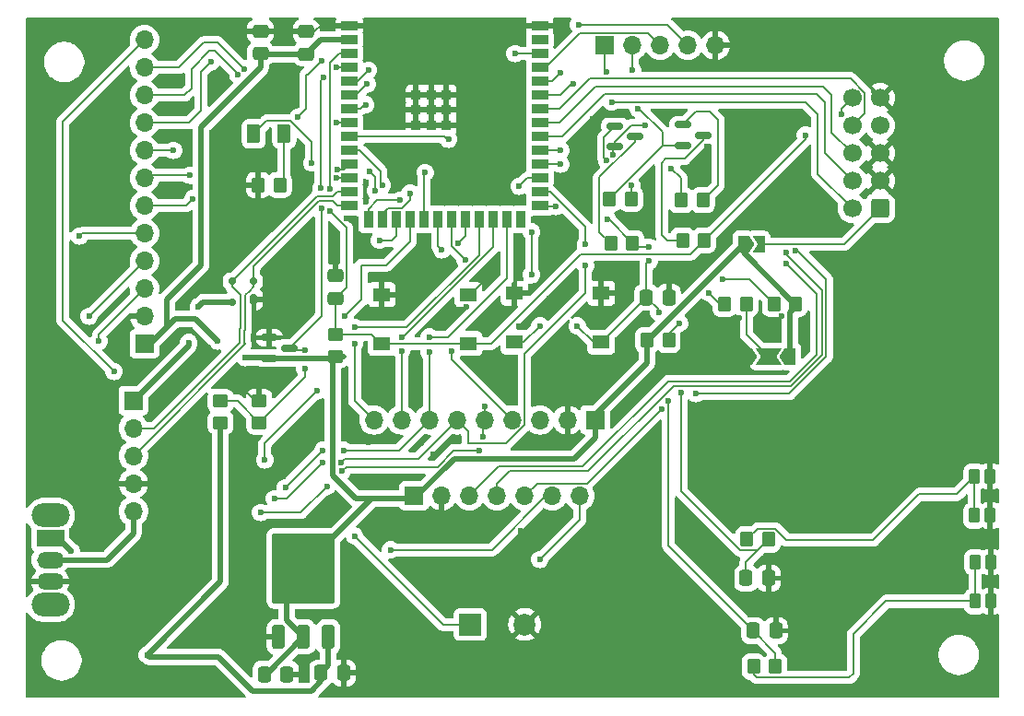
<source format=gbr>
%TF.GenerationSoftware,KiCad,Pcbnew,8.0.6*%
%TF.CreationDate,2024-11-05T17:21:10-06:00*%
%TF.ProjectId,werable_unit (1),77657261-626c-4655-9f75-6e6974202831,rev?*%
%TF.SameCoordinates,Original*%
%TF.FileFunction,Copper,L1,Top*%
%TF.FilePolarity,Positive*%
%FSLAX46Y46*%
G04 Gerber Fmt 4.6, Leading zero omitted, Abs format (unit mm)*
G04 Created by KiCad (PCBNEW 8.0.6) date 2024-11-05 17:21:10*
%MOMM*%
%LPD*%
G01*
G04 APERTURE LIST*
G04 Aperture macros list*
%AMRoundRect*
0 Rectangle with rounded corners*
0 $1 Rounding radius*
0 $2 $3 $4 $5 $6 $7 $8 $9 X,Y pos of 4 corners*
0 Add a 4 corners polygon primitive as box body*
4,1,4,$2,$3,$4,$5,$6,$7,$8,$9,$2,$3,0*
0 Add four circle primitives for the rounded corners*
1,1,$1+$1,$2,$3*
1,1,$1+$1,$4,$5*
1,1,$1+$1,$6,$7*
1,1,$1+$1,$8,$9*
0 Add four rect primitives between the rounded corners*
20,1,$1+$1,$2,$3,$4,$5,0*
20,1,$1+$1,$4,$5,$6,$7,0*
20,1,$1+$1,$6,$7,$8,$9,0*
20,1,$1+$1,$8,$9,$2,$3,0*%
%AMFreePoly0*
4,1,6,1.000000,0.000000,0.500000,-0.750000,-0.500000,-0.750000,-0.500000,0.750000,0.500000,0.750000,1.000000,0.000000,1.000000,0.000000,$1*%
%AMFreePoly1*
4,1,7,0.700000,0.000000,1.200000,-0.750000,-1.200000,-0.750000,-0.700000,0.000000,-1.200000,0.750000,1.200000,0.750000,0.700000,0.000000,0.700000,0.000000,$1*%
%AMFreePoly2*
4,1,6,0.500000,-0.750000,-0.650000,-0.750000,-0.150000,0.000000,-0.650000,0.750000,0.500000,0.750000,0.500000,-0.750000,0.500000,-0.750000,$1*%
G04 Aperture macros list end*
%TA.AperFunction,SMDPad,CuDef*%
%ADD10RoundRect,0.250000X-0.350000X-0.450000X0.350000X-0.450000X0.350000X0.450000X-0.350000X0.450000X0*%
%TD*%
%TA.AperFunction,SMDPad,CuDef*%
%ADD11FreePoly0,0.000000*%
%TD*%
%TA.AperFunction,SMDPad,CuDef*%
%ADD12FreePoly1,0.000000*%
%TD*%
%TA.AperFunction,SMDPad,CuDef*%
%ADD13FreePoly0,180.000000*%
%TD*%
%TA.AperFunction,ComponentPad*%
%ADD14R,2.000000X2.000000*%
%TD*%
%TA.AperFunction,ComponentPad*%
%ADD15C,2.000000*%
%TD*%
%TA.AperFunction,ComponentPad*%
%ADD16O,3.500000X2.200000*%
%TD*%
%TA.AperFunction,ComponentPad*%
%ADD17R,2.500000X1.500000*%
%TD*%
%TA.AperFunction,ComponentPad*%
%ADD18O,2.500000X1.500000*%
%TD*%
%TA.AperFunction,SMDPad,CuDef*%
%ADD19RoundRect,0.250000X0.350000X0.450000X-0.350000X0.450000X-0.350000X-0.450000X0.350000X-0.450000X0*%
%TD*%
%TA.AperFunction,ComponentPad*%
%ADD20RoundRect,0.250000X0.600000X0.600000X-0.600000X0.600000X-0.600000X-0.600000X0.600000X-0.600000X0*%
%TD*%
%TA.AperFunction,ComponentPad*%
%ADD21C,1.700000*%
%TD*%
%TA.AperFunction,SMDPad,CuDef*%
%ADD22RoundRect,0.250000X0.350000X-0.850000X0.350000X0.850000X-0.350000X0.850000X-0.350000X-0.850000X0*%
%TD*%
%TA.AperFunction,SMDPad,CuDef*%
%ADD23RoundRect,0.250000X1.125000X-1.275000X1.125000X1.275000X-1.125000X1.275000X-1.125000X-1.275000X0*%
%TD*%
%TA.AperFunction,SMDPad,CuDef*%
%ADD24RoundRect,0.249997X2.650003X-2.950003X2.650003X2.950003X-2.650003X2.950003X-2.650003X-2.950003X0*%
%TD*%
%TA.AperFunction,SMDPad,CuDef*%
%ADD25RoundRect,0.250000X0.450000X-0.350000X0.450000X0.350000X-0.450000X0.350000X-0.450000X-0.350000X0*%
%TD*%
%TA.AperFunction,SMDPad,CuDef*%
%ADD26RoundRect,0.150000X-0.587500X-0.150000X0.587500X-0.150000X0.587500X0.150000X-0.587500X0.150000X0*%
%TD*%
%TA.AperFunction,ComponentPad*%
%ADD27R,1.700000X1.700000*%
%TD*%
%TA.AperFunction,ComponentPad*%
%ADD28O,1.700000X1.700000*%
%TD*%
%TA.AperFunction,SMDPad,CuDef*%
%ADD29RoundRect,0.250000X0.275000X-0.450000X0.275000X0.450000X-0.275000X0.450000X-0.275000X-0.450000X0*%
%TD*%
%TA.AperFunction,SMDPad,CuDef*%
%ADD30RoundRect,0.250000X-0.337500X-0.475000X0.337500X-0.475000X0.337500X0.475000X-0.337500X0.475000X0*%
%TD*%
%TA.AperFunction,SMDPad,CuDef*%
%ADD31FreePoly2,0.000000*%
%TD*%
%TA.AperFunction,SMDPad,CuDef*%
%ADD32R,1.550000X1.300000*%
%TD*%
%TA.AperFunction,SMDPad,CuDef*%
%ADD33RoundRect,0.250000X0.475000X-0.337500X0.475000X0.337500X-0.475000X0.337500X-0.475000X-0.337500X0*%
%TD*%
%TA.AperFunction,SMDPad,CuDef*%
%ADD34RoundRect,0.250000X0.375000X0.625000X-0.375000X0.625000X-0.375000X-0.625000X0.375000X-0.625000X0*%
%TD*%
%TA.AperFunction,SMDPad,CuDef*%
%ADD35RoundRect,0.175000X0.175000X0.325000X-0.175000X0.325000X-0.175000X-0.325000X0.175000X-0.325000X0*%
%TD*%
%TA.AperFunction,SMDPad,CuDef*%
%ADD36RoundRect,0.150000X0.200000X0.150000X-0.200000X0.150000X-0.200000X-0.150000X0.200000X-0.150000X0*%
%TD*%
%TA.AperFunction,SMDPad,CuDef*%
%ADD37R,1.498600X0.889000*%
%TD*%
%TA.AperFunction,SMDPad,CuDef*%
%ADD38R,0.889000X1.498600*%
%TD*%
%TA.AperFunction,SMDPad,CuDef*%
%ADD39R,0.889000X0.889000*%
%TD*%
%TA.AperFunction,ViaPad*%
%ADD40C,0.600000*%
%TD*%
%TA.AperFunction,Conductor*%
%ADD41C,0.200000*%
%TD*%
%TA.AperFunction,Conductor*%
%ADD42C,0.500000*%
%TD*%
G04 APERTURE END LIST*
D10*
%TO.P,R20,1*%
%TO.N,Net-(Q3-C)*%
X139605000Y-58039000D03*
%TO.P,R20,2*%
%TO.N,/GPIO0_STRAPPING*%
X141605000Y-58039000D03*
%TD*%
D11*
%TO.P,JP2,1,A*%
%TO.N,GND*%
X152083000Y-68453000D03*
D12*
%TO.P,JP2,2,C*%
%TO.N,Net-(JP2-C)*%
X154083000Y-68453000D03*
D13*
%TO.P,JP2,3,B*%
%TO.N,+3V3*%
X156083000Y-68453000D03*
%TD*%
D14*
%TO.P,U4,1,1*%
%TO.N,/BUZZER*%
X126699000Y-93091000D03*
D15*
%TO.P,U4,2,2*%
%TO.N,GND*%
X131699000Y-93091000D03*
%TD*%
D16*
%TO.P,U7,*%
%TO.N,*%
X88138000Y-83058000D03*
X88138000Y-91258000D03*
D17*
%TO.P,U7,1,1*%
%TO.N,/VBAT*%
X88138000Y-85158000D03*
D18*
%TO.P,U7,2,2*%
%TO.N,Net-(J11-BAT)*%
X88138000Y-87158000D03*
%TO.P,U7,3,3*%
%TO.N,GND*%
X88138000Y-89158000D03*
%TD*%
D19*
%TO.P,R7,1*%
%TO.N,Net-(D6-K)*%
X109204000Y-52705000D03*
%TO.P,R7,2*%
%TO.N,GND*%
X107204000Y-52705000D03*
%TD*%
D20*
%TO.P,J12,1,VTref*%
%TO.N,Net-(J12-VTref)*%
X164338000Y-54864000D03*
D21*
%TO.P,J12,2,SWDIO/TMS*%
%TO.N,/MTMS*%
X161798000Y-54864000D03*
%TO.P,J12,3,GND*%
%TO.N,GND*%
X164338000Y-52324000D03*
%TO.P,J12,4,SWDCLK/TCK*%
%TO.N,/MTCK*%
X161798000Y-52324000D03*
%TO.P,J12,5,GND*%
%TO.N,GND*%
X164338000Y-49784000D03*
%TO.P,J12,6,SWO/TDO*%
%TO.N,/MTDO*%
X161798000Y-49784000D03*
%TO.P,J12,7,KEY*%
%TO.N,unconnected-(J12-KEY-Pad7)*%
X164338000Y-47244000D03*
%TO.P,J12,8,NC/TDI*%
%TO.N,/MTDI*%
X161798000Y-47244000D03*
%TO.P,J12,9,GNDDetect*%
%TO.N,GND*%
X164338000Y-44704000D03*
%TO.P,J12,10,~{RESET}*%
%TO.N,/CHIP_PU*%
X161798000Y-44704000D03*
%TD*%
D22*
%TO.P,U5,1,GND*%
%TO.N,GND*%
X109105000Y-94234000D03*
%TO.P,U5,2,VO*%
%TO.N,+3V3*%
X111385000Y-94234000D03*
D23*
X109860000Y-89609000D03*
X112910000Y-89609000D03*
D24*
X111385000Y-87934000D03*
D23*
X109860000Y-86259000D03*
X112910000Y-86259000D03*
D22*
%TO.P,U5,3,VI*%
%TO.N,/VBAT*%
X113665000Y-94234000D03*
%TD*%
D25*
%TO.P,R25,1*%
%TO.N,+3V3*%
X114300000Y-68437000D03*
%TO.P,R25,2*%
%TO.N,/CHIP_PU*%
X114300000Y-66437000D03*
%TD*%
D10*
%TO.P,R14,1*%
%TO.N,/DTR*%
X146066000Y-54102000D03*
%TO.P,R14,2*%
%TO.N,Net-(Q2-B)*%
X148066000Y-54102000D03*
%TD*%
D26*
%TO.P,Q2,1,B*%
%TO.N,Net-(Q2-B)*%
X146207000Y-47183000D03*
%TO.P,Q2,2,E*%
%TO.N,/RTS*%
X146207000Y-49083000D03*
%TO.P,Q2,3,C*%
%TO.N,Net-(Q2-C)*%
X148082000Y-48133000D03*
%TD*%
D27*
%TO.P,J13,1,VIN*%
%TO.N,+3V3*%
X138176000Y-74295000D03*
D28*
%TO.P,J13,2,GND*%
%TO.N,GND*%
X135636000Y-74295000D03*
%TO.P,J13,3,EN*%
%TO.N,unconnected-(J13-EN-Pad3)*%
X133096000Y-74295000D03*
%TO.P,J13,4,G0*%
%TO.N,/LORA_G0*%
X130556000Y-74295000D03*
%TO.P,J13,5,SCK*%
%TO.N,/LORA_SCK*%
X128016000Y-74295000D03*
%TO.P,J13,6,MISO*%
%TO.N,/LORA_MISO*%
X125476000Y-74295000D03*
%TO.P,J13,7,MOSI*%
%TO.N,/LORA_MOSI*%
X122936000Y-74295000D03*
%TO.P,J13,8,CS*%
%TO.N,/LORA_CS*%
X120396000Y-74295000D03*
%TO.P,J13,9,RST*%
%TO.N,/LORA_RST*%
X117856000Y-74295000D03*
%TD*%
D29*
%TO.P,SW5,1,1\u002A*%
%TO.N,Net-(SW5-1\u002A)*%
X173016000Y-83080000D03*
X173016000Y-79480000D03*
%TO.P,SW5,2,2*%
%TO.N,GND*%
X174456000Y-83080000D03*
X174456000Y-79480000D03*
%TD*%
D30*
%TO.P,C19,1*%
%TO.N,/GPIO0_STRAPPING*%
X142870000Y-63028000D03*
%TO.P,C19,2*%
%TO.N,GND*%
X144945000Y-63028000D03*
%TD*%
D26*
%TO.P,D4,1*%
%TO.N,GND*%
X108234000Y-66741000D03*
%TO.P,D4,2*%
%TO.N,+3V3*%
X108234000Y-68641000D03*
%TO.P,D4,3*%
%TO.N,/VBAT_SENSE*%
X110109000Y-67691000D03*
%TD*%
D10*
%TO.P,R3,1*%
%TO.N,Net-(SW5-1\u002A)*%
X152115000Y-85281000D03*
%TO.P,R3,2*%
%TO.N,/BUTTON_1*%
X154115000Y-85281000D03*
%TD*%
D27*
%TO.P,J1,1,Pin_1*%
%TO.N,+3V3*%
X96774000Y-67310000D03*
D28*
%TO.P,J1,2,Pin_2*%
%TO.N,GND*%
X96774000Y-64770000D03*
%TO.P,J1,3,Pin_3*%
%TO.N,/LORA_MISO*%
X96774000Y-62230000D03*
%TO.P,J1,4,Pin_4*%
%TO.N,/LORA_SCK*%
X96774000Y-59690000D03*
%TO.P,J1,5,Pin_5*%
%TO.N,/LORA_MOSI*%
X96774000Y-57150000D03*
%TO.P,J1,6,Pin_6*%
%TO.N,/TFT_CS*%
X96774000Y-54610000D03*
%TO.P,J1,7,Pin_7*%
%TO.N,/TFT_DC*%
X96774000Y-52070000D03*
%TO.P,J1,8,Pin_8*%
%TO.N,/TFT_YP*%
X96774000Y-49530000D03*
%TO.P,J1,9,Pin_9*%
%TO.N,/TFT_YM*%
X96774000Y-46990000D03*
%TO.P,J1,10,Pin_10*%
%TO.N,/TFT_XP*%
X96774000Y-44450000D03*
%TO.P,J1,11,Pin_11*%
%TO.N,/TFT_XM*%
X96774000Y-41910000D03*
%TO.P,J1,12,Pin_12*%
%TO.N,/TFT_RST*%
X96774000Y-39370000D03*
%TD*%
D29*
%TO.P,SW6,1,1\u002A*%
%TO.N,Net-(SW6-1\u002A)*%
X173072000Y-90954000D03*
X173072000Y-87354000D03*
%TO.P,SW6,2,2*%
%TO.N,GND*%
X174512000Y-90954000D03*
X174512000Y-87354000D03*
%TD*%
D30*
%TO.P,C3,1*%
%TO.N,/VBAT*%
X113008500Y-97536000D03*
%TO.P,C3,2*%
%TO.N,GND*%
X115083500Y-97536000D03*
%TD*%
%TO.P,C1,1*%
%TO.N,/BUTTON_1*%
X152040000Y-88837000D03*
%TO.P,C1,2*%
%TO.N,GND*%
X154115000Y-88837000D03*
%TD*%
D27*
%TO.P,J8,1,Pin_1*%
%TO.N,/RTS*%
X139065000Y-39878000D03*
D28*
%TO.P,J8,2,Pin_2*%
%TO.N,/DTR*%
X141605000Y-39878000D03*
%TO.P,J8,3,Pin_3*%
%TO.N,/TX*%
X144145000Y-39878000D03*
%TO.P,J8,4,Pin_4*%
%TO.N,/RX*%
X146685000Y-39878000D03*
%TO.P,J8,5,Pin_5*%
%TO.N,GND*%
X149225000Y-39878000D03*
%TD*%
D25*
%TO.P,R9,1*%
%TO.N,/VBAT_SENSE*%
X107315000Y-74533000D03*
%TO.P,R9,2*%
%TO.N,GND*%
X107315000Y-72533000D03*
%TD*%
D11*
%TO.P,JP1,1,A*%
%TO.N,+3V3*%
X151802000Y-58166000D03*
D31*
%TO.P,JP1,2,B*%
%TO.N,Net-(J12-VTref)*%
X153252000Y-58166000D03*
%TD*%
D26*
%TO.P,Q3,1,B*%
%TO.N,Net-(Q3-B)*%
X139984000Y-47310000D03*
%TO.P,Q3,2,E*%
%TO.N,/DTR*%
X139984000Y-49210000D03*
%TO.P,Q3,3,C*%
%TO.N,Net-(Q3-C)*%
X141859000Y-48260000D03*
%TD*%
D32*
%TO.P,SW3,1,1*%
%TO.N,GND*%
X118580000Y-62774000D03*
X126530000Y-62774000D03*
%TO.P,SW3,2,2*%
%TO.N,/CHIP_PU*%
X118580000Y-67274000D03*
X126530000Y-67274000D03*
%TD*%
D10*
%TO.P,R13,1*%
%TO.N,/GPIO46_STRAPPING*%
X154591000Y-63627000D03*
%TO.P,R13,2*%
%TO.N,+3V3*%
X156591000Y-63627000D03*
%TD*%
D33*
%TO.P,C18,1*%
%TO.N,/CHIP_PU*%
X114300000Y-63140500D03*
%TO.P,C18,2*%
%TO.N,GND*%
X114300000Y-61065500D03*
%TD*%
D10*
%TO.P,R2,1*%
%TO.N,Net-(SW6-1\u002A)*%
X152734000Y-96965000D03*
%TO.P,R2,2*%
%TO.N,/BUTTON_2*%
X154734000Y-96965000D03*
%TD*%
D33*
%TO.P,C23,1*%
%TO.N,+3V3*%
X107442000Y-40661500D03*
%TO.P,C23,2*%
%TO.N,GND*%
X107442000Y-38586500D03*
%TD*%
D34*
%TO.P,D6,1,K*%
%TO.N,Net-(D6-K)*%
X109604000Y-48006000D03*
%TO.P,D6,2,A*%
%TO.N,/LED*%
X106804000Y-48006000D03*
%TD*%
D10*
%TO.P,R26,1*%
%TO.N,+3V3*%
X142929000Y-66965000D03*
%TO.P,R26,2*%
%TO.N,/GPIO0_STRAPPING*%
X144929000Y-66965000D03*
%TD*%
D25*
%TO.P,R8,1*%
%TO.N,/VBAT*%
X103759000Y-74533000D03*
%TO.P,R8,2*%
%TO.N,/VBAT_SENSE*%
X103759000Y-72533000D03*
%TD*%
D10*
%TO.P,R15,1*%
%TO.N,/RTS*%
X139478000Y-53975000D03*
%TO.P,R15,2*%
%TO.N,Net-(Q3-B)*%
X141478000Y-53975000D03*
%TD*%
D30*
%TO.P,C2,1*%
%TO.N,/BUTTON_2*%
X152696500Y-93663000D03*
%TO.P,C2,2*%
%TO.N,GND*%
X154771500Y-93663000D03*
%TD*%
D10*
%TO.P,R18,1*%
%TO.N,/GPIO3_STRAPPING*%
X150054500Y-63627000D03*
%TO.P,R18,2*%
%TO.N,Net-(JP2-C)*%
X152054500Y-63627000D03*
%TD*%
%TO.P,R19,1*%
%TO.N,Net-(Q2-C)*%
X146209000Y-57785000D03*
%TO.P,R19,2*%
%TO.N,/CHIP_PU*%
X148209000Y-57785000D03*
%TD*%
D35*
%TO.P,D2,1,A*%
%TO.N,GND*%
X106807000Y-63246000D03*
D36*
%TO.P,D2,2,K*%
%TO.N,/D+*%
X106807000Y-61546000D03*
%TO.P,D2,3,K*%
%TO.N,/D-*%
X104807000Y-61546000D03*
%TO.P,D2,4,K*%
%TO.N,+5V*%
X104807000Y-63446000D03*
%TD*%
D27*
%TO.P,J2,1,Pin_1*%
%TO.N,+3V3*%
X121539000Y-81280000D03*
D28*
%TO.P,J2,2,Pin_2*%
%TO.N,GND*%
X124079000Y-81280000D03*
%TO.P,J2,3,Pin_3*%
%TO.N,/GPIO37*%
X126619000Y-81280000D03*
%TO.P,J2,4,Pin_4*%
%TO.N,/GPIO38*%
X129159000Y-81280000D03*
%TO.P,J2,5,Pin_5*%
%TO.N,/GPIO16*%
X131699000Y-81280000D03*
%TO.P,J2,6,Pin_6*%
%TO.N,/GPIO17*%
X134239000Y-81280000D03*
%TO.P,J2,7,Pin_7*%
%TO.N,/GPIO18*%
X136779000Y-81280000D03*
%TD*%
D30*
%TO.P,C4,1*%
%TO.N,+3V3*%
X107801500Y-97663000D03*
%TO.P,C4,2*%
%TO.N,GND*%
X109876500Y-97663000D03*
%TD*%
D32*
%TO.P,SW4,1,1*%
%TO.N,GND*%
X130772000Y-62647000D03*
X138722000Y-62647000D03*
%TO.P,SW4,2,2*%
%TO.N,/GPIO0_STRAPPING*%
X130772000Y-67147000D03*
X138722000Y-67147000D03*
%TD*%
D37*
%TO.P,U10,1,GND*%
%TO.N,GND*%
X115596000Y-38100000D03*
%TO.P,U10,2,3V3*%
%TO.N,+3V3*%
X115596000Y-39370000D03*
%TO.P,U10,3,EN*%
%TO.N,/CHIP_PU*%
X115596000Y-40640000D03*
%TO.P,U10,4,IO4*%
%TO.N,/VBAT_SENSE*%
X115596000Y-41910000D03*
%TO.P,U10,5,IO5*%
%TO.N,/TFT_CS*%
X115596000Y-43180000D03*
%TO.P,U10,6,IO6*%
%TO.N,/TFT_XM*%
X115596000Y-44450000D03*
%TO.P,U10,7,IO7*%
%TO.N,/TFT_YP*%
X115596000Y-45720000D03*
%TO.P,U10,8,IO15*%
%TO.N,/TFT_DC*%
X115596000Y-46990000D03*
%TO.P,U10,9,IO16*%
%TO.N,/GPIO16*%
X115596000Y-48260000D03*
%TO.P,U10,10,IO17*%
%TO.N,/GPIO17*%
X115596000Y-49530000D03*
%TO.P,U10,11,IO18*%
%TO.N,/GPIO18*%
X115596000Y-50800000D03*
%TO.P,U10,12,IO8*%
%TO.N,/BUZZER*%
X115596000Y-52070000D03*
%TO.P,U10,13,IO19*%
%TO.N,/D-*%
X115596000Y-53340000D03*
%TO.P,U10,14,IO20*%
%TO.N,/D+*%
X115596000Y-54610000D03*
D38*
%TO.P,U10,15,IO3*%
%TO.N,/GPIO3_STRAPPING*%
X117361000Y-55860000D03*
%TO.P,U10,16,IO46*%
%TO.N,/GPIO46_STRAPPING*%
X118631000Y-55860000D03*
%TO.P,U10,17,IO9*%
%TO.N,/LED*%
X119901000Y-55860000D03*
%TO.P,U10,18,IO10*%
%TO.N,/TFT_RST*%
X121171000Y-55860000D03*
%TO.P,U10,19,IO11*%
%TO.N,/TFT_XP*%
X122441000Y-55860000D03*
%TO.P,U10,20,IO12*%
%TO.N,/BUTTON_1*%
X123711000Y-55860000D03*
%TO.P,U10,21,IO13*%
%TO.N,/BUTTON_2*%
X124981000Y-55860000D03*
%TO.P,U10,22,IO14*%
%TO.N,/LORA_G0*%
X126251000Y-55860000D03*
%TO.P,U10,23,IO21*%
%TO.N,/LORA_RST*%
X127521000Y-55860000D03*
%TO.P,U10,24,IO47*%
%TO.N,/LORA_CS*%
X128791000Y-55860000D03*
%TO.P,U10,25,IO48*%
%TO.N,/LORA_MOSI*%
X130061000Y-55860000D03*
%TO.P,U10,26,IO45*%
%TO.N,/GPIO45_STRAPPING*%
X131331000Y-55860000D03*
D37*
%TO.P,U10,27,IO0*%
%TO.N,/GPIO0_STRAPPING*%
X133096000Y-54610000D03*
%TO.P,U10,28,IO35*%
%TO.N,/LORA_MISO*%
X133096000Y-53340000D03*
%TO.P,U10,29,IO36*%
%TO.N,/LORA_SCK*%
X133096000Y-52070000D03*
%TO.P,U10,30,IO37*%
%TO.N,/GPIO37*%
X133096000Y-50800000D03*
%TO.P,U10,31,IO38*%
%TO.N,/GPIO38*%
X133096000Y-49530000D03*
%TO.P,U10,32,IO39*%
%TO.N,/MTCK*%
X133096000Y-48260000D03*
%TO.P,U10,33,IO40*%
%TO.N,/MTDO*%
X133096000Y-46990000D03*
%TO.P,U10,34,IO41*%
%TO.N,/MTDI*%
X133096000Y-45720000D03*
%TO.P,U10,35,IO42*%
%TO.N,/MTMS*%
X133096000Y-44450000D03*
%TO.P,U10,36,RXD0*%
%TO.N,/RX*%
X133096000Y-43180000D03*
%TO.P,U10,37,TXD0*%
%TO.N,/TX*%
X133096000Y-41910000D03*
%TO.P,U10,38,IO2*%
%TO.N,/TFT_YM*%
X133096000Y-40640000D03*
%TO.P,U10,39,IO1*%
%TO.N,/GPIO1*%
X133096000Y-39370000D03*
%TO.P,U10,40,GND*%
%TO.N,GND*%
X133096000Y-38100000D03*
D39*
%TO.P,U10,41,GND*%
X123096000Y-45820000D03*
%TO.P,U10,42,GND*%
X123096000Y-44420000D03*
%TO.P,U10,43,GND*%
X121696000Y-44420000D03*
%TO.P,U10,44,GND*%
X121696000Y-45820000D03*
%TO.P,U10,45,GND*%
X121696000Y-47220000D03*
%TO.P,U10,46,GND*%
X123096000Y-47220000D03*
%TO.P,U10,47,GND*%
X124496000Y-47220000D03*
%TO.P,U10,48,GND*%
X124496000Y-45820000D03*
%TO.P,U10,49,GND*%
X124496000Y-44420000D03*
%TD*%
D27*
%TO.P,J11,1,5V*%
%TO.N,+5V*%
X95758000Y-72517000D03*
D28*
%TO.P,J11,2,D-*%
%TO.N,/D-*%
X95758000Y-75057000D03*
%TO.P,J11,3,D+*%
%TO.N,/D+*%
X95758000Y-77597000D03*
%TO.P,J11,4,GND*%
%TO.N,GND*%
X95758000Y-80137000D03*
%TO.P,J11,5,BAT*%
%TO.N,Net-(J11-BAT)*%
X95758000Y-82677000D03*
%TD*%
D33*
%TO.P,C24,1*%
%TO.N,+3V3*%
X111633000Y-40683000D03*
%TO.P,C24,2*%
%TO.N,GND*%
X111633000Y-38608000D03*
%TD*%
D40*
%TO.N,/BUTTON_1*%
X124079000Y-58674000D03*
X146050000Y-71755000D03*
%TO.N,GND*%
X107823000Y-55626000D03*
X135636000Y-57658000D03*
X116967000Y-58293000D03*
X131318000Y-84455000D03*
X119507000Y-69342000D03*
X151384000Y-64897000D03*
X144272000Y-46228000D03*
X105410000Y-74803000D03*
X133985000Y-63119000D03*
X123317000Y-77470000D03*
X120269000Y-79756000D03*
X130810000Y-71628000D03*
X104902000Y-39370000D03*
X117602000Y-79629000D03*
X118237000Y-64643000D03*
X114554000Y-81915000D03*
X112014000Y-73914000D03*
X105537000Y-71120000D03*
X129159000Y-53467000D03*
X100076000Y-45593000D03*
X121920000Y-70612000D03*
X117856000Y-70358000D03*
X137795000Y-50800000D03*
X115316000Y-55753000D03*
X123571000Y-65659000D03*
X138938000Y-60325000D03*
X114300000Y-57277000D03*
X102997000Y-43561000D03*
X102235000Y-97663000D03*
X106172000Y-93980000D03*
X155321000Y-64770000D03*
X117094000Y-54229000D03*
X126365000Y-63881000D03*
X143383000Y-53086000D03*
X99314000Y-50927000D03*
X131191000Y-65659000D03*
X128397000Y-61087000D03*
X119507000Y-96139000D03*
X92964000Y-59817000D03*
X144145000Y-61341000D03*
X99695000Y-53213000D03*
X148463000Y-49149000D03*
X157607000Y-65532000D03*
X106680000Y-69850000D03*
X111506000Y-97663000D03*
X99441000Y-42799000D03*
X128905000Y-64135000D03*
X117348000Y-76327000D03*
X92075000Y-48895000D03*
X99568000Y-57658000D03*
X153416000Y-48133000D03*
X137922000Y-46609000D03*
X122555000Y-57531000D03*
X128524000Y-69342000D03*
X106934000Y-67437000D03*
X98298000Y-79375000D03*
X122174000Y-76454000D03*
%TO.N,/BUTTON_2*%
X126238000Y-59563000D03*
X144907000Y-72517000D03*
%TO.N,/VBAT*%
X90043000Y-86360000D03*
X97028000Y-95885000D03*
%TO.N,+3V3*%
X103505000Y-67056000D03*
X106045000Y-68580000D03*
%TO.N,/CHIP_PU*%
X113792000Y-53086000D03*
X157480000Y-48133000D03*
X160782000Y-46228000D03*
X113792000Y-55118000D03*
%TO.N,/GPIO0_STRAPPING*%
X133096000Y-65659000D03*
X143129000Y-59690000D03*
X143129000Y-58420000D03*
X145923000Y-65405000D03*
X144018000Y-64389000D03*
X136525000Y-65659000D03*
X139319000Y-55880000D03*
X134543385Y-54686615D03*
%TO.N,+5V*%
X101727000Y-63881000D03*
X100838000Y-67183000D03*
%TO.N,/VBAT_SENSE*%
X111506000Y-67891000D03*
X111506000Y-69596000D03*
X113192000Y-42799000D03*
X114392000Y-41910000D03*
X113033963Y-54803963D03*
X113002882Y-52954480D03*
%TO.N,/LED*%
X117983000Y-53213000D03*
X118364000Y-57785000D03*
X112141000Y-50673000D03*
X117475000Y-51435000D03*
%TO.N,/RTS*%
X142113000Y-45685000D03*
X139192000Y-42291000D03*
%TO.N,/RX*%
X135001000Y-42418000D03*
X136652000Y-37973000D03*
%TO.N,/DTR*%
X145161000Y-51181000D03*
X141605000Y-42164000D03*
X142748000Y-47244000D03*
X139813949Y-49909573D03*
%TO.N,/GPIO17*%
X118618000Y-52705000D03*
X119380000Y-86233000D03*
%TO.N,/GPIO16*%
X156591000Y-58766000D03*
X144272000Y-73279000D03*
X124714000Y-48514000D03*
X147447000Y-71882000D03*
%TO.N,/GPIO37*%
X135001000Y-50800000D03*
X155722235Y-59923765D03*
%TO.N,/GPIO38*%
X135001000Y-49530000D03*
X155702000Y-58928000D03*
%TO.N,/GPIO18*%
X114492096Y-51273000D03*
X133096000Y-87122000D03*
%TO.N,/MTMS*%
X136144000Y-43434000D03*
X139700000Y-45085000D03*
%TO.N,Net-(Q3-B)*%
X139248261Y-50475261D03*
X141537265Y-52764265D03*
%TO.N,/GPIO46_STRAPPING*%
X149860000Y-61341000D03*
X121158000Y-53467000D03*
%TO.N,/GPIO3_STRAPPING*%
X148590000Y-62611000D03*
X120269000Y-54102000D03*
%TO.N,/BUZZER*%
X116078000Y-84963000D03*
X114392000Y-52070000D03*
%TO.N,/LORA_CS*%
X120396000Y-66674000D03*
X120396000Y-67945000D03*
%TO.N,/LORA_SCK*%
X131191000Y-52832000D03*
X114935000Y-78994000D03*
X132334000Y-57023000D03*
X91694000Y-64770000D03*
X132334000Y-60960000D03*
X127889000Y-75854000D03*
X128016000Y-73025000D03*
X127508000Y-77101000D03*
X113538000Y-80391000D03*
X107442000Y-82804000D03*
%TO.N,/TFT_XP*%
X122555000Y-51562000D03*
X105352313Y-42602687D03*
%TO.N,/TFT_YP*%
X117094000Y-45339000D03*
X99441000Y-49530000D03*
%TO.N,/LORA_G0*%
X124968000Y-67945000D03*
X125603000Y-58039000D03*
%TO.N,/LORA_MISO*%
X137287000Y-58166000D03*
X114803480Y-78204882D03*
X108712000Y-81534000D03*
X113157000Y-78232000D03*
X92583000Y-67056000D03*
X137287000Y-60071000D03*
%TO.N,/LORA_RST*%
X116078000Y-67310000D03*
X116078000Y-65786000D03*
%TO.N,/LORA_MOSI*%
X113157000Y-77089000D03*
X122936000Y-68072000D03*
X90805000Y-57404000D03*
X122936000Y-66674000D03*
X109728000Y-80518000D03*
X115062000Y-77089000D03*
%TO.N,/TFT_DC*%
X114392000Y-46990000D03*
X100965000Y-51816000D03*
%TO.N,/TFT_CS*%
X110871000Y-46482000D03*
X101219000Y-53975000D03*
X117348000Y-42164000D03*
X113030000Y-41275000D03*
%TO.N,/TFT_YM*%
X102870000Y-41402000D03*
X130810000Y-40640000D03*
%TO.N,/TFT_XM*%
X105918000Y-42037000D03*
X117221000Y-43434000D03*
%TO.N,/TFT_RST*%
X93980000Y-69850000D03*
X115189000Y-64770000D03*
X107823000Y-77978000D03*
X112649000Y-71628000D03*
%TD*%
D41*
%TO.N,/BUTTON_1*%
X153115000Y-86281000D02*
X151530256Y-86281000D01*
X152040000Y-88837000D02*
X152040000Y-87356000D01*
X123711000Y-58306000D02*
X123711000Y-55860000D01*
X124079000Y-58674000D02*
X123711000Y-58306000D01*
X154115000Y-85281000D02*
X153115000Y-86281000D01*
X151530256Y-86281000D02*
X146050000Y-80800744D01*
X146050000Y-80800744D02*
X146050000Y-71755000D01*
X152040000Y-87356000D02*
X154115000Y-85281000D01*
%TO.N,GND*%
X112395000Y-38608000D02*
X113030000Y-37973000D01*
X152083000Y-68453000D02*
X150368000Y-68453000D01*
X174512000Y-86120000D02*
X174498000Y-86106000D01*
X95504000Y-64897000D02*
X94869000Y-65532000D01*
X95504000Y-64897000D02*
X95631000Y-64897000D01*
X111633000Y-38608000D02*
X112395000Y-38608000D01*
X96774000Y-64770000D02*
X96647000Y-64897000D01*
X174512000Y-87354000D02*
X174512000Y-86120000D01*
X106950000Y-72533000D02*
X105537000Y-71120000D01*
X105537000Y-71120000D02*
X105664000Y-71247000D01*
X97536000Y-80137000D02*
X98298000Y-79375000D01*
X88138000Y-89158000D02*
X86356000Y-89158000D01*
X144945000Y-63028000D02*
X144945000Y-61430000D01*
X114300000Y-61065500D02*
X114300000Y-58801000D01*
X109876500Y-97663000D02*
X111506000Y-97663000D01*
X86356000Y-89158000D02*
X86233000Y-89281000D01*
X109105000Y-94234000D02*
X106426000Y-94234000D01*
X126530000Y-62774000D02*
X126710000Y-62774000D01*
X126710000Y-62774000D02*
X128397000Y-61087000D01*
X124079000Y-81534000D02*
X124079000Y-83312000D01*
X150368000Y-68453000D02*
X150114000Y-68199000D01*
X91817000Y-89158000D02*
X92075000Y-88900000D01*
X95758000Y-80137000D02*
X97536000Y-80137000D01*
X174456000Y-84878000D02*
X174244000Y-85090000D01*
X174456000Y-83080000D02*
X174456000Y-84878000D01*
X96647000Y-64897000D02*
X95504000Y-64897000D01*
X107315000Y-72533000D02*
X106950000Y-72533000D01*
X106426000Y-94234000D02*
X106172000Y-93980000D01*
X144945000Y-61430000D02*
X145288000Y-61087000D01*
X88138000Y-89158000D02*
X91817000Y-89158000D01*
%TO.N,/BUTTON_2*%
X152696500Y-93663000D02*
X144907000Y-85873500D01*
X154734000Y-95700500D02*
X152696500Y-93663000D01*
X124981000Y-58306000D02*
X124981000Y-55860000D01*
X144907000Y-85873500D02*
X144907000Y-72517000D01*
X126238000Y-59563000D02*
X124981000Y-58306000D01*
X154734000Y-96965000D02*
X154734000Y-95700500D01*
D42*
%TO.N,/VBAT*%
X113008500Y-98319500D02*
X113008500Y-97536000D01*
X88138000Y-85158000D02*
X88841000Y-85158000D01*
X112099000Y-99229000D02*
X113008500Y-98319500D01*
X103759000Y-74533000D02*
X103759000Y-89154000D01*
X113665000Y-94234000D02*
X113665000Y-96879500D01*
X97198500Y-96055500D02*
X103548500Y-96055500D01*
X97028000Y-95885000D02*
X97091500Y-95821500D01*
X103759000Y-89154000D02*
X97028000Y-95885000D01*
X113665000Y-96879500D02*
X113008500Y-97536000D01*
X103548500Y-96055500D02*
X106722000Y-99229000D01*
X97028000Y-95885000D02*
X97198500Y-96055500D01*
X106722000Y-99229000D02*
X112099000Y-99229000D01*
X88841000Y-85158000D02*
X90043000Y-86360000D01*
%TO.N,+3V3*%
X98806000Y-63246000D02*
X98806000Y-65786000D01*
X109860000Y-92709000D02*
X111385000Y-94234000D01*
X136271000Y-77851000D02*
X138176000Y-75946000D01*
X156591000Y-63627000D02*
X156591000Y-63881000D01*
X114300000Y-68437000D02*
X114046000Y-68691000D01*
X116205000Y-81534000D02*
X117635000Y-81534000D01*
X107442000Y-40661500D02*
X107123000Y-40980500D01*
X99568000Y-65024000D02*
X98806000Y-65786000D01*
X156508000Y-63627000D02*
X156591000Y-63627000D01*
X112946000Y-39370000D02*
X111633000Y-40683000D01*
X142929000Y-69034000D02*
X142929000Y-66965000D01*
X107442000Y-40661500D02*
X107442000Y-41910000D01*
X142929000Y-66965000D02*
X143003000Y-66965000D01*
X115596000Y-39370000D02*
X112946000Y-39370000D01*
X97282000Y-67310000D02*
X96774000Y-67310000D01*
X101473000Y-65024000D02*
X99568000Y-65024000D01*
X107463500Y-40683000D02*
X107442000Y-40661500D01*
X121539000Y-81534000D02*
X125222000Y-77851000D01*
X101981000Y-47371000D02*
X101981000Y-60071000D01*
X138176000Y-73787000D02*
X142929000Y-69034000D01*
X107801500Y-97663000D02*
X107956000Y-97663000D01*
X107442000Y-41910000D02*
X101981000Y-47371000D01*
X108234000Y-68641000D02*
X114096000Y-68641000D01*
X151802000Y-58166000D02*
X151802000Y-58921000D01*
X98806000Y-65786000D02*
X97282000Y-67310000D01*
X101473000Y-65024000D02*
X103505000Y-67056000D01*
X109860000Y-89609000D02*
X109860000Y-92709000D01*
X114096000Y-68641000D02*
X114300000Y-68437000D01*
X111633000Y-40683000D02*
X107463500Y-40683000D01*
X117635000Y-81534000D02*
X112910000Y-86259000D01*
X114250000Y-68387000D02*
X114300000Y-68437000D01*
X107956000Y-97663000D02*
X111385000Y-94234000D01*
X151802000Y-58921000D02*
X156508000Y-63627000D01*
X156083000Y-64389000D02*
X156083000Y-68453000D01*
X114046000Y-79375000D02*
X116205000Y-81534000D01*
X138176000Y-74295000D02*
X138176000Y-73787000D01*
X114046000Y-68691000D02*
X114046000Y-79375000D01*
X121539000Y-81534000D02*
X117635000Y-81534000D01*
X114300000Y-68437000D02*
X115046000Y-68437000D01*
X138176000Y-75946000D02*
X138176000Y-74295000D01*
X125222000Y-77851000D02*
X136271000Y-77851000D01*
X143003000Y-66965000D02*
X151802000Y-58166000D01*
X106045000Y-68580000D02*
X108173000Y-68580000D01*
X101981000Y-60071000D02*
X98806000Y-63246000D01*
X156591000Y-63881000D02*
X156083000Y-64389000D01*
X108173000Y-68580000D02*
X108234000Y-68641000D01*
D41*
%TO.N,/CHIP_PU*%
X113792000Y-41494700D02*
X114646700Y-40640000D01*
X117618000Y-66437000D02*
X114300000Y-66437000D01*
X161798000Y-44704000D02*
X160782000Y-45720000D01*
X113792000Y-53086000D02*
X113792000Y-41494700D01*
X118580000Y-67274000D02*
X118455000Y-67274000D01*
X115325000Y-56651000D02*
X113792000Y-55118000D01*
X126530000Y-67274000D02*
X128620000Y-67274000D01*
X115325000Y-62115500D02*
X115325000Y-56651000D01*
X157480000Y-48133000D02*
X157480000Y-48514000D01*
X118580000Y-67274000D02*
X126530000Y-67274000D01*
X118455000Y-67274000D02*
X117618000Y-66437000D01*
X136839000Y-59055000D02*
X146939000Y-59055000D01*
X114646700Y-40640000D02*
X115596000Y-40640000D01*
X128620000Y-67274000D02*
X136839000Y-59055000D01*
X157480000Y-48514000D02*
X148209000Y-57785000D01*
X114300000Y-66437000D02*
X114300000Y-63140500D01*
X146939000Y-59055000D02*
X148209000Y-57785000D01*
X114300000Y-63140500D02*
X115325000Y-62115500D01*
X160782000Y-45720000D02*
X160782000Y-46228000D01*
%TO.N,/GPIO0_STRAPPING*%
X134543385Y-54686615D02*
X133172615Y-54686615D01*
X144018000Y-64176000D02*
X142870000Y-63028000D01*
X144018000Y-64389000D02*
X144018000Y-64176000D01*
X130772000Y-67147000D02*
X131608000Y-67147000D01*
X141605000Y-58039000D02*
X139446000Y-55880000D01*
X138751000Y-67147000D02*
X138722000Y-67147000D01*
X131608000Y-67147000D02*
X133096000Y-65659000D01*
X141986000Y-58420000D02*
X141605000Y-58039000D01*
X142870000Y-59949000D02*
X143129000Y-59690000D01*
X136525000Y-65659000D02*
X138013000Y-67147000D01*
X144929000Y-66965000D02*
X144929000Y-66399000D01*
X138013000Y-67147000D02*
X138722000Y-67147000D01*
X144929000Y-66399000D02*
X145923000Y-65405000D01*
X133172615Y-54686615D02*
X133096000Y-54610000D01*
X139446000Y-55880000D02*
X139319000Y-55880000D01*
X142870000Y-63028000D02*
X138751000Y-67147000D01*
X143129000Y-58420000D02*
X141986000Y-58420000D01*
X142870000Y-63028000D02*
X142870000Y-59949000D01*
%TO.N,/D-*%
X114062049Y-53750000D02*
X112603000Y-53750000D01*
X115596000Y-53340000D02*
X114472049Y-53340000D01*
X105476520Y-65960060D02*
X105476520Y-67242083D01*
X105582000Y-65854580D02*
X105476520Y-65960060D01*
X104807000Y-61546000D02*
X104807000Y-62071001D01*
X105582000Y-62846001D02*
X105582000Y-65854580D01*
X104807000Y-62071001D02*
X105582000Y-62846001D01*
X97661603Y-75057000D02*
X95758000Y-75057000D01*
X105476520Y-67242083D02*
X97661603Y-75057000D01*
X112603000Y-53750000D02*
X104807000Y-61546000D01*
X114472049Y-53340000D02*
X114062049Y-53750000D01*
D42*
%TO.N,+5V*%
X104807000Y-63446000D02*
X102162000Y-63446000D01*
X102162000Y-63446000D02*
X101727000Y-63881000D01*
X100838000Y-67183000D02*
X100838000Y-67437000D01*
X100838000Y-67437000D02*
X95758000Y-72517000D01*
D41*
%TO.N,/D+*%
X105926500Y-67217500D02*
X106032000Y-67323000D01*
X106807000Y-61546000D02*
X106807000Y-62071001D01*
X112789397Y-54200000D02*
X106807000Y-60182397D01*
X115596000Y-54610000D02*
X114472049Y-54610000D01*
X114062049Y-54200000D02*
X112789397Y-54200000D01*
X106430398Y-62446000D02*
X106032000Y-62844398D01*
X106032000Y-66040948D02*
X105926500Y-66146448D01*
X105926500Y-66146448D02*
X105926500Y-67217500D01*
X114472049Y-54610000D02*
X114062049Y-54200000D01*
X106807000Y-60182397D02*
X106807000Y-61546000D01*
X106432001Y-62446000D02*
X106430398Y-62446000D01*
X106032000Y-62844398D02*
X106032000Y-66040948D01*
X106032000Y-67323000D02*
X95758000Y-77597000D01*
X106807000Y-62071001D02*
X106432001Y-62446000D01*
%TO.N,/VBAT_SENSE*%
X103759000Y-72533000D02*
X105315000Y-72533000D01*
X111506000Y-67891000D02*
X110309000Y-67891000D01*
X113030000Y-54800000D02*
X113033963Y-54803963D01*
X111506000Y-70342000D02*
X111506000Y-69596000D01*
X114392000Y-41910000D02*
X115596000Y-41910000D01*
X105315000Y-72533000D02*
X107315000Y-74533000D01*
X113002882Y-52954480D02*
X113002882Y-43080118D01*
X110309000Y-67891000D02*
X110109000Y-67691000D01*
X110109000Y-67691000D02*
X113030000Y-64770000D01*
X107315000Y-74533000D02*
X111506000Y-70342000D01*
X113284000Y-42799000D02*
X113192000Y-42799000D01*
X113002882Y-43080118D02*
X113284000Y-42799000D01*
X113030000Y-64770000D02*
X113030000Y-54800000D01*
%TO.N,/LED*%
X117983000Y-51943000D02*
X117983000Y-53213000D01*
X112141000Y-48758256D02*
X112141000Y-50673000D01*
X106804000Y-48006000D02*
X107979000Y-46831000D01*
X117475000Y-51435000D02*
X117983000Y-51943000D01*
X110213744Y-46831000D02*
X112141000Y-48758256D01*
X119507000Y-57785000D02*
X119901000Y-57391000D01*
X119901000Y-57391000D02*
X119901000Y-55860000D01*
X118364000Y-57785000D02*
X119507000Y-57785000D01*
X107979000Y-46831000D02*
X110213744Y-46831000D01*
%TO.N,Net-(D6-K)*%
X109604000Y-48006000D02*
X109604000Y-52305000D01*
X109604000Y-52305000D02*
X109204000Y-52705000D01*
%TO.N,/TX*%
X133604000Y-41910000D02*
X133096000Y-41910000D01*
X142995000Y-38728000D02*
X136786000Y-38728000D01*
X136786000Y-38728000D02*
X133604000Y-41910000D01*
X144145000Y-39878000D02*
X142995000Y-38728000D01*
%TO.N,/RTS*%
X144370000Y-47850000D02*
X142113000Y-45593000D01*
X139192000Y-42291000D02*
X139065000Y-42164000D01*
X139478000Y-53975000D02*
X144370000Y-49083000D01*
X144370000Y-49083000D02*
X146207000Y-49083000D01*
X142113000Y-45593000D02*
X142113000Y-45685000D01*
X139065000Y-42164000D02*
X139065000Y-39878000D01*
X144370000Y-49083000D02*
X144370000Y-47850000D01*
%TO.N,/RX*%
X135001000Y-42418000D02*
X134239000Y-43180000D01*
X146685000Y-39878000D02*
X144780000Y-37973000D01*
X134239000Y-43180000D02*
X133096000Y-43180000D01*
X144780000Y-37973000D02*
X136652000Y-37973000D01*
%TO.N,/DTR*%
X141605000Y-42164000D02*
X141605000Y-39878000D01*
X146066000Y-54102000D02*
X146066000Y-52086000D01*
X139813949Y-49380051D02*
X139984000Y-49210000D01*
X139984000Y-48756948D02*
X141496948Y-47244000D01*
X141496948Y-47244000D02*
X142748000Y-47244000D01*
X139813949Y-49909573D02*
X139813949Y-49380051D01*
X139984000Y-49210000D02*
X139984000Y-48756948D01*
X146066000Y-52086000D02*
X145161000Y-51181000D01*
%TO.N,/GPIO17*%
X118618000Y-52705000D02*
X118491000Y-52578000D01*
X116545300Y-49530000D02*
X115596000Y-49530000D01*
X118491000Y-51475700D02*
X116545300Y-49530000D01*
X119380000Y-86233000D02*
X119507000Y-86360000D01*
X118491000Y-52578000D02*
X118491000Y-51475700D01*
X128691471Y-86233000D02*
X119380000Y-86233000D01*
X133644471Y-81280000D02*
X128691471Y-86233000D01*
X134239000Y-81280000D02*
X133644471Y-81280000D01*
%TO.N,/GPIO16*%
X159404000Y-68491686D02*
X159404000Y-61379000D01*
X131699000Y-81280000D02*
X132849000Y-80130000D01*
X137421000Y-80130000D02*
X144272000Y-73279000D01*
X124587000Y-48514000D02*
X124333000Y-48260000D01*
X147447000Y-71882000D02*
X156013686Y-71882000D01*
X132849000Y-80130000D02*
X137421000Y-80130000D01*
X124714000Y-48514000D02*
X124587000Y-48514000D01*
X115723000Y-48133000D02*
X115596000Y-48260000D01*
X159404000Y-61379000D02*
X156591000Y-58566000D01*
X124333000Y-48260000D02*
X115596000Y-48260000D01*
X156591000Y-58566000D02*
X156591000Y-58766000D01*
X156013686Y-71882000D02*
X159404000Y-68491686D01*
%TO.N,/GPIO37*%
X137052000Y-78594000D02*
X129305000Y-78594000D01*
X133096000Y-50800000D02*
X135001000Y-50800000D01*
X144907000Y-70739000D02*
X137052000Y-78594000D01*
X155722235Y-59923765D02*
X158496000Y-62697530D01*
X158496000Y-68268314D02*
X156025314Y-70739000D01*
X156025314Y-70739000D02*
X144907000Y-70739000D01*
X158496000Y-62697530D02*
X158496000Y-68268314D01*
X129305000Y-78594000D02*
X126619000Y-81280000D01*
%TO.N,/GPIO38*%
X135001000Y-49530000D02*
X133096000Y-49530000D01*
X155702000Y-59055000D02*
X155702000Y-58928000D01*
X159004000Y-68326000D02*
X159004000Y-62357000D01*
X130302000Y-78994000D02*
X137541000Y-78994000D01*
X137541000Y-78994000D02*
X145380000Y-71155000D01*
X129159000Y-80137000D02*
X130302000Y-78994000D01*
X156175000Y-71155000D02*
X159004000Y-68326000D01*
X145380000Y-71155000D02*
X156175000Y-71155000D01*
X129159000Y-81280000D02*
X129159000Y-80137000D01*
X159004000Y-62357000D02*
X155702000Y-59055000D01*
%TO.N,/GPIO18*%
X136779000Y-81280000D02*
X136779000Y-83439000D01*
X136779000Y-83439000D02*
X133096000Y-87122000D01*
X115596000Y-50800000D02*
X115088000Y-51308000D01*
X114457096Y-51308000D02*
X114492096Y-51273000D01*
X115088000Y-51308000D02*
X114457096Y-51308000D01*
%TO.N,/MTCK*%
X158623000Y-44450000D02*
X158623000Y-44323000D01*
X135128000Y-48260000D02*
X133096000Y-48260000D01*
X161798000Y-52324000D02*
X159258000Y-49784000D01*
X159258000Y-45085000D02*
X158623000Y-44450000D01*
X159258000Y-49784000D02*
X159258000Y-45085000D01*
X158623000Y-44323000D02*
X139065000Y-44323000D01*
X139065000Y-44323000D02*
X135128000Y-48260000D01*
%TO.N,Net-(J12-VTref)*%
X161036000Y-58166000D02*
X153252000Y-58166000D01*
X164338000Y-54864000D02*
X161036000Y-58166000D01*
%TO.N,/MTDI*%
X162948000Y-44227654D02*
X161646346Y-42926000D01*
X161646346Y-42926000D02*
X137668000Y-42926000D01*
X161798000Y-47244000D02*
X162948000Y-46094000D01*
X134874000Y-45720000D02*
X133096000Y-45720000D01*
X137668000Y-42926000D02*
X134874000Y-45720000D01*
X162948000Y-46094000D02*
X162948000Y-44227654D01*
%TO.N,/MTMS*%
X136144000Y-43434000D02*
X136017000Y-43434000D01*
X135001000Y-44450000D02*
X133096000Y-44450000D01*
X157480000Y-45085000D02*
X139700000Y-45085000D01*
X136017000Y-43434000D02*
X135001000Y-44450000D01*
X158623000Y-51689000D02*
X158623000Y-46228000D01*
X158623000Y-46228000D02*
X157480000Y-45085000D01*
X161798000Y-54864000D02*
X158623000Y-51689000D01*
%TO.N,/MTDO*%
X161798000Y-49784000D02*
X159893000Y-47879000D01*
X159131000Y-43688000D02*
X138176000Y-43688000D01*
X159893000Y-44450000D02*
X159131000Y-43688000D01*
X138176000Y-43688000D02*
X134874000Y-46990000D01*
X134874000Y-46990000D02*
X133096000Y-46990000D01*
X159893000Y-47879000D02*
X159893000Y-44450000D01*
%TO.N,Net-(JP2-C)*%
X152054500Y-63627000D02*
X152054500Y-66424500D01*
X152054500Y-66424500D02*
X154083000Y-68453000D01*
%TO.N,Net-(Q2-B)*%
X147416000Y-45974000D02*
X146207000Y-47183000D01*
X148717000Y-45974000D02*
X147416000Y-45974000D01*
X149479000Y-52689000D02*
X149479000Y-46736000D01*
X149479000Y-46736000D02*
X148717000Y-45974000D01*
X148066000Y-54102000D02*
X149479000Y-52689000D01*
%TO.N,Net-(Q2-C)*%
X144272000Y-50673000D02*
X144272000Y-57277000D01*
X144272000Y-57277000D02*
X144780000Y-57785000D01*
X146376052Y-50292000D02*
X144653000Y-50292000D01*
X144780000Y-57785000D02*
X146209000Y-57785000D01*
X144653000Y-50292000D02*
X144272000Y-50673000D01*
X148082000Y-48133000D02*
X148082000Y-48586052D01*
X148082000Y-48586052D02*
X146376052Y-50292000D01*
%TO.N,Net-(Q3-B)*%
X138946500Y-48347500D02*
X139984000Y-47310000D01*
X141478000Y-53975000D02*
X141478000Y-52705000D01*
X138946500Y-50173500D02*
X138946500Y-48347500D01*
X141478000Y-52705000D02*
X141537265Y-52764265D01*
X139248261Y-50475261D02*
X138946500Y-50173500D01*
%TO.N,Net-(Q3-C)*%
X139605000Y-58039000D02*
X138578000Y-57012000D01*
X141859000Y-48713052D02*
X141859000Y-48260000D01*
X138578000Y-51994052D02*
X141859000Y-48713052D01*
X138578000Y-57012000D02*
X138578000Y-51994052D01*
%TO.N,/GPIO46_STRAPPING*%
X152305000Y-61341000D02*
X149860000Y-61341000D01*
X119156500Y-54810700D02*
X118631000Y-55336200D01*
X118631000Y-55336200D02*
X118631000Y-55860000D01*
X120449300Y-54810700D02*
X119156500Y-54810700D01*
X121158000Y-53467000D02*
X121158000Y-54102000D01*
X121158000Y-54102000D02*
X120449300Y-54810700D01*
X154591000Y-63627000D02*
X152305000Y-61341000D01*
%TO.N,/GPIO3_STRAPPING*%
X150054500Y-63627000D02*
X149606000Y-63627000D01*
X117361000Y-54910700D02*
X117361000Y-55860000D01*
X118169700Y-54102000D02*
X117361000Y-54910700D01*
X120269000Y-54102000D02*
X118169700Y-54102000D01*
X149606000Y-63627000D02*
X148590000Y-62611000D01*
%TO.N,/BUZZER*%
X124206000Y-93091000D02*
X116078000Y-84963000D01*
X126699000Y-93091000D02*
X124206000Y-93091000D01*
X114392000Y-52070000D02*
X115596000Y-52070000D01*
%TO.N,/LORA_CS*%
X120396000Y-74295000D02*
X120396000Y-67945000D01*
X128791000Y-58424215D02*
X128791000Y-55860000D01*
X120396000Y-66674000D02*
X120541215Y-66674000D01*
X120541215Y-66674000D02*
X128791000Y-58424215D01*
%TO.N,/LORA_SCK*%
X125194182Y-77101000D02*
X127508000Y-77101000D01*
X115316000Y-78613000D02*
X123682182Y-78613000D01*
X127889000Y-75854000D02*
X127889000Y-74422000D01*
X127889000Y-74422000D02*
X128016000Y-74295000D01*
X96774000Y-59690000D02*
X91694000Y-64770000D01*
X132334000Y-60960000D02*
X132334000Y-57023000D01*
X123682182Y-78613000D02*
X125194182Y-77101000D01*
X107442000Y-82804000D02*
X111125000Y-82804000D01*
X114935000Y-78994000D02*
X115316000Y-78613000D01*
X131953000Y-52070000D02*
X133096000Y-52070000D01*
X128016000Y-74295000D02*
X128016000Y-73025000D01*
X131191000Y-52832000D02*
X131953000Y-52070000D01*
X111125000Y-82804000D02*
X113538000Y-80391000D01*
%TO.N,/TFT_XP*%
X122441000Y-55860000D02*
X122441000Y-56383800D01*
X102743000Y-40386000D02*
X101092000Y-42037000D01*
X122555000Y-51562000D02*
X122441000Y-51676000D01*
X122441000Y-51676000D02*
X122441000Y-55860000D01*
X103251000Y-40386000D02*
X105410000Y-42545000D01*
X100457000Y-44450000D02*
X96774000Y-44450000D01*
X101092000Y-42037000D02*
X101092000Y-43815000D01*
X101092000Y-43815000D02*
X100457000Y-44450000D01*
X105410000Y-42545000D02*
X105352313Y-42602687D01*
X103251000Y-40386000D02*
X102743000Y-40386000D01*
%TO.N,/TFT_YP*%
X99441000Y-49530000D02*
X96774000Y-49530000D01*
X116967000Y-45339000D02*
X116586000Y-45720000D01*
X116586000Y-45720000D02*
X115596000Y-45720000D01*
X117094000Y-45339000D02*
X116967000Y-45339000D01*
%TO.N,/LORA_G0*%
X130556000Y-74295000D02*
X124968000Y-68707000D01*
X125603000Y-58039000D02*
X126251000Y-57391000D01*
X126251000Y-57391000D02*
X126251000Y-55860000D01*
X124968000Y-68707000D02*
X124968000Y-67945000D01*
%TO.N,/LORA_MISO*%
X109855000Y-81534000D02*
X113157000Y-78232000D01*
X114803480Y-78204882D02*
X114835118Y-78204882D01*
X131706000Y-74771346D02*
X131706000Y-68192000D01*
X114835118Y-78204882D02*
X115189000Y-77851000D01*
X115189000Y-77851000D02*
X121920000Y-77851000D01*
X126492000Y-75311000D02*
X126492000Y-76454000D01*
X131706000Y-68192000D02*
X137287000Y-62611000D01*
X137287000Y-58166000D02*
X137287000Y-56581700D01*
X92583000Y-66421000D02*
X92583000Y-67056000D01*
X137287000Y-62611000D02*
X137287000Y-60071000D01*
X134045300Y-53340000D02*
X133096000Y-53340000D01*
X125476000Y-74295000D02*
X126492000Y-75311000D01*
X121920000Y-77851000D02*
X125476000Y-74295000D01*
X126492000Y-76454000D02*
X130023346Y-76454000D01*
X137287000Y-56581700D02*
X134045300Y-53340000D01*
X130023346Y-76454000D02*
X131706000Y-74771346D01*
X96774000Y-62230000D02*
X92583000Y-66421000D01*
X108712000Y-81534000D02*
X109855000Y-81534000D01*
%TO.N,/LORA_RST*%
X116078000Y-65786000D02*
X120863529Y-65786000D01*
X117856000Y-74295000D02*
X116078000Y-72517000D01*
X120863529Y-65786000D02*
X127521000Y-59128529D01*
X116078000Y-72517000D02*
X116078000Y-67310000D01*
X127521000Y-59128529D02*
X127521000Y-55860000D01*
%TO.N,/LORA_MOSI*%
X122936000Y-74295000D02*
X122936000Y-68072000D01*
X124655000Y-66674000D02*
X130061000Y-61268000D01*
X96774000Y-57150000D02*
X91059000Y-57150000D01*
X122936000Y-66674000D02*
X124655000Y-66674000D01*
X120142000Y-77089000D02*
X122936000Y-74295000D01*
X130061000Y-61268000D02*
X130061000Y-55860000D01*
X91059000Y-57150000D02*
X90805000Y-57404000D01*
X115062000Y-77089000D02*
X120142000Y-77089000D01*
X109728000Y-80518000D02*
X113157000Y-77089000D01*
D42*
%TO.N,Net-(J11-BAT)*%
X88138000Y-87158000D02*
X93309000Y-87158000D01*
X95758000Y-84709000D02*
X95758000Y-82677000D01*
X93309000Y-87158000D02*
X95758000Y-84709000D01*
D41*
%TO.N,Net-(SW6-1\u002A)*%
X161882000Y-97580000D02*
X161882000Y-93980000D01*
X173072000Y-87354000D02*
X173072000Y-90954000D01*
X152734000Y-97665000D02*
X153034000Y-97965000D01*
X164908000Y-90954000D02*
X173397000Y-90954000D01*
X161497000Y-97965000D02*
X161882000Y-97580000D01*
X153034000Y-97965000D02*
X161497000Y-97965000D01*
X161882000Y-93980000D02*
X164908000Y-90954000D01*
X152734000Y-96965000D02*
X152734000Y-97665000D01*
%TO.N,Net-(SW5-1\u002A)*%
X163703000Y-85344000D02*
X167916000Y-81131000D01*
X171365000Y-81131000D02*
X173016000Y-79480000D01*
X153115000Y-84281000D02*
X154699744Y-84281000D01*
X155762744Y-85344000D02*
X163703000Y-85344000D01*
X152115000Y-85281000D02*
X153115000Y-84281000D01*
X154699744Y-84281000D02*
X155762744Y-85344000D01*
X173016000Y-79480000D02*
X173016000Y-83080000D01*
X167916000Y-81131000D02*
X171365000Y-81131000D01*
%TO.N,/TFT_DC*%
X114392000Y-46990000D02*
X115596000Y-46990000D01*
X97028000Y-51816000D02*
X96774000Y-52070000D01*
X100965000Y-51816000D02*
X97028000Y-51816000D01*
%TO.N,/TFT_CS*%
X110871000Y-46482000D02*
X111633000Y-45720000D01*
X111633000Y-42545000D02*
X111760000Y-42545000D01*
X116332000Y-43180000D02*
X115596000Y-43180000D01*
X97028000Y-54864000D02*
X97155000Y-54864000D01*
X111633000Y-45720000D02*
X111633000Y-42545000D01*
X111760000Y-42545000D02*
X113030000Y-41275000D01*
X100584000Y-54610000D02*
X96774000Y-54610000D01*
X117348000Y-42164000D02*
X116332000Y-43180000D01*
X101219000Y-53975000D02*
X100584000Y-54610000D01*
%TO.N,/TFT_YM*%
X100838000Y-46990000D02*
X96774000Y-46990000D01*
X130810000Y-40640000D02*
X133096000Y-40640000D01*
X101981000Y-45847000D02*
X100838000Y-46990000D01*
X101981000Y-42291000D02*
X101981000Y-45847000D01*
X102870000Y-41402000D02*
X101981000Y-42291000D01*
%TO.N,/TFT_XM*%
X117221000Y-43434000D02*
X116205000Y-44450000D01*
X99949000Y-41910000D02*
X96774000Y-41910000D01*
X103505000Y-39624000D02*
X105918000Y-42037000D01*
X103505000Y-39624000D02*
X102235000Y-39624000D01*
X102235000Y-39624000D02*
X99949000Y-41910000D01*
X116205000Y-44450000D02*
X115596000Y-44450000D01*
%TO.N,/TFT_RST*%
X89281000Y-46863000D02*
X89281000Y-65151000D01*
X115189000Y-64770000D02*
X116713000Y-63246000D01*
X116713000Y-60071000D02*
X118999000Y-60071000D01*
X96774000Y-39370000D02*
X89281000Y-46863000D01*
X116713000Y-63246000D02*
X116713000Y-60071000D01*
X89281000Y-65151000D02*
X93980000Y-69850000D01*
X107823000Y-77978000D02*
X107823000Y-76454000D01*
X107823000Y-76454000D02*
X112649000Y-71628000D01*
X118999000Y-60071000D02*
X121171000Y-57899000D01*
X121171000Y-57899000D02*
X121171000Y-55860000D01*
%TD*%
%TA.AperFunction,Conductor*%
%TO.N,GND*%
G36*
X102525801Y-71780946D02*
G01*
X102581734Y-71822818D01*
X102606151Y-71888282D01*
X102600173Y-71936131D01*
X102569001Y-72030200D01*
X102569000Y-72030204D01*
X102558500Y-72132983D01*
X102558500Y-72933001D01*
X102558501Y-72933019D01*
X102569000Y-73035796D01*
X102569001Y-73035799D01*
X102624185Y-73202331D01*
X102624187Y-73202336D01*
X102716289Y-73351657D01*
X102809951Y-73445319D01*
X102843436Y-73506642D01*
X102838452Y-73576334D01*
X102809951Y-73620681D01*
X102716289Y-73714342D01*
X102624187Y-73863663D01*
X102624185Y-73863668D01*
X102617791Y-73882965D01*
X102569001Y-74030203D01*
X102569001Y-74030204D01*
X102569000Y-74030204D01*
X102558500Y-74132983D01*
X102558500Y-74933001D01*
X102558501Y-74933019D01*
X102569000Y-75035796D01*
X102569001Y-75035799D01*
X102624185Y-75202331D01*
X102624187Y-75202336D01*
X102654737Y-75251866D01*
X102716288Y-75351656D01*
X102840344Y-75475712D01*
X102949597Y-75543099D01*
X102996321Y-75595047D01*
X103008500Y-75648638D01*
X103008500Y-88791770D01*
X102988815Y-88858809D01*
X102972181Y-88879451D01*
X96719939Y-95131692D01*
X96683872Y-95154359D01*
X96684753Y-95156188D01*
X96678483Y-95159207D01*
X96525737Y-95255184D01*
X96398184Y-95382737D01*
X96302211Y-95535476D01*
X96242631Y-95705745D01*
X96242630Y-95705750D01*
X96222435Y-95884996D01*
X96222435Y-95885003D01*
X96242630Y-96064249D01*
X96242631Y-96064254D01*
X96302211Y-96234523D01*
X96361450Y-96328800D01*
X96398184Y-96387262D01*
X96525738Y-96514816D01*
X96678478Y-96610789D01*
X96678485Y-96610791D01*
X96684752Y-96613810D01*
X96683869Y-96615642D01*
X96714912Y-96635148D01*
X96715374Y-96634586D01*
X96719807Y-96638224D01*
X96719939Y-96638307D01*
X96720080Y-96638448D01*
X96720084Y-96638451D01*
X96842998Y-96720580D01*
X96843011Y-96720587D01*
X96925583Y-96754789D01*
X96979587Y-96777158D01*
X96979591Y-96777158D01*
X96979592Y-96777159D01*
X97124579Y-96806000D01*
X97124582Y-96806000D01*
X97272417Y-96806000D01*
X103186270Y-96806000D01*
X103253309Y-96825685D01*
X103273951Y-96842319D01*
X106049450Y-99617819D01*
X106082935Y-99679142D01*
X106077951Y-99748834D01*
X106036079Y-99804767D01*
X105970615Y-99829184D01*
X105961769Y-99829500D01*
X85968500Y-99829500D01*
X85901461Y-99809815D01*
X85855706Y-99757011D01*
X85844500Y-99705500D01*
X85844500Y-96271711D01*
X87303500Y-96271711D01*
X87303500Y-96514288D01*
X87335161Y-96754785D01*
X87397947Y-96989104D01*
X87459634Y-97138028D01*
X87490776Y-97213212D01*
X87612064Y-97423289D01*
X87612066Y-97423292D01*
X87612067Y-97423293D01*
X87759733Y-97615736D01*
X87759739Y-97615743D01*
X87931256Y-97787260D01*
X87931263Y-97787266D01*
X88001400Y-97841084D01*
X88123711Y-97934936D01*
X88333788Y-98056224D01*
X88557900Y-98149054D01*
X88792211Y-98211838D01*
X88972586Y-98235584D01*
X89032711Y-98243500D01*
X89032712Y-98243500D01*
X89275289Y-98243500D01*
X89323388Y-98237167D01*
X89515789Y-98211838D01*
X89750100Y-98149054D01*
X89974212Y-98056224D01*
X90184289Y-97934936D01*
X90376738Y-97787265D01*
X90548265Y-97615738D01*
X90695936Y-97423289D01*
X90817224Y-97213212D01*
X90910054Y-96989100D01*
X90972838Y-96754789D01*
X91004500Y-96514288D01*
X91004500Y-96271712D01*
X90972838Y-96031211D01*
X90910054Y-95796900D01*
X90817224Y-95572788D01*
X90695936Y-95362711D01*
X90599319Y-95236797D01*
X90548266Y-95170263D01*
X90548260Y-95170256D01*
X90376743Y-94998739D01*
X90376736Y-94998733D01*
X90184293Y-94851067D01*
X90184292Y-94851066D01*
X90184289Y-94851064D01*
X89974212Y-94729776D01*
X89974205Y-94729773D01*
X89750104Y-94636947D01*
X89515785Y-94574161D01*
X89275289Y-94542500D01*
X89275288Y-94542500D01*
X89032712Y-94542500D01*
X89032711Y-94542500D01*
X88792214Y-94574161D01*
X88557895Y-94636947D01*
X88333794Y-94729773D01*
X88333785Y-94729777D01*
X88123706Y-94851067D01*
X87931263Y-94998733D01*
X87931256Y-94998739D01*
X87759739Y-95170256D01*
X87759733Y-95170263D01*
X87612067Y-95362706D01*
X87490777Y-95572785D01*
X87490773Y-95572794D01*
X87397947Y-95796895D01*
X87335161Y-96031214D01*
X87303500Y-96271711D01*
X85844500Y-96271711D01*
X85844500Y-92074350D01*
X85864185Y-92007311D01*
X85916989Y-91961556D01*
X85986147Y-91951612D01*
X86049703Y-91980637D01*
X86078985Y-92018056D01*
X86119130Y-92096846D01*
X86267201Y-92300649D01*
X86267205Y-92300654D01*
X86445345Y-92478794D01*
X86445350Y-92478798D01*
X86580568Y-92577039D01*
X86649155Y-92626870D01*
X86774823Y-92690901D01*
X86873616Y-92741239D01*
X86873618Y-92741239D01*
X86873621Y-92741241D01*
X87113215Y-92819090D01*
X87362038Y-92858500D01*
X87362039Y-92858500D01*
X88913961Y-92858500D01*
X88913962Y-92858500D01*
X89162785Y-92819090D01*
X89402379Y-92741241D01*
X89626845Y-92626870D01*
X89830656Y-92478793D01*
X90008793Y-92300656D01*
X90156870Y-92096845D01*
X90271241Y-91872379D01*
X90349090Y-91632785D01*
X90388500Y-91383962D01*
X90388500Y-91132038D01*
X90349090Y-90883215D01*
X90271241Y-90643621D01*
X90271239Y-90643618D01*
X90271239Y-90643616D01*
X90197015Y-90497944D01*
X90156870Y-90419155D01*
X90047416Y-90268504D01*
X90008798Y-90215350D01*
X90008794Y-90215345D01*
X89830654Y-90037205D01*
X89830649Y-90037201D01*
X89742837Y-89973402D01*
X89700171Y-89918072D01*
X89694192Y-89848459D01*
X89705237Y-89816789D01*
X89796418Y-89637837D01*
X89857218Y-89450716D01*
X89863984Y-89408000D01*
X88513278Y-89408000D01*
X88557333Y-89331694D01*
X88588000Y-89217244D01*
X88588000Y-89098756D01*
X88557333Y-88984306D01*
X88513278Y-88908000D01*
X89863984Y-88908000D01*
X89857218Y-88865283D01*
X89796418Y-88678162D01*
X89707095Y-88502856D01*
X89591444Y-88343678D01*
X89493801Y-88246035D01*
X89460316Y-88184712D01*
X89465300Y-88115020D01*
X89493801Y-88070673D01*
X89521811Y-88042663D01*
X89591828Y-87972646D01*
X89601297Y-87959612D01*
X89656628Y-87916948D01*
X89701614Y-87908500D01*
X93382920Y-87908500D01*
X93480462Y-87889096D01*
X93527913Y-87879658D01*
X93664495Y-87823084D01*
X93713729Y-87790186D01*
X93787416Y-87740952D01*
X96340952Y-85187416D01*
X96391199Y-85112215D01*
X96423084Y-85064495D01*
X96479658Y-84927913D01*
X96498896Y-84831198D01*
X96508500Y-84782920D01*
X96508500Y-83864700D01*
X96528185Y-83797661D01*
X96561375Y-83763126D01*
X96629401Y-83715495D01*
X96796495Y-83548401D01*
X96932035Y-83354830D01*
X97031903Y-83140663D01*
X97093063Y-82912408D01*
X97113659Y-82677000D01*
X97093063Y-82441592D01*
X97031903Y-82213337D01*
X96932035Y-81999171D01*
X96931773Y-81998796D01*
X96796494Y-81805597D01*
X96629402Y-81638506D01*
X96629401Y-81638505D01*
X96443405Y-81508269D01*
X96399781Y-81453692D01*
X96392588Y-81384193D01*
X96424110Y-81321839D01*
X96443405Y-81305119D01*
X96629082Y-81175105D01*
X96796105Y-81008082D01*
X96931600Y-80814578D01*
X97031429Y-80600492D01*
X97031432Y-80600486D01*
X97088636Y-80387000D01*
X96191012Y-80387000D01*
X96223925Y-80329993D01*
X96258000Y-80202826D01*
X96258000Y-80071174D01*
X96223925Y-79944007D01*
X96191012Y-79887000D01*
X97088636Y-79887000D01*
X97088635Y-79886999D01*
X97031432Y-79673513D01*
X97031429Y-79673507D01*
X96931600Y-79459422D01*
X96931599Y-79459420D01*
X96796113Y-79265926D01*
X96796108Y-79265920D01*
X96629078Y-79098890D01*
X96443405Y-78968879D01*
X96399780Y-78914302D01*
X96392588Y-78844804D01*
X96424110Y-78782449D01*
X96443406Y-78765730D01*
X96446778Y-78763369D01*
X96629401Y-78635495D01*
X96796495Y-78468401D01*
X96932035Y-78274830D01*
X97031903Y-78060663D01*
X97093063Y-77832408D01*
X97113659Y-77597000D01*
X97093063Y-77361592D01*
X97058671Y-77233239D01*
X97060334Y-77163393D01*
X97090763Y-77113470D01*
X102394788Y-71809445D01*
X102456109Y-71775962D01*
X102525801Y-71780946D01*
G37*
%TD.AperFunction*%
%TA.AperFunction,Conductor*%
G36*
X175210539Y-37350185D02*
G01*
X175256294Y-37402989D01*
X175267500Y-37454500D01*
X175267500Y-78257547D01*
X175247815Y-78324586D01*
X175195011Y-78370341D01*
X175125853Y-78380285D01*
X175078404Y-78363086D01*
X175050128Y-78345645D01*
X175050119Y-78345641D01*
X174883697Y-78290494D01*
X174883690Y-78290493D01*
X174780986Y-78280000D01*
X174706000Y-78280000D01*
X174706000Y-80679999D01*
X174780972Y-80679999D01*
X174780986Y-80679998D01*
X174883697Y-80669505D01*
X175050119Y-80614358D01*
X175050126Y-80614355D01*
X175078402Y-80596914D01*
X175145794Y-80578473D01*
X175212458Y-80599395D01*
X175257228Y-80653036D01*
X175267500Y-80702452D01*
X175267500Y-81857547D01*
X175247815Y-81924586D01*
X175195011Y-81970341D01*
X175125853Y-81980285D01*
X175078404Y-81963086D01*
X175050128Y-81945645D01*
X175050119Y-81945641D01*
X174883697Y-81890494D01*
X174883690Y-81890493D01*
X174780986Y-81880000D01*
X174706000Y-81880000D01*
X174706000Y-84279999D01*
X174780972Y-84279999D01*
X174780986Y-84279998D01*
X174883697Y-84269505D01*
X175050119Y-84214358D01*
X175050126Y-84214355D01*
X175078402Y-84196914D01*
X175145794Y-84178473D01*
X175212458Y-84199395D01*
X175257228Y-84253036D01*
X175267500Y-84302452D01*
X175267500Y-86101397D01*
X175247815Y-86168436D01*
X175195011Y-86214191D01*
X175125853Y-86224135D01*
X175104497Y-86219103D01*
X174939700Y-86164495D01*
X174939690Y-86164493D01*
X174836986Y-86154000D01*
X174762000Y-86154000D01*
X174762000Y-88553999D01*
X174836972Y-88553999D01*
X174836986Y-88553998D01*
X174939695Y-88543506D01*
X175104495Y-88488896D01*
X175174324Y-88486494D01*
X175234366Y-88522226D01*
X175265559Y-88584746D01*
X175267500Y-88606602D01*
X175267500Y-89701397D01*
X175247815Y-89768436D01*
X175195011Y-89814191D01*
X175125853Y-89824135D01*
X175104497Y-89819103D01*
X174939700Y-89764495D01*
X174939690Y-89764493D01*
X174836986Y-89754000D01*
X174762000Y-89754000D01*
X174762000Y-92153999D01*
X174836972Y-92153999D01*
X174836986Y-92153998D01*
X174939695Y-92143506D01*
X175104495Y-92088896D01*
X175174324Y-92086494D01*
X175234366Y-92122226D01*
X175265559Y-92184746D01*
X175267500Y-92206602D01*
X175267500Y-99705500D01*
X175247815Y-99772539D01*
X175195011Y-99818294D01*
X175143500Y-99829500D01*
X112859231Y-99829500D01*
X112792192Y-99809815D01*
X112746437Y-99757011D01*
X112736493Y-99687853D01*
X112765518Y-99624297D01*
X112771550Y-99617819D01*
X113591446Y-98797921D01*
X113591451Y-98797916D01*
X113640695Y-98724215D01*
X113678697Y-98687571D01*
X113814656Y-98603712D01*
X113938712Y-98479656D01*
X113940752Y-98476347D01*
X113942745Y-98474555D01*
X113943193Y-98473989D01*
X113943289Y-98474065D01*
X113992694Y-98429623D01*
X114061656Y-98418395D01*
X114125740Y-98446234D01*
X114151829Y-98476339D01*
X114153681Y-98479341D01*
X114153683Y-98479344D01*
X114277654Y-98603315D01*
X114426875Y-98695356D01*
X114426880Y-98695358D01*
X114593302Y-98750505D01*
X114593309Y-98750506D01*
X114696019Y-98760999D01*
X114833499Y-98760999D01*
X115333500Y-98760999D01*
X115470972Y-98760999D01*
X115470986Y-98760998D01*
X115573697Y-98750505D01*
X115740119Y-98695358D01*
X115740124Y-98695356D01*
X115889345Y-98603315D01*
X116013315Y-98479345D01*
X116105356Y-98330124D01*
X116105358Y-98330119D01*
X116160505Y-98163697D01*
X116160506Y-98163690D01*
X116170999Y-98060986D01*
X116171000Y-98060973D01*
X116171000Y-97786000D01*
X115333500Y-97786000D01*
X115333500Y-98760999D01*
X114833499Y-98760999D01*
X114833500Y-98760998D01*
X114833500Y-97286000D01*
X115333500Y-97286000D01*
X116170999Y-97286000D01*
X116170999Y-97011028D01*
X116170998Y-97011013D01*
X116160505Y-96908302D01*
X116105358Y-96741880D01*
X116105356Y-96741875D01*
X116013315Y-96592654D01*
X115889345Y-96468684D01*
X115740124Y-96376643D01*
X115740119Y-96376641D01*
X115573697Y-96321494D01*
X115573690Y-96321493D01*
X115470986Y-96311000D01*
X115333500Y-96311000D01*
X115333500Y-97286000D01*
X114833500Y-97286000D01*
X114833500Y-96311000D01*
X114696027Y-96311000D01*
X114696012Y-96311001D01*
X114593302Y-96321494D01*
X114578504Y-96326398D01*
X114508676Y-96328800D01*
X114448634Y-96293068D01*
X114417441Y-96230548D01*
X114415500Y-96208692D01*
X114415500Y-95787957D01*
X114435185Y-95720918D01*
X114474407Y-95682416D01*
X114483656Y-95676712D01*
X114607712Y-95552656D01*
X114699814Y-95403334D01*
X114754999Y-95236797D01*
X114765500Y-95134009D01*
X114765499Y-93333992D01*
X114754999Y-93231203D01*
X114699814Y-93064666D01*
X114607712Y-92915344D01*
X114483656Y-92791288D01*
X114334334Y-92699186D01*
X114167797Y-92644001D01*
X114167795Y-92644000D01*
X114065010Y-92633500D01*
X113264998Y-92633500D01*
X113264980Y-92633501D01*
X113162203Y-92644000D01*
X113162200Y-92644001D01*
X112995668Y-92699185D01*
X112995663Y-92699187D01*
X112846342Y-92791289D01*
X112722289Y-92915342D01*
X112630539Y-93064094D01*
X112578591Y-93110818D01*
X112509628Y-93122041D01*
X112445546Y-93094197D01*
X112419461Y-93064094D01*
X112395455Y-93025174D01*
X112327712Y-92915344D01*
X112203656Y-92791288D01*
X112054334Y-92699186D01*
X111887797Y-92644001D01*
X111887795Y-92644000D01*
X111785010Y-92633500D01*
X110984998Y-92633500D01*
X110984978Y-92633502D01*
X110917379Y-92640407D01*
X110848687Y-92627637D01*
X110817098Y-92604730D01*
X110646819Y-92434451D01*
X110613334Y-92373128D01*
X110610500Y-92346770D01*
X110610500Y-91758500D01*
X110630185Y-91691461D01*
X110682989Y-91645706D01*
X110734500Y-91634500D01*
X114085007Y-91634500D01*
X114085012Y-91634500D01*
X114187800Y-91623999D01*
X114354336Y-91568815D01*
X114503657Y-91476712D01*
X114627712Y-91352657D01*
X114719815Y-91203336D01*
X114774999Y-91036800D01*
X114785500Y-90934012D01*
X114785500Y-85496229D01*
X114805185Y-85429190D01*
X114821815Y-85408552D01*
X115100075Y-85130291D01*
X115161396Y-85096808D01*
X115231087Y-85101792D01*
X115287021Y-85143663D01*
X115304795Y-85177019D01*
X115352209Y-85312519D01*
X115352211Y-85312522D01*
X115448184Y-85465262D01*
X115575738Y-85592816D01*
X115728478Y-85688789D01*
X115898745Y-85748368D01*
X115985669Y-85758161D01*
X116050080Y-85785226D01*
X116059465Y-85793700D01*
X123721139Y-93455374D01*
X123721149Y-93455385D01*
X123725479Y-93459715D01*
X123725480Y-93459716D01*
X123837284Y-93571520D01*
X123906158Y-93611284D01*
X123974215Y-93650577D01*
X124126943Y-93691501D01*
X124126946Y-93691501D01*
X124292653Y-93691501D01*
X124292669Y-93691500D01*
X125074501Y-93691500D01*
X125141540Y-93711185D01*
X125187295Y-93763989D01*
X125198501Y-93815500D01*
X125198501Y-94138876D01*
X125204908Y-94198483D01*
X125255202Y-94333328D01*
X125255206Y-94333335D01*
X125341452Y-94448544D01*
X125341455Y-94448547D01*
X125456664Y-94534793D01*
X125456671Y-94534797D01*
X125591517Y-94585091D01*
X125591516Y-94585091D01*
X125598444Y-94585835D01*
X125651127Y-94591500D01*
X127746872Y-94591499D01*
X127806483Y-94585091D01*
X127941331Y-94534796D01*
X128056546Y-94448546D01*
X128142796Y-94333331D01*
X128193091Y-94198483D01*
X128199500Y-94138873D01*
X128199499Y-93090994D01*
X130193859Y-93090994D01*
X130193859Y-93091005D01*
X130214385Y-93338729D01*
X130214387Y-93338738D01*
X130275412Y-93579717D01*
X130375266Y-93807364D01*
X130475564Y-93960882D01*
X131216037Y-93220409D01*
X131233075Y-93283993D01*
X131298901Y-93398007D01*
X131391993Y-93491099D01*
X131506007Y-93556925D01*
X131569590Y-93573962D01*
X130828942Y-94314609D01*
X130875768Y-94351055D01*
X130875770Y-94351056D01*
X131094385Y-94469364D01*
X131094396Y-94469369D01*
X131329506Y-94550083D01*
X131574707Y-94591000D01*
X131823293Y-94591000D01*
X132068493Y-94550083D01*
X132303603Y-94469369D01*
X132303614Y-94469364D01*
X132522228Y-94351057D01*
X132522231Y-94351055D01*
X132569056Y-94314609D01*
X131828409Y-93573962D01*
X131891993Y-93556925D01*
X132006007Y-93491099D01*
X132099099Y-93398007D01*
X132164925Y-93283993D01*
X132181962Y-93220409D01*
X132922434Y-93960882D01*
X133022731Y-93807369D01*
X133122587Y-93579717D01*
X133183612Y-93338738D01*
X133183614Y-93338729D01*
X133204141Y-93091005D01*
X133204141Y-93090994D01*
X133183614Y-92843270D01*
X133183612Y-92843261D01*
X133122587Y-92602282D01*
X133022731Y-92374630D01*
X132922434Y-92221116D01*
X132181962Y-92961589D01*
X132164925Y-92898007D01*
X132099099Y-92783993D01*
X132006007Y-92690901D01*
X131891993Y-92625075D01*
X131828410Y-92608037D01*
X132569057Y-91867390D01*
X132569056Y-91867389D01*
X132522229Y-91830943D01*
X132303614Y-91712635D01*
X132303603Y-91712630D01*
X132068493Y-91631916D01*
X131823293Y-91591000D01*
X131574707Y-91591000D01*
X131329506Y-91631916D01*
X131094396Y-91712630D01*
X131094390Y-91712632D01*
X130875761Y-91830949D01*
X130828942Y-91867388D01*
X130828942Y-91867390D01*
X131569590Y-92608037D01*
X131506007Y-92625075D01*
X131391993Y-92690901D01*
X131298901Y-92783993D01*
X131233075Y-92898007D01*
X131216037Y-92961589D01*
X130475564Y-92221116D01*
X130375267Y-92374632D01*
X130275412Y-92602282D01*
X130214387Y-92843261D01*
X130214385Y-92843270D01*
X130193859Y-93090994D01*
X128199499Y-93090994D01*
X128199499Y-92043128D01*
X128193091Y-91983517D01*
X128181191Y-91951612D01*
X128142797Y-91848671D01*
X128142793Y-91848664D01*
X128056547Y-91733455D01*
X128056544Y-91733452D01*
X127941335Y-91647206D01*
X127941328Y-91647202D01*
X127806482Y-91596908D01*
X127806483Y-91596908D01*
X127746883Y-91590501D01*
X127746881Y-91590500D01*
X127746873Y-91590500D01*
X127746864Y-91590500D01*
X125651129Y-91590500D01*
X125651123Y-91590501D01*
X125591516Y-91596908D01*
X125456671Y-91647202D01*
X125456664Y-91647206D01*
X125341455Y-91733452D01*
X125341452Y-91733455D01*
X125255206Y-91848664D01*
X125255202Y-91848671D01*
X125204908Y-91983517D01*
X125198501Y-92043116D01*
X125198501Y-92043123D01*
X125198500Y-92043135D01*
X125198500Y-92366500D01*
X125178815Y-92433539D01*
X125126011Y-92479294D01*
X125074500Y-92490500D01*
X124506097Y-92490500D01*
X124439058Y-92470815D01*
X124418416Y-92454181D01*
X119205481Y-87241246D01*
X119171996Y-87179923D01*
X119176980Y-87110231D01*
X119218852Y-87054298D01*
X119284316Y-87029881D01*
X119307044Y-87030344D01*
X119334350Y-87033421D01*
X119379998Y-87038565D01*
X119380000Y-87038565D01*
X119380004Y-87038565D01*
X119559249Y-87018369D01*
X119559252Y-87018368D01*
X119559255Y-87018368D01*
X119729522Y-86958789D01*
X119882262Y-86862816D01*
X119882267Y-86862810D01*
X119885097Y-86860555D01*
X119887275Y-86859665D01*
X119888158Y-86859111D01*
X119888255Y-86859265D01*
X119949783Y-86834145D01*
X119962412Y-86833500D01*
X128604802Y-86833500D01*
X128604818Y-86833501D01*
X128612414Y-86833501D01*
X128770525Y-86833501D01*
X128770528Y-86833501D01*
X128923256Y-86792577D01*
X128977048Y-86761520D01*
X129060187Y-86713520D01*
X129171991Y-86601716D01*
X129171991Y-86601714D01*
X129182195Y-86591511D01*
X129182198Y-86591506D01*
X133345557Y-82428148D01*
X133406878Y-82394665D01*
X133476570Y-82399649D01*
X133504359Y-82414256D01*
X133561165Y-82454032D01*
X133561167Y-82454033D01*
X133561170Y-82454035D01*
X133775337Y-82553903D01*
X133775343Y-82553904D01*
X133775344Y-82553905D01*
X133830285Y-82568626D01*
X134003592Y-82615063D01*
X134180034Y-82630500D01*
X134238999Y-82635659D01*
X134239000Y-82635659D01*
X134239001Y-82635659D01*
X134297966Y-82630500D01*
X134474408Y-82615063D01*
X134702663Y-82553903D01*
X134916830Y-82454035D01*
X135110401Y-82318495D01*
X135277495Y-82151401D01*
X135407425Y-81965842D01*
X135462002Y-81922217D01*
X135531500Y-81915023D01*
X135593855Y-81946546D01*
X135610575Y-81965842D01*
X135740500Y-82151395D01*
X135740505Y-82151401D01*
X135907599Y-82318495D01*
X136004384Y-82386265D01*
X136101165Y-82454032D01*
X136101167Y-82454033D01*
X136101170Y-82454035D01*
X136106898Y-82456706D01*
X136159339Y-82502872D01*
X136178500Y-82569090D01*
X136178500Y-83138902D01*
X136158815Y-83205941D01*
X136142181Y-83226583D01*
X133077465Y-86291298D01*
X133016142Y-86324783D01*
X133003668Y-86326837D01*
X132916750Y-86336630D01*
X132746478Y-86396210D01*
X132593737Y-86492184D01*
X132466184Y-86619737D01*
X132370211Y-86772476D01*
X132310631Y-86942745D01*
X132310630Y-86942750D01*
X132290435Y-87121996D01*
X132290435Y-87122003D01*
X132310630Y-87301249D01*
X132310631Y-87301254D01*
X132370211Y-87471523D01*
X132444324Y-87589472D01*
X132466184Y-87624262D01*
X132593738Y-87751816D01*
X132746478Y-87847789D01*
X132877570Y-87893660D01*
X132916745Y-87907368D01*
X132916750Y-87907369D01*
X133095996Y-87927565D01*
X133096000Y-87927565D01*
X133096004Y-87927565D01*
X133275249Y-87907369D01*
X133275252Y-87907368D01*
X133275255Y-87907368D01*
X133445522Y-87847789D01*
X133598262Y-87751816D01*
X133725816Y-87624262D01*
X133821789Y-87471522D01*
X133881368Y-87301255D01*
X133891161Y-87214329D01*
X133918226Y-87149918D01*
X133926690Y-87140543D01*
X137259520Y-83807716D01*
X137338577Y-83670784D01*
X137379501Y-83518057D01*
X137379501Y-83359942D01*
X137379501Y-83352347D01*
X137379500Y-83352329D01*
X137379500Y-82569090D01*
X137399185Y-82502051D01*
X137451101Y-82456706D01*
X137456830Y-82454035D01*
X137650401Y-82318495D01*
X137817495Y-82151401D01*
X137953035Y-81957830D01*
X138052903Y-81743663D01*
X138114063Y-81515408D01*
X138134659Y-81280000D01*
X138114063Y-81044592D01*
X138052903Y-80816337D01*
X137953035Y-80602171D01*
X137948890Y-80596251D01*
X137926563Y-80530044D01*
X137943575Y-80462277D01*
X137962781Y-80437452D01*
X144094821Y-74305413D01*
X144156142Y-74271930D01*
X144225834Y-74276914D01*
X144281767Y-74318786D01*
X144306184Y-74384250D01*
X144306500Y-74393096D01*
X144306500Y-85786830D01*
X144306499Y-85786848D01*
X144306499Y-85952554D01*
X144306498Y-85952554D01*
X144347423Y-86105286D01*
X144360660Y-86128211D01*
X144360661Y-86128216D01*
X144360662Y-86128216D01*
X144426475Y-86242209D01*
X144426481Y-86242217D01*
X144545349Y-86361085D01*
X144545355Y-86361090D01*
X151572181Y-93387917D01*
X151605666Y-93449240D01*
X151608500Y-93475598D01*
X151608500Y-94188001D01*
X151608501Y-94188019D01*
X151619000Y-94290796D01*
X151619001Y-94290799D01*
X151674185Y-94457331D01*
X151674187Y-94457336D01*
X151694788Y-94490735D01*
X151766288Y-94606656D01*
X151890344Y-94730712D01*
X152039666Y-94822814D01*
X152206203Y-94877999D01*
X152308991Y-94888500D01*
X153021402Y-94888499D01*
X153088441Y-94908183D01*
X153109083Y-94924818D01*
X153923596Y-95739331D01*
X153957081Y-95800654D01*
X153952097Y-95870346D01*
X153919033Y-95915763D01*
X153920451Y-95917181D01*
X153821681Y-96015951D01*
X153760358Y-96049436D01*
X153690666Y-96044452D01*
X153646319Y-96015951D01*
X153552657Y-95922289D01*
X153552656Y-95922288D01*
X153410325Y-95834498D01*
X153403336Y-95830187D01*
X153403331Y-95830185D01*
X153395506Y-95827592D01*
X153236797Y-95775001D01*
X153236795Y-95775000D01*
X153134010Y-95764500D01*
X152333998Y-95764500D01*
X152333980Y-95764501D01*
X152231203Y-95775000D01*
X152231200Y-95775001D01*
X152064668Y-95830185D01*
X152064663Y-95830187D01*
X151915342Y-95922289D01*
X151791289Y-96046342D01*
X151699187Y-96195663D01*
X151699185Y-96195668D01*
X151687627Y-96230548D01*
X151644001Y-96362203D01*
X151644001Y-96362204D01*
X151644000Y-96362204D01*
X151633500Y-96464983D01*
X151633500Y-97465001D01*
X151633501Y-97465019D01*
X151644000Y-97567796D01*
X151644001Y-97567799D01*
X151699185Y-97734331D01*
X151699186Y-97734334D01*
X151791288Y-97883656D01*
X151915344Y-98007712D01*
X152064666Y-98099814D01*
X152231203Y-98154999D01*
X152333991Y-98165500D01*
X152334004Y-98165499D01*
X152337140Y-98165660D01*
X152337131Y-98165820D01*
X152337133Y-98165821D01*
X152337130Y-98165844D01*
X152337099Y-98166448D01*
X152400907Y-98185162D01*
X152421583Y-98201818D01*
X152549139Y-98329374D01*
X152549149Y-98329385D01*
X152553479Y-98333715D01*
X152553480Y-98333716D01*
X152665284Y-98445520D01*
X152665286Y-98445521D01*
X152722408Y-98478500D01*
X152722409Y-98478500D01*
X152742359Y-98490019D01*
X152802209Y-98524574D01*
X152802210Y-98524574D01*
X152802215Y-98524577D01*
X152954943Y-98565500D01*
X161410331Y-98565500D01*
X161410347Y-98565501D01*
X161417943Y-98565501D01*
X161576054Y-98565501D01*
X161576057Y-98565501D01*
X161728785Y-98524577D01*
X161808592Y-98478500D01*
X161865716Y-98445520D01*
X161977520Y-98333716D01*
X161977520Y-98333714D01*
X161987724Y-98323511D01*
X161987728Y-98323506D01*
X162240506Y-98070728D01*
X162240511Y-98070724D01*
X162250714Y-98060520D01*
X162250716Y-98060520D01*
X162362520Y-97948716D01*
X162424661Y-97841084D01*
X162441577Y-97811785D01*
X162482500Y-97659058D01*
X162482500Y-97500943D01*
X162482500Y-95763711D01*
X169726500Y-95763711D01*
X169726500Y-96006288D01*
X169758161Y-96246785D01*
X169820947Y-96481104D01*
X169913773Y-96705205D01*
X169913776Y-96705212D01*
X170035064Y-96915289D01*
X170035066Y-96915292D01*
X170035067Y-96915293D01*
X170182733Y-97107736D01*
X170182739Y-97107743D01*
X170354256Y-97279260D01*
X170354262Y-97279265D01*
X170546711Y-97426936D01*
X170756788Y-97548224D01*
X170980900Y-97641054D01*
X171215211Y-97703838D01*
X171395586Y-97727584D01*
X171455711Y-97735500D01*
X171455712Y-97735500D01*
X171698289Y-97735500D01*
X171746388Y-97729167D01*
X171938789Y-97703838D01*
X172173100Y-97641054D01*
X172397212Y-97548224D01*
X172607289Y-97426936D01*
X172799738Y-97279265D01*
X172971265Y-97107738D01*
X173118936Y-96915289D01*
X173240224Y-96705212D01*
X173333054Y-96481100D01*
X173395838Y-96246789D01*
X173427500Y-96006288D01*
X173427500Y-95763712D01*
X173395838Y-95523211D01*
X173333054Y-95288900D01*
X173240224Y-95064788D01*
X173118936Y-94854711D01*
X173058018Y-94775321D01*
X172971266Y-94662263D01*
X172971260Y-94662256D01*
X172799743Y-94490739D01*
X172799736Y-94490733D01*
X172607293Y-94343067D01*
X172607292Y-94343066D01*
X172607289Y-94343064D01*
X172435661Y-94243974D01*
X172397214Y-94221777D01*
X172397205Y-94221773D01*
X172173104Y-94128947D01*
X172055944Y-94097554D01*
X171938789Y-94066162D01*
X171938788Y-94066161D01*
X171938785Y-94066161D01*
X171698289Y-94034500D01*
X171698288Y-94034500D01*
X171455712Y-94034500D01*
X171455711Y-94034500D01*
X171215214Y-94066161D01*
X170980895Y-94128947D01*
X170756794Y-94221773D01*
X170756785Y-94221777D01*
X170546706Y-94343067D01*
X170354263Y-94490733D01*
X170354256Y-94490739D01*
X170182739Y-94662256D01*
X170182733Y-94662263D01*
X170035067Y-94854706D01*
X169913777Y-95064785D01*
X169913773Y-95064794D01*
X169820947Y-95288895D01*
X169758161Y-95523214D01*
X169726500Y-95763711D01*
X162482500Y-95763711D01*
X162482500Y-94280097D01*
X162502185Y-94213058D01*
X162518819Y-94192416D01*
X165120416Y-91590819D01*
X165181739Y-91557334D01*
X165208097Y-91554500D01*
X171966699Y-91554500D01*
X172033738Y-91574185D01*
X172079493Y-91626989D01*
X172084403Y-91639492D01*
X172086959Y-91647204D01*
X172112185Y-91723331D01*
X172112187Y-91723336D01*
X172133876Y-91758500D01*
X172204288Y-91872656D01*
X172328344Y-91996712D01*
X172477666Y-92088814D01*
X172644203Y-92143999D01*
X172746991Y-92154500D01*
X173397008Y-92154499D01*
X173397016Y-92154498D01*
X173397019Y-92154498D01*
X173453302Y-92148748D01*
X173499797Y-92143999D01*
X173666334Y-92088814D01*
X173727378Y-92051162D01*
X173794770Y-92032721D01*
X173857571Y-92051161D01*
X173917871Y-92088354D01*
X173917880Y-92088358D01*
X174084302Y-92143505D01*
X174084309Y-92143506D01*
X174187019Y-92153999D01*
X174261999Y-92153998D01*
X174262000Y-92153998D01*
X174262000Y-89754000D01*
X174261999Y-89753999D01*
X174187028Y-89754000D01*
X174187011Y-89754001D01*
X174084302Y-89764494D01*
X173917880Y-89819641D01*
X173917871Y-89819646D01*
X173861596Y-89854356D01*
X173794203Y-89872796D01*
X173727540Y-89851873D01*
X173682771Y-89798230D01*
X173672500Y-89748817D01*
X173672500Y-88559182D01*
X173692185Y-88492143D01*
X173744989Y-88446388D01*
X173814147Y-88436444D01*
X173861597Y-88453643D01*
X173917875Y-88488356D01*
X173917880Y-88488358D01*
X174084302Y-88543505D01*
X174084309Y-88543506D01*
X174187019Y-88553999D01*
X174261999Y-88553998D01*
X174262000Y-88553998D01*
X174262000Y-86154000D01*
X174261999Y-86153999D01*
X174187028Y-86154000D01*
X174187011Y-86154001D01*
X174084302Y-86164494D01*
X173917880Y-86219641D01*
X173917873Y-86219645D01*
X173857570Y-86256839D01*
X173790177Y-86275278D01*
X173727379Y-86256838D01*
X173666340Y-86219189D01*
X173666335Y-86219187D01*
X173666334Y-86219186D01*
X173499797Y-86164001D01*
X173499795Y-86164000D01*
X173397010Y-86153500D01*
X172746998Y-86153500D01*
X172746980Y-86153501D01*
X172644203Y-86164000D01*
X172644200Y-86164001D01*
X172477668Y-86219185D01*
X172477663Y-86219187D01*
X172328342Y-86311289D01*
X172204289Y-86435342D01*
X172112187Y-86584663D01*
X172112185Y-86584668D01*
X172084349Y-86668670D01*
X172057001Y-86751203D01*
X172057001Y-86751204D01*
X172057000Y-86751204D01*
X172046500Y-86853983D01*
X172046500Y-87854001D01*
X172046501Y-87854019D01*
X172057000Y-87956796D01*
X172057001Y-87956799D01*
X172112185Y-88123331D01*
X172112187Y-88123336D01*
X172204289Y-88272657D01*
X172328345Y-88396713D01*
X172328348Y-88396715D01*
X172412595Y-88448678D01*
X172459321Y-88500625D01*
X172471500Y-88554217D01*
X172471500Y-89753781D01*
X172451815Y-89820820D01*
X172412597Y-89859319D01*
X172328347Y-89911285D01*
X172328343Y-89911288D01*
X172204289Y-90035342D01*
X172112187Y-90184663D01*
X172112185Y-90184668D01*
X172084405Y-90268504D01*
X172044632Y-90325949D01*
X171980116Y-90352772D01*
X171966699Y-90353500D01*
X164987057Y-90353500D01*
X164828942Y-90353500D01*
X164676215Y-90394423D01*
X164676214Y-90394423D01*
X164676212Y-90394424D01*
X164676209Y-90394425D01*
X164626096Y-90423359D01*
X164626095Y-90423360D01*
X164594417Y-90441649D01*
X164539285Y-90473479D01*
X164539282Y-90473481D01*
X161401481Y-93611282D01*
X161401481Y-93611283D01*
X161401480Y-93611284D01*
X161378522Y-93651049D01*
X161322423Y-93748215D01*
X161281499Y-93900943D01*
X161281499Y-93900945D01*
X161281499Y-94069046D01*
X161281500Y-94069059D01*
X161281500Y-97240500D01*
X161261815Y-97307539D01*
X161209011Y-97353294D01*
X161157500Y-97364500D01*
X155958500Y-97364500D01*
X155891461Y-97344815D01*
X155845706Y-97292011D01*
X155834500Y-97240500D01*
X155834499Y-96464998D01*
X155834498Y-96464980D01*
X155823999Y-96362203D01*
X155823998Y-96362200D01*
X155810346Y-96321001D01*
X155768814Y-96195666D01*
X155676712Y-96046344D01*
X155552656Y-95922288D01*
X155403334Y-95830186D01*
X155403332Y-95830185D01*
X155397187Y-95826395D01*
X155398290Y-95824605D01*
X155353649Y-95785290D01*
X155334500Y-95719091D01*
X155334500Y-95621445D01*
X155334500Y-95621443D01*
X155293577Y-95468716D01*
X155293577Y-95468715D01*
X155293577Y-95468714D01*
X155243938Y-95382738D01*
X155243937Y-95382737D01*
X155232375Y-95362711D01*
X155215709Y-95333843D01*
X155214521Y-95331785D01*
X155098385Y-95215649D01*
X155098374Y-95215639D01*
X154982415Y-95099680D01*
X154948930Y-95038357D01*
X154953914Y-94968665D01*
X154995786Y-94912732D01*
X155061250Y-94888315D01*
X155070096Y-94887999D01*
X155158972Y-94887999D01*
X155158986Y-94887998D01*
X155261697Y-94877505D01*
X155428119Y-94822358D01*
X155428124Y-94822356D01*
X155577345Y-94730315D01*
X155701315Y-94606345D01*
X155793356Y-94457124D01*
X155793358Y-94457119D01*
X155848505Y-94290697D01*
X155848506Y-94290690D01*
X155858999Y-94187986D01*
X155859000Y-94187973D01*
X155859000Y-93913000D01*
X154645500Y-93913000D01*
X154578461Y-93893315D01*
X154532706Y-93840511D01*
X154521500Y-93789000D01*
X154521500Y-93413000D01*
X155021500Y-93413000D01*
X155858999Y-93413000D01*
X155858999Y-93138028D01*
X155858998Y-93138013D01*
X155848505Y-93035302D01*
X155793358Y-92868880D01*
X155793356Y-92868875D01*
X155701315Y-92719654D01*
X155577345Y-92595684D01*
X155428124Y-92503643D01*
X155428119Y-92503641D01*
X155261697Y-92448494D01*
X155261690Y-92448493D01*
X155158986Y-92438000D01*
X155021500Y-92438000D01*
X155021500Y-93413000D01*
X154521500Y-93413000D01*
X154521500Y-92438000D01*
X154384027Y-92438000D01*
X154384012Y-92438001D01*
X154281302Y-92448494D01*
X154114880Y-92503641D01*
X154114875Y-92503643D01*
X153965654Y-92595684D01*
X153841683Y-92719655D01*
X153841679Y-92719660D01*
X153839826Y-92722665D01*
X153838018Y-92724290D01*
X153837202Y-92725323D01*
X153837025Y-92725183D01*
X153787874Y-92769385D01*
X153718911Y-92780601D01*
X153654831Y-92752752D01*
X153628753Y-92722653D01*
X153628737Y-92722628D01*
X153626712Y-92719344D01*
X153502656Y-92595288D01*
X153409888Y-92538069D01*
X153353336Y-92503187D01*
X153353331Y-92503185D01*
X153315050Y-92490500D01*
X153186797Y-92448001D01*
X153186795Y-92448000D01*
X153084016Y-92437500D01*
X153084009Y-92437500D01*
X152371598Y-92437500D01*
X152304559Y-92417815D01*
X152283917Y-92401181D01*
X145543819Y-85661083D01*
X145510334Y-85599760D01*
X145507500Y-85573402D01*
X145507500Y-81406841D01*
X145527185Y-81339802D01*
X145579989Y-81294047D01*
X145649147Y-81284103D01*
X145712703Y-81313128D01*
X145719181Y-81319160D01*
X151045395Y-86645374D01*
X151045405Y-86645385D01*
X151049735Y-86649715D01*
X151049736Y-86649716D01*
X151161540Y-86761520D01*
X151161542Y-86761521D01*
X151161546Y-86761524D01*
X151286214Y-86833500D01*
X151298472Y-86840577D01*
X151410275Y-86870534D01*
X151441775Y-86878975D01*
X151501434Y-86915340D01*
X151531962Y-86978188D01*
X151523665Y-87047563D01*
X151517065Y-87060748D01*
X151480424Y-87124211D01*
X151480423Y-87124212D01*
X151467829Y-87171215D01*
X151439499Y-87276943D01*
X151439499Y-87276945D01*
X151439499Y-87445046D01*
X151439500Y-87445059D01*
X151439500Y-87573232D01*
X151419815Y-87640271D01*
X151380598Y-87678769D01*
X151329345Y-87710383D01*
X151233842Y-87769289D01*
X151109789Y-87893342D01*
X151017687Y-88042663D01*
X151017685Y-88042668D01*
X151008405Y-88070673D01*
X150962501Y-88209203D01*
X150962501Y-88209204D01*
X150962500Y-88209204D01*
X150952000Y-88311983D01*
X150952000Y-89362001D01*
X150952001Y-89362019D01*
X150962500Y-89464796D01*
X150962501Y-89464799D01*
X150999792Y-89577333D01*
X151017686Y-89631334D01*
X151109788Y-89780656D01*
X151233844Y-89904712D01*
X151383166Y-89996814D01*
X151549703Y-90051999D01*
X151652491Y-90062500D01*
X152427508Y-90062499D01*
X152427516Y-90062498D01*
X152427519Y-90062498D01*
X152483802Y-90056748D01*
X152530297Y-90051999D01*
X152696834Y-89996814D01*
X152846156Y-89904712D01*
X152970212Y-89780656D01*
X152972252Y-89777347D01*
X152974245Y-89775555D01*
X152974693Y-89774989D01*
X152974789Y-89775065D01*
X153024194Y-89730623D01*
X153093156Y-89719395D01*
X153157240Y-89747234D01*
X153183329Y-89777339D01*
X153185181Y-89780341D01*
X153185183Y-89780344D01*
X153309154Y-89904315D01*
X153458375Y-89996356D01*
X153458380Y-89996358D01*
X153624802Y-90051505D01*
X153624809Y-90051506D01*
X153727519Y-90061999D01*
X153864999Y-90061999D01*
X154365000Y-90061999D01*
X154502472Y-90061999D01*
X154502486Y-90061998D01*
X154605197Y-90051505D01*
X154771619Y-89996358D01*
X154771624Y-89996356D01*
X154920845Y-89904315D01*
X155044815Y-89780345D01*
X155136856Y-89631124D01*
X155136858Y-89631119D01*
X155192005Y-89464697D01*
X155192006Y-89464690D01*
X155202499Y-89361986D01*
X155202500Y-89361973D01*
X155202500Y-89087000D01*
X154365000Y-89087000D01*
X154365000Y-90061999D01*
X153864999Y-90061999D01*
X153865000Y-90061998D01*
X153865000Y-88587000D01*
X154365000Y-88587000D01*
X155202499Y-88587000D01*
X155202499Y-88312028D01*
X155202498Y-88312013D01*
X155192005Y-88209302D01*
X155136858Y-88042880D01*
X155136856Y-88042875D01*
X155044815Y-87893654D01*
X154920845Y-87769684D01*
X154771624Y-87677643D01*
X154771619Y-87677641D01*
X154605197Y-87622494D01*
X154605190Y-87622493D01*
X154502486Y-87612000D01*
X154365000Y-87612000D01*
X154365000Y-88587000D01*
X153865000Y-88587000D01*
X153865000Y-87612000D01*
X153727527Y-87612000D01*
X153727512Y-87612001D01*
X153624802Y-87622494D01*
X153458380Y-87677641D01*
X153458375Y-87677643D01*
X153309154Y-87769684D01*
X153185183Y-87893655D01*
X153185179Y-87893660D01*
X153183326Y-87896665D01*
X153181518Y-87898290D01*
X153180702Y-87899323D01*
X153180525Y-87899183D01*
X153131374Y-87943385D01*
X153062411Y-87954601D01*
X152998331Y-87926752D01*
X152972253Y-87896653D01*
X152972237Y-87896628D01*
X152970212Y-87893344D01*
X152846156Y-87769288D01*
X152750654Y-87710382D01*
X152703931Y-87658435D01*
X152692708Y-87589472D01*
X152720552Y-87525390D01*
X152728061Y-87517173D01*
X153473506Y-86771727D01*
X153473511Y-86771724D01*
X153483714Y-86761520D01*
X153483716Y-86761520D01*
X153595520Y-86649716D01*
X153595520Y-86649714D01*
X153605721Y-86639514D01*
X153605724Y-86639509D01*
X153727418Y-86517815D01*
X153788739Y-86484333D01*
X153815097Y-86481499D01*
X154515002Y-86481499D01*
X154515008Y-86481499D01*
X154617797Y-86470999D01*
X154784334Y-86415814D01*
X154933656Y-86323712D01*
X155057712Y-86199656D01*
X155149814Y-86050334D01*
X155204131Y-85886415D01*
X155243901Y-85828974D01*
X155308417Y-85802151D01*
X155377193Y-85814466D01*
X155386931Y-85820553D01*
X155386988Y-85820456D01*
X155410802Y-85834204D01*
X155451564Y-85857738D01*
X155530959Y-85903577D01*
X155683687Y-85944501D01*
X155683690Y-85944501D01*
X155849397Y-85944501D01*
X155849413Y-85944500D01*
X163616331Y-85944500D01*
X163616347Y-85944501D01*
X163623943Y-85944501D01*
X163782054Y-85944501D01*
X163782057Y-85944501D01*
X163934785Y-85903577D01*
X164014180Y-85857738D01*
X164071716Y-85824520D01*
X164183520Y-85712716D01*
X164183520Y-85712714D01*
X164193724Y-85702511D01*
X164193727Y-85702506D01*
X168128417Y-81767819D01*
X168189740Y-81734334D01*
X168216098Y-81731500D01*
X171278331Y-81731500D01*
X171278347Y-81731501D01*
X171285943Y-81731501D01*
X171444054Y-81731501D01*
X171444057Y-81731501D01*
X171596785Y-81690577D01*
X171669290Y-81648716D01*
X171733716Y-81611520D01*
X171845520Y-81499716D01*
X171845520Y-81499714D01*
X171855724Y-81489511D01*
X171855727Y-81489506D01*
X172203820Y-81141414D01*
X172265142Y-81107930D01*
X172334834Y-81112914D01*
X172390767Y-81154786D01*
X172415184Y-81220250D01*
X172415500Y-81229096D01*
X172415500Y-81879781D01*
X172395815Y-81946820D01*
X172356597Y-81985319D01*
X172272347Y-82037285D01*
X172272343Y-82037288D01*
X172148289Y-82161342D01*
X172056187Y-82310663D01*
X172056185Y-82310668D01*
X172041635Y-82354577D01*
X172001001Y-82477203D01*
X172001001Y-82477204D01*
X172001000Y-82477204D01*
X171990500Y-82579983D01*
X171990500Y-83580001D01*
X171990501Y-83580019D01*
X172001000Y-83682796D01*
X172001001Y-83682799D01*
X172042261Y-83807311D01*
X172056186Y-83849334D01*
X172148288Y-83998656D01*
X172272344Y-84122712D01*
X172421666Y-84214814D01*
X172588203Y-84269999D01*
X172690991Y-84280500D01*
X173341008Y-84280499D01*
X173341016Y-84280498D01*
X173341019Y-84280498D01*
X173397302Y-84274748D01*
X173443797Y-84269999D01*
X173610334Y-84214814D01*
X173658792Y-84184924D01*
X173671378Y-84177162D01*
X173738770Y-84158721D01*
X173801571Y-84177161D01*
X173861871Y-84214354D01*
X173861880Y-84214358D01*
X174028302Y-84269505D01*
X174028309Y-84269506D01*
X174131019Y-84279999D01*
X174205999Y-84279998D01*
X174206000Y-84279998D01*
X174206000Y-81880000D01*
X174205999Y-81879999D01*
X174131028Y-81880000D01*
X174131011Y-81880001D01*
X174028302Y-81890494D01*
X173861880Y-81945641D01*
X173861871Y-81945646D01*
X173805596Y-81980356D01*
X173738203Y-81998796D01*
X173671540Y-81977873D01*
X173626771Y-81924230D01*
X173616500Y-81874817D01*
X173616500Y-80685182D01*
X173636185Y-80618143D01*
X173688989Y-80572388D01*
X173758147Y-80562444D01*
X173805597Y-80579643D01*
X173861875Y-80614356D01*
X173861880Y-80614358D01*
X174028302Y-80669505D01*
X174028309Y-80669506D01*
X174131019Y-80679999D01*
X174205999Y-80679998D01*
X174206000Y-80679998D01*
X174206000Y-78280000D01*
X174205999Y-78279999D01*
X174131028Y-78280000D01*
X174131011Y-78280001D01*
X174028302Y-78290494D01*
X173861880Y-78345641D01*
X173861873Y-78345645D01*
X173801570Y-78382839D01*
X173734177Y-78401278D01*
X173671379Y-78382838D01*
X173610340Y-78345189D01*
X173610335Y-78345187D01*
X173610334Y-78345186D01*
X173443797Y-78290001D01*
X173443795Y-78290000D01*
X173341010Y-78279500D01*
X172690998Y-78279500D01*
X172690980Y-78279501D01*
X172588203Y-78290000D01*
X172588200Y-78290001D01*
X172421668Y-78345185D01*
X172421663Y-78345187D01*
X172272342Y-78437289D01*
X172148289Y-78561342D01*
X172056187Y-78710663D01*
X172056185Y-78710668D01*
X172036182Y-78771035D01*
X172001001Y-78877203D01*
X172001001Y-78877204D01*
X172001000Y-78877204D01*
X171990500Y-78979983D01*
X171990500Y-79604901D01*
X171970815Y-79671940D01*
X171954181Y-79692582D01*
X171753583Y-79893181D01*
X171348097Y-80298668D01*
X171152584Y-80494181D01*
X171091261Y-80527666D01*
X171064903Y-80530500D01*
X168002670Y-80530500D01*
X168002654Y-80530499D01*
X167995058Y-80530499D01*
X167836943Y-80530499D01*
X167760579Y-80550961D01*
X167684214Y-80571423D01*
X167684209Y-80571426D01*
X167547290Y-80650475D01*
X167547282Y-80650481D01*
X163490584Y-84707181D01*
X163429261Y-84740666D01*
X163402903Y-84743500D01*
X156062841Y-84743500D01*
X155995802Y-84723815D01*
X155975160Y-84707181D01*
X155187334Y-83919355D01*
X155187332Y-83919352D01*
X155068461Y-83800481D01*
X155068460Y-83800480D01*
X154981648Y-83750360D01*
X154981648Y-83750359D01*
X154981644Y-83750358D01*
X154931529Y-83721423D01*
X154778801Y-83680499D01*
X154620687Y-83680499D01*
X154613091Y-83680499D01*
X154613075Y-83680500D01*
X153201670Y-83680500D01*
X153201654Y-83680499D01*
X153194058Y-83680499D01*
X153035943Y-83680499D01*
X152959579Y-83700961D01*
X152883214Y-83721423D01*
X152883209Y-83721426D01*
X152746290Y-83800475D01*
X152746282Y-83800481D01*
X152502582Y-84044181D01*
X152441259Y-84077666D01*
X152414901Y-84080500D01*
X151714998Y-84080500D01*
X151714980Y-84080501D01*
X151612203Y-84091000D01*
X151612200Y-84091001D01*
X151445668Y-84146185D01*
X151445663Y-84146187D01*
X151296342Y-84238289D01*
X151172289Y-84362342D01*
X151080187Y-84511663D01*
X151080185Y-84511668D01*
X151046449Y-84613478D01*
X151029488Y-84664664D01*
X151026434Y-84673879D01*
X150986661Y-84731324D01*
X150922145Y-84758147D01*
X150853370Y-84745832D01*
X150821047Y-84722556D01*
X146686819Y-80588328D01*
X146653334Y-80527005D01*
X146650500Y-80500647D01*
X146650500Y-72516940D01*
X146670185Y-72449901D01*
X146722989Y-72404146D01*
X146792147Y-72394202D01*
X146855703Y-72423227D01*
X146862181Y-72429259D01*
X146944738Y-72511816D01*
X147035080Y-72568582D01*
X147078806Y-72596057D01*
X147097478Y-72607789D01*
X147243831Y-72659000D01*
X147267745Y-72667368D01*
X147267750Y-72667369D01*
X147446996Y-72687565D01*
X147447000Y-72687565D01*
X147447004Y-72687565D01*
X147626249Y-72667369D01*
X147626252Y-72667368D01*
X147626255Y-72667368D01*
X147796522Y-72607789D01*
X147949262Y-72511816D01*
X147949267Y-72511810D01*
X147952097Y-72509555D01*
X147954275Y-72508665D01*
X147955158Y-72508111D01*
X147955255Y-72508265D01*
X148016783Y-72483145D01*
X148029412Y-72482500D01*
X155927017Y-72482500D01*
X155927033Y-72482501D01*
X155934629Y-72482501D01*
X156092740Y-72482501D01*
X156092743Y-72482501D01*
X156245471Y-72441577D01*
X156307958Y-72405500D01*
X156382402Y-72362520D01*
X156494206Y-72250716D01*
X156494206Y-72250714D01*
X156504410Y-72240511D01*
X156504414Y-72240506D01*
X159762506Y-68982414D01*
X159762511Y-68982410D01*
X159772714Y-68972206D01*
X159772716Y-68972206D01*
X159884520Y-68860402D01*
X159947934Y-68750565D01*
X159963577Y-68723471D01*
X160004501Y-68570743D01*
X160004501Y-68412629D01*
X160004501Y-68405034D01*
X160004500Y-68405016D01*
X160004500Y-61468060D01*
X160004501Y-61468047D01*
X160004501Y-61299944D01*
X160002756Y-61293431D01*
X159963577Y-61147216D01*
X159910894Y-61055965D01*
X159884524Y-61010290D01*
X159884518Y-61010282D01*
X158902293Y-60028057D01*
X157852415Y-58978180D01*
X157818931Y-58916858D01*
X157823915Y-58847166D01*
X157865787Y-58791233D01*
X157931251Y-58766816D01*
X157940097Y-58766500D01*
X160949331Y-58766500D01*
X160949347Y-58766501D01*
X160956943Y-58766501D01*
X161115054Y-58766501D01*
X161115057Y-58766501D01*
X161267785Y-58725577D01*
X161335842Y-58686284D01*
X161404716Y-58646520D01*
X161516520Y-58534716D01*
X161516520Y-58534714D01*
X161526724Y-58524511D01*
X161526728Y-58524506D01*
X163800416Y-56250818D01*
X163861739Y-56217333D01*
X163888097Y-56214499D01*
X164988002Y-56214499D01*
X164988008Y-56214499D01*
X165090797Y-56203999D01*
X165257334Y-56148814D01*
X165406656Y-56056712D01*
X165530712Y-55932656D01*
X165622814Y-55783334D01*
X165677999Y-55616797D01*
X165688500Y-55514009D01*
X165688499Y-54213992D01*
X165677999Y-54111203D01*
X165622814Y-53944666D01*
X165530712Y-53795344D01*
X165406656Y-53671288D01*
X165294307Y-53601991D01*
X165257336Y-53579187D01*
X165257331Y-53579185D01*
X165184967Y-53555206D01*
X165127522Y-53515433D01*
X165100699Y-53450917D01*
X165100585Y-53440137D01*
X164467409Y-52806962D01*
X164530993Y-52789925D01*
X164645007Y-52724099D01*
X164738099Y-52631007D01*
X164803925Y-52516993D01*
X164820962Y-52453410D01*
X165452925Y-53085373D01*
X165452926Y-53085373D01*
X165511598Y-53001582D01*
X165511600Y-53001578D01*
X165611429Y-52787492D01*
X165611433Y-52787483D01*
X165672567Y-52559326D01*
X165672569Y-52559315D01*
X165693157Y-52324001D01*
X165693157Y-52323998D01*
X165672569Y-52088684D01*
X165672567Y-52088673D01*
X165611433Y-51860516D01*
X165611429Y-51860507D01*
X165511600Y-51646423D01*
X165511599Y-51646421D01*
X165452925Y-51562626D01*
X165452925Y-51562625D01*
X164820962Y-52194588D01*
X164803925Y-52131007D01*
X164738099Y-52016993D01*
X164645007Y-51923901D01*
X164530993Y-51858075D01*
X164467410Y-51841037D01*
X165099373Y-51209073D01*
X165022969Y-51155576D01*
X164979344Y-51100999D01*
X164972150Y-51031501D01*
X165003672Y-50969146D01*
X165022968Y-50952425D01*
X165099373Y-50898925D01*
X164467409Y-50266962D01*
X164530993Y-50249925D01*
X164645007Y-50184099D01*
X164738099Y-50091007D01*
X164803925Y-49976993D01*
X164820962Y-49913410D01*
X165452925Y-50545373D01*
X165452926Y-50545373D01*
X165511598Y-50461582D01*
X165511600Y-50461578D01*
X165611429Y-50247492D01*
X165611433Y-50247483D01*
X165672567Y-50019326D01*
X165672569Y-50019315D01*
X165693157Y-49784001D01*
X165693157Y-49783998D01*
X165672569Y-49548684D01*
X165672567Y-49548673D01*
X165611433Y-49320516D01*
X165611429Y-49320507D01*
X165511600Y-49106423D01*
X165511599Y-49106421D01*
X165452925Y-49022626D01*
X165452925Y-49022625D01*
X164820962Y-49654588D01*
X164803925Y-49591007D01*
X164738099Y-49476993D01*
X164645007Y-49383901D01*
X164530993Y-49318075D01*
X164467410Y-49301037D01*
X165099373Y-48669073D01*
X165099373Y-48669072D01*
X165023405Y-48615880D01*
X164979780Y-48561304D01*
X164972586Y-48491805D01*
X165004108Y-48429451D01*
X165023399Y-48412734D01*
X165209401Y-48282495D01*
X165376495Y-48115401D01*
X165512035Y-47921830D01*
X165611903Y-47707663D01*
X165673063Y-47479408D01*
X165693659Y-47244000D01*
X165673063Y-47008592D01*
X165614034Y-46788289D01*
X165611905Y-46780344D01*
X165611904Y-46780343D01*
X165611903Y-46780337D01*
X165512035Y-46566171D01*
X165506493Y-46558255D01*
X165376494Y-46372597D01*
X165209402Y-46205506D01*
X165209401Y-46205505D01*
X165023405Y-46075269D01*
X164979781Y-46020692D01*
X164972588Y-45951193D01*
X165004110Y-45888839D01*
X165023405Y-45872119D01*
X165099373Y-45818925D01*
X164467409Y-45186962D01*
X164530993Y-45169925D01*
X164645007Y-45104099D01*
X164738099Y-45011007D01*
X164803925Y-44896993D01*
X164820962Y-44833410D01*
X165452925Y-45465373D01*
X165452926Y-45465373D01*
X165511598Y-45381582D01*
X165511600Y-45381578D01*
X165611429Y-45167492D01*
X165611433Y-45167483D01*
X165672567Y-44939326D01*
X165672569Y-44939315D01*
X165693157Y-44704001D01*
X165693157Y-44703998D01*
X165672569Y-44468684D01*
X165672567Y-44468673D01*
X165611433Y-44240516D01*
X165611429Y-44240507D01*
X165511600Y-44026423D01*
X165511599Y-44026421D01*
X165452925Y-43942626D01*
X165452925Y-43942625D01*
X164820962Y-44574588D01*
X164803925Y-44511007D01*
X164738099Y-44396993D01*
X164645007Y-44303901D01*
X164530993Y-44238075D01*
X164467410Y-44221037D01*
X165099373Y-43589073D01*
X165099373Y-43589072D01*
X165015583Y-43530402D01*
X165015579Y-43530400D01*
X164801492Y-43430570D01*
X164801483Y-43430566D01*
X164573326Y-43369432D01*
X164573315Y-43369430D01*
X164338002Y-43348843D01*
X164337998Y-43348843D01*
X164102684Y-43369430D01*
X164102673Y-43369432D01*
X163874516Y-43430566D01*
X163874507Y-43430570D01*
X163660419Y-43530401D01*
X163576625Y-43589072D01*
X164208590Y-44221037D01*
X164145007Y-44238075D01*
X164030993Y-44303901D01*
X163937901Y-44396993D01*
X163872075Y-44511007D01*
X163855037Y-44574590D01*
X163584820Y-44304373D01*
X163551335Y-44243050D01*
X163548501Y-44216692D01*
X163548501Y-44148598D01*
X163532890Y-44090339D01*
X163507577Y-43995870D01*
X163476837Y-43942626D01*
X163428524Y-43858944D01*
X163428518Y-43858936D01*
X162133936Y-42564355D01*
X162133934Y-42564352D01*
X162015063Y-42445481D01*
X162015062Y-42445480D01*
X161919866Y-42390519D01*
X161878131Y-42366423D01*
X161725403Y-42325499D01*
X161567289Y-42325499D01*
X161559693Y-42325499D01*
X161559677Y-42325500D01*
X142531124Y-42325500D01*
X142464085Y-42305815D01*
X142418330Y-42253011D01*
X142407904Y-42187615D01*
X142410565Y-42164000D01*
X142410565Y-42163996D01*
X142390369Y-41984750D01*
X142390368Y-41984745D01*
X142375228Y-41941478D01*
X142330789Y-41814478D01*
X142319829Y-41797036D01*
X142294139Y-41756150D01*
X142234816Y-41661738D01*
X142234814Y-41661736D01*
X142234813Y-41661734D01*
X142232550Y-41658896D01*
X142231659Y-41656715D01*
X142231111Y-41655842D01*
X142231264Y-41655745D01*
X142206144Y-41594209D01*
X142205500Y-41581587D01*
X142205500Y-41167090D01*
X142225185Y-41100051D01*
X142277101Y-41054706D01*
X142282830Y-41052035D01*
X142476401Y-40916495D01*
X142643495Y-40749401D01*
X142773425Y-40563842D01*
X142828002Y-40520217D01*
X142897500Y-40513023D01*
X142959855Y-40544546D01*
X142976575Y-40563842D01*
X143106281Y-40749082D01*
X143106505Y-40749401D01*
X143273599Y-40916495D01*
X143370384Y-40984265D01*
X143467165Y-41052032D01*
X143467167Y-41052033D01*
X143467170Y-41052035D01*
X143681337Y-41151903D01*
X143681343Y-41151904D01*
X143681344Y-41151905D01*
X143688088Y-41153712D01*
X143909592Y-41213063D01*
X144086034Y-41228500D01*
X144144999Y-41233659D01*
X144145000Y-41233659D01*
X144145001Y-41233659D01*
X144203966Y-41228500D01*
X144380408Y-41213063D01*
X144608663Y-41151903D01*
X144822830Y-41052035D01*
X145016401Y-40916495D01*
X145183495Y-40749401D01*
X145313425Y-40563842D01*
X145368002Y-40520217D01*
X145437500Y-40513023D01*
X145499855Y-40544546D01*
X145516575Y-40563842D01*
X145646281Y-40749082D01*
X145646505Y-40749401D01*
X145813599Y-40916495D01*
X145910384Y-40984265D01*
X146007165Y-41052032D01*
X146007167Y-41052033D01*
X146007170Y-41052035D01*
X146221337Y-41151903D01*
X146221343Y-41151904D01*
X146221344Y-41151905D01*
X146228088Y-41153712D01*
X146449592Y-41213063D01*
X146626034Y-41228500D01*
X146684999Y-41233659D01*
X146685000Y-41233659D01*
X146685001Y-41233659D01*
X146743966Y-41228500D01*
X146920408Y-41213063D01*
X147148663Y-41151903D01*
X147362830Y-41052035D01*
X147556401Y-40916495D01*
X147723495Y-40749401D01*
X147853730Y-40563405D01*
X147908307Y-40519781D01*
X147977805Y-40512587D01*
X148040160Y-40544110D01*
X148056879Y-40563405D01*
X148186890Y-40749078D01*
X148353917Y-40916105D01*
X148547421Y-41051600D01*
X148761507Y-41151429D01*
X148761516Y-41151433D01*
X148975000Y-41208634D01*
X148975000Y-40311012D01*
X149032007Y-40343925D01*
X149159174Y-40378000D01*
X149290826Y-40378000D01*
X149417993Y-40343925D01*
X149475000Y-40311012D01*
X149475000Y-41208633D01*
X149679981Y-41153711D01*
X170234500Y-41153711D01*
X170234500Y-41396288D01*
X170266161Y-41636785D01*
X170328947Y-41871104D01*
X170410702Y-42068478D01*
X170421776Y-42095212D01*
X170543064Y-42305289D01*
X170543066Y-42305292D01*
X170543067Y-42305293D01*
X170690733Y-42497736D01*
X170690739Y-42497743D01*
X170862256Y-42669260D01*
X170862263Y-42669266D01*
X170962282Y-42746013D01*
X171054711Y-42816936D01*
X171264788Y-42938224D01*
X171488900Y-43031054D01*
X171723211Y-43093838D01*
X171903586Y-43117584D01*
X171963711Y-43125500D01*
X171963712Y-43125500D01*
X172206289Y-43125500D01*
X172254388Y-43119167D01*
X172446789Y-43093838D01*
X172681100Y-43031054D01*
X172905212Y-42938224D01*
X173115289Y-42816936D01*
X173307738Y-42669265D01*
X173479265Y-42497738D01*
X173626936Y-42305289D01*
X173748224Y-42095212D01*
X173841054Y-41871100D01*
X173903838Y-41636789D01*
X173935500Y-41396288D01*
X173935500Y-41153712D01*
X173935199Y-41151429D01*
X173926526Y-41085544D01*
X173903838Y-40913211D01*
X173841054Y-40678900D01*
X173748224Y-40454788D01*
X173626936Y-40244711D01*
X173479265Y-40052262D01*
X173479260Y-40052256D01*
X173307743Y-39880739D01*
X173307736Y-39880733D01*
X173115293Y-39733067D01*
X173115292Y-39733066D01*
X173115289Y-39733064D01*
X172905212Y-39611776D01*
X172905205Y-39611773D01*
X172681104Y-39518947D01*
X172446785Y-39456161D01*
X172206289Y-39424500D01*
X172206288Y-39424500D01*
X171963712Y-39424500D01*
X171963711Y-39424500D01*
X171723214Y-39456161D01*
X171488895Y-39518947D01*
X171264794Y-39611773D01*
X171264785Y-39611777D01*
X171082851Y-39716817D01*
X171057786Y-39731289D01*
X171054706Y-39733067D01*
X170862263Y-39880733D01*
X170862256Y-39880739D01*
X170690739Y-40052256D01*
X170690733Y-40052263D01*
X170543067Y-40244706D01*
X170421777Y-40454785D01*
X170421773Y-40454794D01*
X170328947Y-40678895D01*
X170266161Y-40913214D01*
X170234500Y-41153711D01*
X149679981Y-41153711D01*
X149688483Y-41151433D01*
X149688492Y-41151429D01*
X149902578Y-41051600D01*
X150096082Y-40916105D01*
X150263105Y-40749082D01*
X150398600Y-40555578D01*
X150498429Y-40341492D01*
X150498432Y-40341486D01*
X150555636Y-40128000D01*
X149658012Y-40128000D01*
X149690925Y-40070993D01*
X149725000Y-39943826D01*
X149725000Y-39812174D01*
X149690925Y-39685007D01*
X149658012Y-39628000D01*
X150555636Y-39628000D01*
X150555635Y-39627999D01*
X150498432Y-39414513D01*
X150498429Y-39414507D01*
X150398600Y-39200422D01*
X150398599Y-39200420D01*
X150263113Y-39006926D01*
X150263108Y-39006920D01*
X150096082Y-38839894D01*
X149902578Y-38704399D01*
X149688492Y-38604570D01*
X149688486Y-38604567D01*
X149475000Y-38547364D01*
X149475000Y-39444988D01*
X149417993Y-39412075D01*
X149290826Y-39378000D01*
X149159174Y-39378000D01*
X149032007Y-39412075D01*
X148975000Y-39444988D01*
X148975000Y-38547364D01*
X148974999Y-38547364D01*
X148761513Y-38604567D01*
X148761507Y-38604570D01*
X148547422Y-38704399D01*
X148547420Y-38704400D01*
X148353926Y-38839886D01*
X148353920Y-38839891D01*
X148186891Y-39006920D01*
X148186890Y-39006922D01*
X148056880Y-39192595D01*
X148002303Y-39236219D01*
X147932804Y-39243412D01*
X147870450Y-39211890D01*
X147853730Y-39192594D01*
X147723494Y-39006597D01*
X147556402Y-38839506D01*
X147556395Y-38839501D01*
X147362834Y-38703967D01*
X147362830Y-38703965D01*
X147337533Y-38692169D01*
X147148663Y-38604097D01*
X147148659Y-38604096D01*
X147148655Y-38604094D01*
X146920413Y-38542938D01*
X146920403Y-38542936D01*
X146685001Y-38522341D01*
X146684999Y-38522341D01*
X146449596Y-38542936D01*
X146449583Y-38542939D01*
X146321241Y-38577327D01*
X146251392Y-38575664D01*
X146201468Y-38545233D01*
X145267590Y-37611355D01*
X145267588Y-37611352D01*
X145198417Y-37542181D01*
X145164932Y-37480858D01*
X145169916Y-37411166D01*
X145211788Y-37355233D01*
X145277252Y-37330816D01*
X145286098Y-37330500D01*
X175143500Y-37330500D01*
X175210539Y-37350185D01*
G37*
%TD.AperFunction*%
%TA.AperFunction,Conductor*%
G36*
X112604454Y-95373801D02*
G01*
X112630539Y-95403906D01*
X112711692Y-95535478D01*
X112722288Y-95552656D01*
X112846344Y-95676712D01*
X112855591Y-95682416D01*
X112902318Y-95734360D01*
X112914500Y-95787957D01*
X112914500Y-96186500D01*
X112894815Y-96253539D01*
X112842011Y-96299294D01*
X112790501Y-96310500D01*
X112620999Y-96310500D01*
X112620980Y-96310501D01*
X112518203Y-96321000D01*
X112518200Y-96321001D01*
X112351668Y-96376185D01*
X112351663Y-96376187D01*
X112202342Y-96468289D01*
X112078289Y-96592342D01*
X111986187Y-96741663D01*
X111986185Y-96741668D01*
X111986115Y-96741880D01*
X111931001Y-96908203D01*
X111931001Y-96908204D01*
X111931000Y-96908204D01*
X111920500Y-97010983D01*
X111920500Y-98061001D01*
X111920501Y-98061019D01*
X111931000Y-98163796D01*
X111931001Y-98163799D01*
X111949711Y-98220260D01*
X111952113Y-98290088D01*
X111919687Y-98346945D01*
X111824449Y-98442182D01*
X111763129Y-98475666D01*
X111736770Y-98478500D01*
X111062994Y-98478500D01*
X110995955Y-98458815D01*
X110950200Y-98406011D01*
X110940256Y-98336853D01*
X110945288Y-98315497D01*
X110953504Y-98290701D01*
X110953506Y-98290690D01*
X110963999Y-98187986D01*
X110964000Y-98187973D01*
X110964000Y-97913000D01*
X109750500Y-97913000D01*
X109683461Y-97893315D01*
X109637706Y-97840511D01*
X109626500Y-97789000D01*
X109626500Y-97537000D01*
X109646185Y-97469961D01*
X109698989Y-97424206D01*
X109750500Y-97413000D01*
X110963999Y-97413000D01*
X110963999Y-97138028D01*
X110963998Y-97138013D01*
X110953505Y-97035302D01*
X110898358Y-96868880D01*
X110898356Y-96868875D01*
X110806315Y-96719654D01*
X110682345Y-96595684D01*
X110533124Y-96503643D01*
X110533119Y-96503641D01*
X110456257Y-96478172D01*
X110398812Y-96438400D01*
X110371989Y-96373884D01*
X110384304Y-96305108D01*
X110407576Y-96272789D01*
X110817098Y-95863267D01*
X110878419Y-95829784D01*
X110917375Y-95827592D01*
X110984991Y-95834500D01*
X111785008Y-95834499D01*
X111785016Y-95834498D01*
X111785019Y-95834498D01*
X111841302Y-95828748D01*
X111887797Y-95823999D01*
X112054334Y-95768814D01*
X112203656Y-95676712D01*
X112327712Y-95552656D01*
X112419461Y-95403905D01*
X112471409Y-95357181D01*
X112540371Y-95345958D01*
X112604454Y-95373801D01*
G37*
%TD.AperFunction*%
%TA.AperFunction,Conductor*%
G36*
X113239599Y-72287919D02*
G01*
X113284814Y-72341187D01*
X113295500Y-72391546D01*
X113295500Y-76160284D01*
X113275815Y-76227323D01*
X113223011Y-76273078D01*
X113163964Y-76282493D01*
X113163964Y-76283435D01*
X113158057Y-76283435D01*
X113157619Y-76283504D01*
X113157000Y-76283435D01*
X113156998Y-76283435D01*
X113156997Y-76283435D01*
X113156996Y-76283435D01*
X112977750Y-76303630D01*
X112977745Y-76303631D01*
X112807476Y-76363211D01*
X112654737Y-76459184D01*
X112527184Y-76586737D01*
X112431210Y-76739478D01*
X112371630Y-76909750D01*
X112361837Y-76996668D01*
X112334770Y-77061082D01*
X112326298Y-77070465D01*
X109709465Y-79687298D01*
X109648142Y-79720783D01*
X109635668Y-79722837D01*
X109548750Y-79732630D01*
X109378478Y-79792210D01*
X109225737Y-79888184D01*
X109098184Y-80015737D01*
X109002211Y-80168476D01*
X108942631Y-80338745D01*
X108942630Y-80338750D01*
X108922435Y-80517996D01*
X108922435Y-80518005D01*
X108931745Y-80600643D01*
X108919690Y-80669465D01*
X108872340Y-80720843D01*
X108804730Y-80738467D01*
X108794643Y-80737745D01*
X108712005Y-80728435D01*
X108711996Y-80728435D01*
X108532750Y-80748630D01*
X108532745Y-80748631D01*
X108362476Y-80808211D01*
X108209737Y-80904184D01*
X108082184Y-81031737D01*
X107986211Y-81184476D01*
X107926631Y-81354745D01*
X107926630Y-81354750D01*
X107906435Y-81533996D01*
X107906435Y-81534003D01*
X107926630Y-81713249D01*
X107926631Y-81713254D01*
X107986211Y-81883523D01*
X108026318Y-81947352D01*
X108045318Y-82014588D01*
X108024950Y-82081424D01*
X107971683Y-82126638D01*
X107902426Y-82135876D01*
X107855352Y-82118318D01*
X107791523Y-82078211D01*
X107621254Y-82018631D01*
X107621249Y-82018630D01*
X107442004Y-81998435D01*
X107441996Y-81998435D01*
X107262750Y-82018630D01*
X107262745Y-82018631D01*
X107092476Y-82078211D01*
X106939737Y-82174184D01*
X106812184Y-82301737D01*
X106716211Y-82454476D01*
X106656631Y-82624745D01*
X106656630Y-82624750D01*
X106636435Y-82803996D01*
X106636435Y-82804003D01*
X106656630Y-82983249D01*
X106656631Y-82983254D01*
X106716211Y-83153523D01*
X106812184Y-83306262D01*
X106939738Y-83433816D01*
X107030080Y-83490582D01*
X107073806Y-83518057D01*
X107092478Y-83529789D01*
X107145671Y-83548402D01*
X107262745Y-83589368D01*
X107262750Y-83589369D01*
X107441996Y-83609565D01*
X107442000Y-83609565D01*
X107442004Y-83609565D01*
X107621249Y-83589369D01*
X107621252Y-83589368D01*
X107621255Y-83589368D01*
X107791522Y-83529789D01*
X107944262Y-83433816D01*
X107944267Y-83433810D01*
X107947097Y-83431555D01*
X107949275Y-83430665D01*
X107950158Y-83430111D01*
X107950255Y-83430265D01*
X108011783Y-83405145D01*
X108024412Y-83404500D01*
X111038331Y-83404500D01*
X111038347Y-83404501D01*
X111045943Y-83404501D01*
X111204054Y-83404501D01*
X111204057Y-83404501D01*
X111356785Y-83363577D01*
X111441300Y-83314782D01*
X111493716Y-83284520D01*
X111605520Y-83172716D01*
X111605520Y-83172714D01*
X111615724Y-83162511D01*
X111615728Y-83162506D01*
X113556535Y-81221698D01*
X113617856Y-81188215D01*
X113630311Y-81186163D01*
X113717255Y-81176368D01*
X113887522Y-81116789D01*
X114040262Y-81020816D01*
X114167816Y-80893262D01*
X114214389Y-80819140D01*
X114266724Y-80772850D01*
X114335777Y-80762202D01*
X114399626Y-80790577D01*
X114407064Y-80797432D01*
X115726584Y-82116952D01*
X115726589Y-82116956D01*
X115759265Y-82138789D01*
X115804071Y-82192400D01*
X115812780Y-82261725D01*
X115782626Y-82324753D01*
X115778057Y-82329573D01*
X113910451Y-84197181D01*
X113849128Y-84230666D01*
X113822770Y-84233500D01*
X108684980Y-84233500D01*
X108582198Y-84244001D01*
X108415666Y-84299184D01*
X108415655Y-84299189D01*
X108266346Y-84391285D01*
X108266342Y-84391288D01*
X108142288Y-84515342D01*
X108142285Y-84515346D01*
X108050189Y-84664655D01*
X108050184Y-84664666D01*
X107995001Y-84831198D01*
X107984500Y-84933980D01*
X107984500Y-90934019D01*
X107995001Y-91036801D01*
X108050184Y-91203333D01*
X108050189Y-91203344D01*
X108142285Y-91352653D01*
X108142288Y-91352657D01*
X108266342Y-91476711D01*
X108266346Y-91476714D01*
X108415655Y-91568810D01*
X108415658Y-91568811D01*
X108415664Y-91568815D01*
X108582200Y-91623999D01*
X108684988Y-91634500D01*
X108684991Y-91634500D01*
X108985500Y-91634500D01*
X109052539Y-91654185D01*
X109098294Y-91706989D01*
X109109500Y-91758500D01*
X109109500Y-92510000D01*
X109089815Y-92577039D01*
X109037011Y-92622794D01*
X108985500Y-92634000D01*
X108705029Y-92634000D01*
X108705012Y-92634001D01*
X108602302Y-92644494D01*
X108435880Y-92699641D01*
X108435875Y-92699643D01*
X108286654Y-92791684D01*
X108162684Y-92915654D01*
X108070643Y-93064875D01*
X108070641Y-93064880D01*
X108015494Y-93231302D01*
X108015493Y-93231309D01*
X108005000Y-93334013D01*
X108005000Y-93984000D01*
X109231000Y-93984000D01*
X109298039Y-94003685D01*
X109343794Y-94056489D01*
X109355000Y-94108000D01*
X109355000Y-94360000D01*
X109335315Y-94427039D01*
X109282511Y-94472794D01*
X109231000Y-94484000D01*
X108005001Y-94484000D01*
X108005001Y-95133986D01*
X108015494Y-95236697D01*
X108070641Y-95403119D01*
X108070643Y-95403124D01*
X108162684Y-95552345D01*
X108286654Y-95676315D01*
X108435875Y-95768356D01*
X108435880Y-95768358D01*
X108510486Y-95793080D01*
X108567931Y-95832852D01*
X108594754Y-95897368D01*
X108582439Y-95966144D01*
X108559163Y-95998467D01*
X108156450Y-96401181D01*
X108095127Y-96434666D01*
X108068769Y-96437500D01*
X107413998Y-96437500D01*
X107413980Y-96437501D01*
X107311203Y-96448000D01*
X107311200Y-96448001D01*
X107144668Y-96503185D01*
X107144663Y-96503187D01*
X106995342Y-96595289D01*
X106871289Y-96719342D01*
X106779187Y-96868663D01*
X106779185Y-96868668D01*
X106763735Y-96915293D01*
X106724001Y-97035203D01*
X106724001Y-97035204D01*
X106724000Y-97035204D01*
X106713500Y-97137983D01*
X106713500Y-97859769D01*
X106693815Y-97926808D01*
X106641011Y-97972563D01*
X106571853Y-97982507D01*
X106508297Y-97953482D01*
X106501819Y-97947450D01*
X104026920Y-95472551D01*
X104021180Y-95468716D01*
X103923328Y-95403334D01*
X103923328Y-95403333D01*
X103903995Y-95390416D01*
X103903990Y-95390413D01*
X103767417Y-95333843D01*
X103767407Y-95333840D01*
X103622420Y-95305000D01*
X103622418Y-95305000D01*
X98968730Y-95305000D01*
X98901691Y-95285315D01*
X98855936Y-95232511D01*
X98845992Y-95163353D01*
X98875017Y-95099797D01*
X98881049Y-95093319D01*
X104341948Y-89632419D01*
X104341947Y-89632419D01*
X104341951Y-89632416D01*
X104424084Y-89509495D01*
X104480658Y-89372913D01*
X104482827Y-89362008D01*
X104509500Y-89227918D01*
X104509500Y-75648638D01*
X104529185Y-75581599D01*
X104568401Y-75543100D01*
X104677656Y-75475712D01*
X104801712Y-75351656D01*
X104893814Y-75202334D01*
X104948999Y-75035797D01*
X104959500Y-74933009D01*
X104959499Y-74132992D01*
X104948999Y-74030203D01*
X104893814Y-73863666D01*
X104801712Y-73714344D01*
X104708049Y-73620681D01*
X104674564Y-73559358D01*
X104679548Y-73489666D01*
X104708049Y-73445319D01*
X104753271Y-73400097D01*
X104801712Y-73351656D01*
X104893814Y-73202334D01*
X104893815Y-73202331D01*
X104897605Y-73196187D01*
X104899399Y-73197293D01*
X104938687Y-73152663D01*
X105004908Y-73133500D01*
X105014903Y-73133500D01*
X105081942Y-73153185D01*
X105102584Y-73169819D01*
X106078181Y-74145416D01*
X106111666Y-74206739D01*
X106114500Y-74233097D01*
X106114500Y-74933001D01*
X106114501Y-74933019D01*
X106125000Y-75035796D01*
X106125001Y-75035799D01*
X106180185Y-75202331D01*
X106180187Y-75202336D01*
X106210737Y-75251866D01*
X106272288Y-75351656D01*
X106396344Y-75475712D01*
X106545666Y-75567814D01*
X106712203Y-75622999D01*
X106814991Y-75633500D01*
X107494903Y-75633499D01*
X107561941Y-75653183D01*
X107607696Y-75705987D01*
X107617640Y-75775146D01*
X107588615Y-75838702D01*
X107582584Y-75845180D01*
X107454286Y-75973478D01*
X107342481Y-76085282D01*
X107342477Y-76085287D01*
X107300196Y-76158522D01*
X107263424Y-76222211D01*
X107263423Y-76222212D01*
X107241607Y-76303631D01*
X107222499Y-76374943D01*
X107222499Y-76374945D01*
X107222499Y-76543046D01*
X107222500Y-76543059D01*
X107222500Y-77395587D01*
X107202815Y-77462626D01*
X107195450Y-77472896D01*
X107193186Y-77475734D01*
X107097211Y-77628476D01*
X107037631Y-77798745D01*
X107037630Y-77798750D01*
X107017435Y-77977996D01*
X107017435Y-77978003D01*
X107037630Y-78157249D01*
X107037631Y-78157254D01*
X107097211Y-78327523D01*
X107166182Y-78437289D01*
X107193184Y-78480262D01*
X107320738Y-78607816D01*
X107473478Y-78703789D01*
X107585957Y-78743147D01*
X107643745Y-78763368D01*
X107643750Y-78763369D01*
X107822996Y-78783565D01*
X107823000Y-78783565D01*
X107823004Y-78783565D01*
X108002249Y-78763369D01*
X108002252Y-78763368D01*
X108002255Y-78763368D01*
X108172522Y-78703789D01*
X108325262Y-78607816D01*
X108452816Y-78480262D01*
X108548789Y-78327522D01*
X108608368Y-78157255D01*
X108619251Y-78060664D01*
X108628565Y-77978003D01*
X108628565Y-77977996D01*
X108608369Y-77798750D01*
X108608368Y-77798745D01*
X108548788Y-77628476D01*
X108452813Y-77475734D01*
X108450550Y-77472896D01*
X108449659Y-77470715D01*
X108449111Y-77469842D01*
X108449264Y-77469745D01*
X108424144Y-77408209D01*
X108423500Y-77395587D01*
X108423500Y-76754097D01*
X108443185Y-76687058D01*
X108459819Y-76666416D01*
X110532900Y-74593335D01*
X112667536Y-72458698D01*
X112728857Y-72425215D01*
X112741310Y-72423163D01*
X112828255Y-72413368D01*
X112998522Y-72353789D01*
X113105527Y-72286552D01*
X113172764Y-72267552D01*
X113239599Y-72287919D01*
G37*
%TD.AperFunction*%
%TA.AperFunction,Conductor*%
G36*
X86049703Y-83780637D02*
G01*
X86078985Y-83818056D01*
X86119130Y-83896846D01*
X86267201Y-84100649D01*
X86267205Y-84100654D01*
X86359061Y-84192510D01*
X86392546Y-84253833D01*
X86394669Y-84293446D01*
X86387501Y-84360116D01*
X86387500Y-84360135D01*
X86387500Y-85955870D01*
X86387501Y-85955876D01*
X86393908Y-86015483D01*
X86444202Y-86150328D01*
X86444206Y-86150335D01*
X86530451Y-86265543D01*
X86530452Y-86265544D01*
X86530454Y-86265546D01*
X86568777Y-86294234D01*
X86610647Y-86350167D01*
X86615631Y-86419859D01*
X86594784Y-86466385D01*
X86568475Y-86502595D01*
X86479117Y-86677970D01*
X86418290Y-86865173D01*
X86387500Y-87059577D01*
X86387500Y-87256422D01*
X86418290Y-87450826D01*
X86479117Y-87638029D01*
X86537095Y-87751816D01*
X86568476Y-87813405D01*
X86684172Y-87972646D01*
X86684174Y-87972648D01*
X86782198Y-88070672D01*
X86815683Y-88131995D01*
X86810699Y-88201687D01*
X86782199Y-88246033D01*
X86684557Y-88343676D01*
X86684555Y-88343678D01*
X86568904Y-88502856D01*
X86479581Y-88678162D01*
X86418781Y-88865283D01*
X86412016Y-88908000D01*
X87762722Y-88908000D01*
X87718667Y-88984306D01*
X87688000Y-89098756D01*
X87688000Y-89217244D01*
X87718667Y-89331694D01*
X87762722Y-89408000D01*
X86412016Y-89408000D01*
X86418781Y-89450716D01*
X86479581Y-89637837D01*
X86570762Y-89816789D01*
X86583658Y-89885459D01*
X86557381Y-89950199D01*
X86533163Y-89973401D01*
X86445350Y-90037202D01*
X86445341Y-90037209D01*
X86267205Y-90215345D01*
X86267201Y-90215350D01*
X86119132Y-90419151D01*
X86078985Y-90497944D01*
X86031010Y-90548740D01*
X85963189Y-90565535D01*
X85897054Y-90542998D01*
X85853603Y-90488282D01*
X85844500Y-90441649D01*
X85844500Y-83874350D01*
X85864185Y-83807311D01*
X85916989Y-83761556D01*
X85986147Y-83751612D01*
X86049703Y-83780637D01*
G37*
%TD.AperFunction*%
%TA.AperFunction,Conductor*%
G36*
X124329000Y-82610633D02*
G01*
X124542483Y-82553433D01*
X124542492Y-82553429D01*
X124756578Y-82453600D01*
X124950082Y-82318105D01*
X125117105Y-82151082D01*
X125247119Y-81965405D01*
X125301696Y-81921781D01*
X125371195Y-81914588D01*
X125433549Y-81946110D01*
X125450269Y-81965405D01*
X125580505Y-82151401D01*
X125747599Y-82318495D01*
X125844384Y-82386265D01*
X125941165Y-82454032D01*
X125941167Y-82454033D01*
X125941170Y-82454035D01*
X126155337Y-82553903D01*
X126155343Y-82553904D01*
X126155344Y-82553905D01*
X126210285Y-82568626D01*
X126383592Y-82615063D01*
X126560034Y-82630500D01*
X126618999Y-82635659D01*
X126619000Y-82635659D01*
X126619001Y-82635659D01*
X126677966Y-82630500D01*
X126854408Y-82615063D01*
X127082663Y-82553903D01*
X127296830Y-82454035D01*
X127490401Y-82318495D01*
X127657495Y-82151401D01*
X127787425Y-81965842D01*
X127842002Y-81922217D01*
X127911500Y-81915023D01*
X127973855Y-81946546D01*
X127990575Y-81965842D01*
X128120500Y-82151395D01*
X128120505Y-82151401D01*
X128287599Y-82318495D01*
X128384384Y-82386265D01*
X128481165Y-82454032D01*
X128481167Y-82454033D01*
X128481170Y-82454035D01*
X128695337Y-82553903D01*
X128695343Y-82553904D01*
X128695344Y-82553905D01*
X128750285Y-82568626D01*
X128923592Y-82615063D01*
X129100034Y-82630500D01*
X129158999Y-82635659D01*
X129159000Y-82635659D01*
X129159001Y-82635659D01*
X129217966Y-82630500D01*
X129394408Y-82615063D01*
X129622663Y-82553903D01*
X129836830Y-82454035D01*
X130030401Y-82318495D01*
X130197495Y-82151401D01*
X130327425Y-81965842D01*
X130382002Y-81922217D01*
X130451500Y-81915023D01*
X130513855Y-81946546D01*
X130530575Y-81965842D01*
X130660500Y-82151395D01*
X130660505Y-82151401D01*
X130827599Y-82318495D01*
X130924384Y-82386265D01*
X131021165Y-82454032D01*
X131021167Y-82454033D01*
X131021170Y-82454035D01*
X131235337Y-82553903D01*
X131235342Y-82553904D01*
X131235346Y-82553906D01*
X131253436Y-82558753D01*
X131313097Y-82595117D01*
X131343627Y-82657964D01*
X131335333Y-82727339D01*
X131309025Y-82766209D01*
X128479055Y-85596181D01*
X128417732Y-85629666D01*
X128391374Y-85632500D01*
X119962412Y-85632500D01*
X119895373Y-85612815D01*
X119885097Y-85605445D01*
X119882263Y-85603185D01*
X119882262Y-85603184D01*
X119825496Y-85567515D01*
X119729523Y-85507211D01*
X119559254Y-85447631D01*
X119559249Y-85447630D01*
X119380004Y-85427435D01*
X119379996Y-85427435D01*
X119200750Y-85447630D01*
X119200745Y-85447631D01*
X119030476Y-85507211D01*
X118877737Y-85603184D01*
X118750184Y-85730737D01*
X118654211Y-85883476D01*
X118594631Y-86053745D01*
X118594630Y-86053750D01*
X118574435Y-86232996D01*
X118574435Y-86233004D01*
X118582654Y-86305954D01*
X118570599Y-86374776D01*
X118523250Y-86426155D01*
X118455639Y-86443779D01*
X118389234Y-86422052D01*
X118371753Y-86407518D01*
X116908700Y-84944465D01*
X116875215Y-84883142D01*
X116873163Y-84870686D01*
X116863368Y-84783745D01*
X116803789Y-84613478D01*
X116707816Y-84460738D01*
X116580262Y-84333184D01*
X116427522Y-84237211D01*
X116427519Y-84237209D01*
X116292019Y-84189795D01*
X116235243Y-84149074D01*
X116209496Y-84084121D01*
X116222952Y-84015559D01*
X116245290Y-83985077D01*
X117909549Y-82320819D01*
X117970872Y-82287334D01*
X117997230Y-82284500D01*
X120126350Y-82284500D01*
X120193389Y-82304185D01*
X120239144Y-82356989D01*
X120242533Y-82365170D01*
X120245202Y-82372328D01*
X120245206Y-82372335D01*
X120331452Y-82487544D01*
X120331455Y-82487547D01*
X120446664Y-82573793D01*
X120446671Y-82573797D01*
X120581517Y-82624091D01*
X120581516Y-82624091D01*
X120587600Y-82624745D01*
X120641127Y-82630500D01*
X122436872Y-82630499D01*
X122496483Y-82624091D01*
X122631331Y-82573796D01*
X122746546Y-82487546D01*
X122832796Y-82372331D01*
X122843737Y-82342998D01*
X122852874Y-82318498D01*
X122882002Y-82240401D01*
X122923872Y-82184468D01*
X122989337Y-82160050D01*
X123057610Y-82174901D01*
X123085865Y-82196053D01*
X123207917Y-82318105D01*
X123401421Y-82453600D01*
X123615507Y-82553429D01*
X123615516Y-82553433D01*
X123829000Y-82610634D01*
X123829000Y-81713012D01*
X123886007Y-81745925D01*
X124013174Y-81780000D01*
X124144826Y-81780000D01*
X124271993Y-81745925D01*
X124329000Y-81713012D01*
X124329000Y-82610633D01*
G37*
%TD.AperFunction*%
%TA.AperFunction,Conductor*%
G36*
X106657708Y-37350185D02*
G01*
X106703463Y-37402989D01*
X106713407Y-37472147D01*
X106684382Y-37535703D01*
X106653085Y-37559327D01*
X106654025Y-37560851D01*
X106498654Y-37656684D01*
X106374684Y-37780654D01*
X106282643Y-37929875D01*
X106282641Y-37929880D01*
X106227494Y-38096302D01*
X106227493Y-38096309D01*
X106217000Y-38199013D01*
X106217000Y-38336500D01*
X108666999Y-38336500D01*
X108666999Y-38199028D01*
X108666998Y-38199013D01*
X108656505Y-38096302D01*
X108601358Y-37929880D01*
X108601356Y-37929875D01*
X108509315Y-37780654D01*
X108385345Y-37656684D01*
X108229975Y-37560851D01*
X108231417Y-37558511D01*
X108188482Y-37520702D01*
X108169335Y-37453507D01*
X108189556Y-37386627D01*
X108242724Y-37341297D01*
X108293331Y-37330500D01*
X110841931Y-37330500D01*
X110908970Y-37350185D01*
X110954725Y-37402989D01*
X110964669Y-37472147D01*
X110935644Y-37535703D01*
X110880935Y-37572206D01*
X110838880Y-37586141D01*
X110838875Y-37586143D01*
X110689654Y-37678184D01*
X110565684Y-37802154D01*
X110473643Y-37951375D01*
X110473641Y-37951380D01*
X110418494Y-38117802D01*
X110418493Y-38117809D01*
X110408000Y-38220513D01*
X110408000Y-38358000D01*
X111759000Y-38358000D01*
X111826039Y-38377685D01*
X111871794Y-38430489D01*
X111883000Y-38482000D01*
X111883000Y-38734000D01*
X111863315Y-38801039D01*
X111810511Y-38846794D01*
X111759000Y-38858000D01*
X110408001Y-38858000D01*
X110408001Y-38995486D01*
X110418494Y-39098197D01*
X110473641Y-39264619D01*
X110473643Y-39264624D01*
X110565684Y-39413845D01*
X110689655Y-39537816D01*
X110689659Y-39537819D01*
X110692656Y-39539668D01*
X110694279Y-39541472D01*
X110695323Y-39542298D01*
X110695181Y-39542476D01*
X110739381Y-39591616D01*
X110750602Y-39660579D01*
X110722759Y-39724661D01*
X110692661Y-39750741D01*
X110689349Y-39752783D01*
X110689343Y-39752788D01*
X110565288Y-39876843D01*
X110560807Y-39882511D01*
X110558984Y-39881069D01*
X110515335Y-39920325D01*
X110461752Y-39932500D01*
X108626509Y-39932500D01*
X108559470Y-39912815D01*
X108520970Y-39873597D01*
X108509712Y-39855344D01*
X108385656Y-39731288D01*
X108382342Y-39729243D01*
X108380546Y-39727248D01*
X108379989Y-39726807D01*
X108380064Y-39726711D01*
X108335618Y-39677297D01*
X108324397Y-39608334D01*
X108352240Y-39544252D01*
X108382348Y-39518165D01*
X108385342Y-39516318D01*
X108509315Y-39392345D01*
X108601356Y-39243124D01*
X108601358Y-39243119D01*
X108656505Y-39076697D01*
X108656506Y-39076690D01*
X108666999Y-38973986D01*
X108667000Y-38973973D01*
X108667000Y-38836500D01*
X106217001Y-38836500D01*
X106217001Y-38973986D01*
X106227494Y-39076697D01*
X106282641Y-39243119D01*
X106282643Y-39243124D01*
X106374684Y-39392345D01*
X106498655Y-39516316D01*
X106498659Y-39516319D01*
X106501656Y-39518168D01*
X106503279Y-39519972D01*
X106504323Y-39520798D01*
X106504181Y-39520976D01*
X106548381Y-39570116D01*
X106559602Y-39639079D01*
X106531759Y-39703161D01*
X106501661Y-39729241D01*
X106498349Y-39731283D01*
X106498343Y-39731288D01*
X106374289Y-39855342D01*
X106282187Y-40004663D01*
X106282185Y-40004668D01*
X106267716Y-40048334D01*
X106227001Y-40171203D01*
X106227001Y-40171204D01*
X106227000Y-40171204D01*
X106216500Y-40273983D01*
X106216500Y-41049001D01*
X106216502Y-41049022D01*
X106223194Y-41114537D01*
X106210424Y-41183229D01*
X106162542Y-41234113D01*
X106094752Y-41251033D01*
X106085953Y-41250357D01*
X106010331Y-41241837D01*
X105945917Y-41214771D01*
X105936533Y-41206298D01*
X103992590Y-39262355D01*
X103992588Y-39262352D01*
X103873717Y-39143481D01*
X103873716Y-39143480D01*
X103786904Y-39093360D01*
X103786904Y-39093359D01*
X103786900Y-39093358D01*
X103736785Y-39064423D01*
X103584057Y-39023499D01*
X103425943Y-39023499D01*
X103418347Y-39023499D01*
X103418331Y-39023500D01*
X102314057Y-39023500D01*
X102155942Y-39023500D01*
X102003215Y-39064423D01*
X102003214Y-39064423D01*
X102003212Y-39064424D01*
X102003209Y-39064425D01*
X101953096Y-39093359D01*
X101953095Y-39093360D01*
X101909689Y-39118420D01*
X101866285Y-39143479D01*
X101866282Y-39143481D01*
X101809593Y-39200171D01*
X101754480Y-39255284D01*
X101754478Y-39255286D01*
X100731666Y-40278099D01*
X99736584Y-41273181D01*
X99675261Y-41306666D01*
X99648903Y-41309500D01*
X98063091Y-41309500D01*
X97996052Y-41289815D01*
X97950711Y-41237909D01*
X97948037Y-41232175D01*
X97948034Y-41232170D01*
X97945464Y-41228500D01*
X97821903Y-41052035D01*
X97812494Y-41038597D01*
X97645402Y-40871506D01*
X97645396Y-40871501D01*
X97459842Y-40741575D01*
X97416217Y-40686998D01*
X97409023Y-40617500D01*
X97440546Y-40555145D01*
X97459842Y-40538425D01*
X97536235Y-40484934D01*
X97645401Y-40408495D01*
X97812495Y-40241401D01*
X97948035Y-40047830D01*
X98047903Y-39833663D01*
X98109063Y-39605408D01*
X98129659Y-39370000D01*
X98109063Y-39134592D01*
X98047903Y-38906337D01*
X97948035Y-38692171D01*
X97947182Y-38690952D01*
X97812494Y-38498597D01*
X97645402Y-38331506D01*
X97645395Y-38331501D01*
X97451834Y-38195967D01*
X97451830Y-38195965D01*
X97451828Y-38195964D01*
X97237663Y-38096097D01*
X97237659Y-38096096D01*
X97237655Y-38096094D01*
X97009413Y-38034938D01*
X97009403Y-38034936D01*
X96774001Y-38014341D01*
X96773999Y-38014341D01*
X96538596Y-38034936D01*
X96538586Y-38034938D01*
X96310344Y-38096094D01*
X96310337Y-38096096D01*
X96310337Y-38096097D01*
X96296816Y-38102401D01*
X96096171Y-38195964D01*
X96096169Y-38195965D01*
X95902597Y-38331505D01*
X95735505Y-38498597D01*
X95599965Y-38692169D01*
X95599964Y-38692171D01*
X95500098Y-38906335D01*
X95500094Y-38906344D01*
X95438938Y-39134586D01*
X95438936Y-39134596D01*
X95418341Y-39369999D01*
X95418341Y-39370000D01*
X95438936Y-39605403D01*
X95438938Y-39605413D01*
X95473327Y-39733756D01*
X95471664Y-39803606D01*
X95441233Y-39853530D01*
X88912286Y-46382478D01*
X88800481Y-46494282D01*
X88800475Y-46494290D01*
X88754168Y-46574498D01*
X88754168Y-46574499D01*
X88721423Y-46631214D01*
X88721423Y-46631215D01*
X88680499Y-46783943D01*
X88680499Y-46783945D01*
X88680499Y-46952046D01*
X88680500Y-46952059D01*
X88680500Y-65064330D01*
X88680499Y-65064348D01*
X88680499Y-65230054D01*
X88680498Y-65230054D01*
X88721423Y-65382785D01*
X88734249Y-65405000D01*
X88800477Y-65519712D01*
X88800481Y-65519717D01*
X88919349Y-65638585D01*
X88919355Y-65638590D01*
X93149298Y-69868534D01*
X93182783Y-69929857D01*
X93184837Y-69942331D01*
X93194630Y-70029249D01*
X93194631Y-70029254D01*
X93194632Y-70029255D01*
X93202538Y-70051849D01*
X93254210Y-70199521D01*
X93294061Y-70262943D01*
X93350184Y-70352262D01*
X93477738Y-70479816D01*
X93568080Y-70536582D01*
X93627288Y-70573785D01*
X93630478Y-70575789D01*
X93686589Y-70595423D01*
X93800745Y-70635368D01*
X93800750Y-70635369D01*
X93979996Y-70655565D01*
X93980000Y-70655565D01*
X93980004Y-70655565D01*
X94159249Y-70635369D01*
X94159252Y-70635368D01*
X94159255Y-70635368D01*
X94329522Y-70575789D01*
X94482262Y-70479816D01*
X94609816Y-70352262D01*
X94705789Y-70199522D01*
X94765368Y-70029255D01*
X94774802Y-69945524D01*
X94785565Y-69850003D01*
X94785565Y-69849996D01*
X94765369Y-69670750D01*
X94765368Y-69670745D01*
X94739215Y-69596003D01*
X94705789Y-69500478D01*
X94682861Y-69463989D01*
X94638095Y-69392744D01*
X94609816Y-69347738D01*
X94482262Y-69220184D01*
X94329521Y-69124210D01*
X94159249Y-69064630D01*
X94072331Y-69054837D01*
X94007917Y-69027770D01*
X93998534Y-69019298D01*
X93471332Y-68492096D01*
X92937149Y-67957914D01*
X92903665Y-67896592D01*
X92908649Y-67826900D01*
X92950521Y-67770967D01*
X92958853Y-67765244D01*
X93085262Y-67685816D01*
X93212816Y-67558262D01*
X93308789Y-67405522D01*
X93368368Y-67235255D01*
X93372085Y-67202265D01*
X93388565Y-67056003D01*
X93388565Y-67055996D01*
X93368369Y-66876750D01*
X93368368Y-66876745D01*
X93308789Y-66706478D01*
X93308787Y-66706475D01*
X93308787Y-66706474D01*
X93298876Y-66690701D01*
X93279874Y-66623465D01*
X93300240Y-66556629D01*
X93316182Y-66537051D01*
X95296916Y-64556317D01*
X95358237Y-64522834D01*
X95384595Y-64520000D01*
X96340988Y-64520000D01*
X96308075Y-64577007D01*
X96274000Y-64704174D01*
X96274000Y-64835826D01*
X96308075Y-64962993D01*
X96340988Y-65020000D01*
X95443364Y-65020000D01*
X95500567Y-65233486D01*
X95500570Y-65233492D01*
X95600399Y-65447578D01*
X95735894Y-65641082D01*
X95857946Y-65763134D01*
X95891431Y-65824457D01*
X95886447Y-65894149D01*
X95844575Y-65950082D01*
X95813598Y-65966997D01*
X95681671Y-66016202D01*
X95681664Y-66016206D01*
X95566455Y-66102452D01*
X95566452Y-66102455D01*
X95480206Y-66217664D01*
X95480202Y-66217671D01*
X95429908Y-66352517D01*
X95423501Y-66412116D01*
X95423500Y-66412135D01*
X95423500Y-68207870D01*
X95423501Y-68207876D01*
X95429908Y-68267483D01*
X95480202Y-68402328D01*
X95480206Y-68402335D01*
X95566452Y-68517544D01*
X95566455Y-68517547D01*
X95681664Y-68603793D01*
X95681671Y-68603797D01*
X95816517Y-68654091D01*
X95816516Y-68654091D01*
X95823444Y-68654835D01*
X95876127Y-68660500D01*
X97671872Y-68660499D01*
X97731483Y-68654091D01*
X97866331Y-68603796D01*
X97981546Y-68517546D01*
X98067796Y-68402331D01*
X98118091Y-68267483D01*
X98124500Y-68207873D01*
X98124499Y-67580228D01*
X98144183Y-67513190D01*
X98160813Y-67492552D01*
X99274206Y-66379159D01*
X99274211Y-66379156D01*
X99284414Y-66368952D01*
X99284416Y-66368952D01*
X99842549Y-65810819D01*
X99903872Y-65777334D01*
X99930230Y-65774500D01*
X101110770Y-65774500D01*
X101177809Y-65794185D01*
X101198451Y-65810819D01*
X102751692Y-67364060D01*
X102774356Y-67400129D01*
X102776188Y-67399247D01*
X102779207Y-67405516D01*
X102861981Y-67537249D01*
X102875184Y-67558262D01*
X103002738Y-67685816D01*
X103079949Y-67734331D01*
X103133004Y-67767668D01*
X103155478Y-67781789D01*
X103291828Y-67829500D01*
X103325745Y-67841368D01*
X103325750Y-67841369D01*
X103504996Y-67861565D01*
X103505000Y-67861565D01*
X103505004Y-67861565D01*
X103684249Y-67841369D01*
X103684251Y-67841368D01*
X103684255Y-67841368D01*
X103684258Y-67841366D01*
X103684262Y-67841366D01*
X103700230Y-67835779D01*
X103770009Y-67832217D01*
X103830636Y-67866945D01*
X103862864Y-67928938D01*
X103856459Y-67998514D01*
X103828866Y-68040501D01*
X97449187Y-74420181D01*
X97387864Y-74453666D01*
X97361506Y-74456500D01*
X97047091Y-74456500D01*
X96980052Y-74436815D01*
X96934711Y-74384909D01*
X96932037Y-74379175D01*
X96932034Y-74379170D01*
X96932033Y-74379169D01*
X96829753Y-74233097D01*
X96796496Y-74185600D01*
X96743876Y-74132980D01*
X96674567Y-74063671D01*
X96641084Y-74002351D01*
X96646068Y-73932659D01*
X96687939Y-73876725D01*
X96718915Y-73859810D01*
X96850331Y-73810796D01*
X96965546Y-73724546D01*
X97051796Y-73609331D01*
X97102091Y-73474483D01*
X97108500Y-73414873D01*
X97108499Y-72279228D01*
X97128184Y-72212190D01*
X97144813Y-72191553D01*
X101420952Y-67915416D01*
X101462290Y-67853548D01*
X101493726Y-67806501D01*
X101496845Y-67801831D01*
X101503084Y-67792495D01*
X101559658Y-67655913D01*
X101574713Y-67580229D01*
X101588500Y-67510920D01*
X101588500Y-67482972D01*
X101595458Y-67442017D01*
X101605489Y-67413350D01*
X101623368Y-67362255D01*
X101624826Y-67349319D01*
X101643565Y-67183003D01*
X101643565Y-67182996D01*
X101623369Y-67003750D01*
X101623368Y-67003745D01*
X101597343Y-66929369D01*
X101563789Y-66833478D01*
X101467816Y-66680738D01*
X101340262Y-66553184D01*
X101281907Y-66516517D01*
X101187523Y-66457211D01*
X101017254Y-66397631D01*
X101017249Y-66397630D01*
X100838004Y-66377435D01*
X100837996Y-66377435D01*
X100658750Y-66397630D01*
X100658745Y-66397631D01*
X100488476Y-66457211D01*
X100335737Y-66553184D01*
X100265457Y-66623465D01*
X100208184Y-66680738D01*
X100172783Y-66737079D01*
X100112210Y-66833478D01*
X100052630Y-67003750D01*
X100037521Y-67137851D01*
X100010454Y-67202265D01*
X100001982Y-67211648D01*
X96083449Y-71130181D01*
X96022126Y-71163666D01*
X95995768Y-71166500D01*
X94860129Y-71166500D01*
X94860123Y-71166501D01*
X94800516Y-71172908D01*
X94665671Y-71223202D01*
X94665664Y-71223206D01*
X94550455Y-71309452D01*
X94550452Y-71309455D01*
X94464206Y-71424664D01*
X94464202Y-71424671D01*
X94413908Y-71559517D01*
X94407501Y-71619116D01*
X94407500Y-71619135D01*
X94407500Y-73414870D01*
X94407501Y-73414876D01*
X94413908Y-73474483D01*
X94464202Y-73609328D01*
X94464206Y-73609335D01*
X94550452Y-73724544D01*
X94550455Y-73724547D01*
X94665664Y-73810793D01*
X94665671Y-73810797D01*
X94797081Y-73859810D01*
X94853015Y-73901681D01*
X94877432Y-73967145D01*
X94862580Y-74035418D01*
X94841430Y-74063673D01*
X94719503Y-74185600D01*
X94583965Y-74379169D01*
X94583964Y-74379171D01*
X94484098Y-74593335D01*
X94484094Y-74593344D01*
X94422938Y-74821586D01*
X94422936Y-74821596D01*
X94402341Y-75056999D01*
X94402341Y-75057000D01*
X94422936Y-75292403D01*
X94422938Y-75292413D01*
X94484094Y-75520655D01*
X94484096Y-75520659D01*
X94484097Y-75520663D01*
X94570515Y-75705987D01*
X94583965Y-75734830D01*
X94583967Y-75734834D01*
X94719501Y-75928395D01*
X94719506Y-75928402D01*
X94886597Y-76095493D01*
X94886603Y-76095498D01*
X95072158Y-76225425D01*
X95115783Y-76280002D01*
X95122977Y-76349500D01*
X95091454Y-76411855D01*
X95072158Y-76428575D01*
X94886597Y-76558505D01*
X94719505Y-76725597D01*
X94583965Y-76919169D01*
X94583964Y-76919171D01*
X94484098Y-77133335D01*
X94484094Y-77133344D01*
X94422938Y-77361586D01*
X94422936Y-77361596D01*
X94402341Y-77596999D01*
X94402341Y-77597000D01*
X94422936Y-77832403D01*
X94422938Y-77832413D01*
X94484094Y-78060655D01*
X94484096Y-78060659D01*
X94484097Y-78060663D01*
X94529139Y-78157255D01*
X94583965Y-78274830D01*
X94583967Y-78274834D01*
X94657805Y-78380285D01*
X94719505Y-78468401D01*
X94886599Y-78635495D01*
X95069220Y-78763368D01*
X95072594Y-78765730D01*
X95116219Y-78820307D01*
X95123413Y-78889805D01*
X95091890Y-78952160D01*
X95072595Y-78968880D01*
X94886922Y-79098890D01*
X94886920Y-79098891D01*
X94719891Y-79265920D01*
X94719886Y-79265926D01*
X94584400Y-79459420D01*
X94584399Y-79459422D01*
X94484570Y-79673507D01*
X94484567Y-79673513D01*
X94427364Y-79886999D01*
X94427364Y-79887000D01*
X95324988Y-79887000D01*
X95292075Y-79944007D01*
X95258000Y-80071174D01*
X95258000Y-80202826D01*
X95292075Y-80329993D01*
X95324988Y-80387000D01*
X94427364Y-80387000D01*
X94484567Y-80600486D01*
X94484570Y-80600492D01*
X94584399Y-80814578D01*
X94719894Y-81008082D01*
X94886917Y-81175105D01*
X95072595Y-81305119D01*
X95116219Y-81359696D01*
X95123412Y-81429195D01*
X95091890Y-81491549D01*
X95072595Y-81508269D01*
X94886594Y-81638508D01*
X94719505Y-81805597D01*
X94583965Y-81999169D01*
X94583964Y-81999171D01*
X94484098Y-82213335D01*
X94484094Y-82213344D01*
X94422938Y-82441586D01*
X94422936Y-82441596D01*
X94402341Y-82676999D01*
X94402341Y-82677000D01*
X94422936Y-82912403D01*
X94422938Y-82912413D01*
X94484094Y-83140655D01*
X94484096Y-83140659D01*
X94484097Y-83140663D01*
X94551179Y-83284520D01*
X94583965Y-83354830D01*
X94583967Y-83354834D01*
X94692281Y-83509521D01*
X94698256Y-83518055D01*
X94719501Y-83548395D01*
X94719506Y-83548402D01*
X94886595Y-83715492D01*
X94886598Y-83715494D01*
X94886599Y-83715495D01*
X94954623Y-83763125D01*
X94998248Y-83817701D01*
X95007500Y-83864700D01*
X95007500Y-84346770D01*
X94987815Y-84413809D01*
X94971181Y-84434451D01*
X93034451Y-86371181D01*
X92973128Y-86404666D01*
X92946770Y-86407500D01*
X90964730Y-86407500D01*
X90897691Y-86387815D01*
X90851936Y-86335011D01*
X90841510Y-86297383D01*
X90828369Y-86180750D01*
X90828368Y-86180745D01*
X90819010Y-86154001D01*
X90768789Y-86010478D01*
X90672816Y-85857738D01*
X90545262Y-85730184D01*
X90479382Y-85688789D01*
X90392516Y-85634207D01*
X90386247Y-85631188D01*
X90387129Y-85629356D01*
X90351060Y-85606692D01*
X89924818Y-85180450D01*
X89891333Y-85119127D01*
X89888499Y-85092769D01*
X89888499Y-84360129D01*
X89888499Y-84360128D01*
X89882091Y-84300517D01*
X89882089Y-84300513D01*
X89881330Y-84293445D01*
X89893736Y-84224685D01*
X89916938Y-84192510D01*
X90008793Y-84100656D01*
X90156870Y-83896845D01*
X90271241Y-83672379D01*
X90349090Y-83432785D01*
X90388500Y-83183962D01*
X90388500Y-82932038D01*
X90349090Y-82683215D01*
X90271241Y-82443621D01*
X90271239Y-82443618D01*
X90271239Y-82443616D01*
X90219971Y-82342998D01*
X90156870Y-82219155D01*
X90137431Y-82192400D01*
X90008798Y-82015350D01*
X90008794Y-82015345D01*
X89830654Y-81837205D01*
X89830649Y-81837201D01*
X89626848Y-81689132D01*
X89626847Y-81689131D01*
X89626845Y-81689130D01*
X89527488Y-81638505D01*
X89402383Y-81574760D01*
X89162785Y-81496910D01*
X89011780Y-81472993D01*
X88913962Y-81457500D01*
X87362038Y-81457500D01*
X87264220Y-81472993D01*
X87113214Y-81496910D01*
X86873616Y-81574760D01*
X86649151Y-81689132D01*
X86445350Y-81837201D01*
X86445345Y-81837205D01*
X86267205Y-82015345D01*
X86267201Y-82015350D01*
X86119132Y-82219151D01*
X86078985Y-82297944D01*
X86031010Y-82348740D01*
X85963189Y-82365535D01*
X85897054Y-82342998D01*
X85853603Y-82288282D01*
X85844500Y-82241649D01*
X85844500Y-41280711D01*
X87557500Y-41280711D01*
X87557500Y-41523288D01*
X87589161Y-41763785D01*
X87651947Y-41998104D01*
X87730343Y-42187367D01*
X87744776Y-42222212D01*
X87866064Y-42432289D01*
X87866066Y-42432292D01*
X87866067Y-42432293D01*
X88013733Y-42624736D01*
X88013739Y-42624743D01*
X88185256Y-42796260D01*
X88185263Y-42796266D01*
X88273094Y-42863661D01*
X88377711Y-42943936D01*
X88587788Y-43065224D01*
X88751419Y-43133002D01*
X88810562Y-43157500D01*
X88811900Y-43158054D01*
X89046211Y-43220838D01*
X89226586Y-43244584D01*
X89286711Y-43252500D01*
X89286712Y-43252500D01*
X89529289Y-43252500D01*
X89577388Y-43246167D01*
X89769789Y-43220838D01*
X90004100Y-43158054D01*
X90228212Y-43065224D01*
X90438289Y-42943936D01*
X90630738Y-42796265D01*
X90802265Y-42624738D01*
X90949936Y-42432289D01*
X91071224Y-42222212D01*
X91164054Y-41998100D01*
X91226838Y-41763789D01*
X91258500Y-41523288D01*
X91258500Y-41280712D01*
X91257065Y-41269815D01*
X91241780Y-41153711D01*
X91226838Y-41040211D01*
X91164054Y-40805900D01*
X91071224Y-40581788D01*
X90949936Y-40371711D01*
X90812798Y-40192989D01*
X90802266Y-40179263D01*
X90802260Y-40179256D01*
X90630743Y-40007739D01*
X90630736Y-40007733D01*
X90438293Y-39860067D01*
X90438292Y-39860066D01*
X90438289Y-39860064D01*
X90266661Y-39760974D01*
X90228214Y-39738777D01*
X90228205Y-39738773D01*
X90004104Y-39645947D01*
X89863731Y-39608334D01*
X89769789Y-39583162D01*
X89769788Y-39583161D01*
X89769785Y-39583161D01*
X89529289Y-39551500D01*
X89529288Y-39551500D01*
X89286712Y-39551500D01*
X89286711Y-39551500D01*
X89046214Y-39583161D01*
X88811895Y-39645947D01*
X88587794Y-39738773D01*
X88587785Y-39738777D01*
X88377706Y-39860067D01*
X88185263Y-40007733D01*
X88185256Y-40007739D01*
X88013739Y-40179256D01*
X88013733Y-40179263D01*
X87866067Y-40371706D01*
X87744777Y-40581785D01*
X87744773Y-40581794D01*
X87651947Y-40805895D01*
X87589161Y-41040214D01*
X87557500Y-41280711D01*
X85844500Y-41280711D01*
X85844500Y-37454500D01*
X85864185Y-37387461D01*
X85916989Y-37341706D01*
X85968500Y-37330500D01*
X106590669Y-37330500D01*
X106657708Y-37350185D01*
G37*
%TD.AperFunction*%
%TA.AperFunction,Conductor*%
G36*
X122565809Y-79233185D02*
G01*
X122611564Y-79285989D01*
X122621508Y-79355147D01*
X122592483Y-79418703D01*
X122586451Y-79425181D01*
X122118450Y-79893181D01*
X122057127Y-79926666D01*
X122030769Y-79929500D01*
X120641129Y-79929500D01*
X120641123Y-79929501D01*
X120581516Y-79935908D01*
X120446671Y-79986202D01*
X120446664Y-79986206D01*
X120331455Y-80072452D01*
X120331452Y-80072455D01*
X120245206Y-80187664D01*
X120245202Y-80187671D01*
X120194908Y-80322517D01*
X120188501Y-80382116D01*
X120188500Y-80382135D01*
X120188500Y-80659500D01*
X120168815Y-80726539D01*
X120116011Y-80772294D01*
X120064500Y-80783500D01*
X116567230Y-80783500D01*
X116500191Y-80763815D01*
X116479549Y-80747181D01*
X115484404Y-79752036D01*
X115450919Y-79690713D01*
X115455903Y-79621021D01*
X115484404Y-79576674D01*
X115564816Y-79496262D01*
X115660789Y-79343522D01*
X115677228Y-79296542D01*
X115717948Y-79239769D01*
X115782901Y-79214022D01*
X115794268Y-79213500D01*
X122498770Y-79213500D01*
X122565809Y-79233185D01*
G37*
%TD.AperFunction*%
%TA.AperFunction,Conductor*%
G36*
X125112238Y-75595670D02*
G01*
X125240592Y-75630063D01*
X125417034Y-75645500D01*
X125475999Y-75650659D01*
X125476000Y-75650659D01*
X125476001Y-75650659D01*
X125534966Y-75645500D01*
X125711408Y-75630063D01*
X125735405Y-75623633D01*
X125805255Y-75625294D01*
X125863118Y-75664456D01*
X125890623Y-75728684D01*
X125891500Y-75743407D01*
X125891500Y-76376500D01*
X125871815Y-76443539D01*
X125819011Y-76489294D01*
X125767500Y-76500500D01*
X125280851Y-76500500D01*
X125280835Y-76500499D01*
X125273239Y-76500499D01*
X125115125Y-76500499D01*
X125007769Y-76529265D01*
X124962392Y-76541424D01*
X124962391Y-76541425D01*
X124927248Y-76561716D01*
X124927246Y-76561717D01*
X124825472Y-76620475D01*
X124825464Y-76620481D01*
X124758888Y-76687058D01*
X124713662Y-76732284D01*
X124713660Y-76732286D01*
X124084351Y-77361596D01*
X123469766Y-77976181D01*
X123408443Y-78009666D01*
X123382085Y-78012500D01*
X122907097Y-78012500D01*
X122840058Y-77992815D01*
X122794303Y-77940011D01*
X122784359Y-77870853D01*
X122813384Y-77807297D01*
X122819416Y-77800819D01*
X123258649Y-77361586D01*
X124992470Y-75627763D01*
X125053791Y-75594280D01*
X125112238Y-75595670D01*
G37*
%TD.AperFunction*%
%TA.AperFunction,Conductor*%
G36*
X122572242Y-75595672D02*
G01*
X122622428Y-75609119D01*
X122700592Y-75630063D01*
X122877034Y-75645500D01*
X122935999Y-75650659D01*
X122936000Y-75650659D01*
X122936001Y-75650659D01*
X122963843Y-75648223D01*
X123032343Y-75661989D01*
X123082526Y-75710604D01*
X123098460Y-75778633D01*
X123075085Y-75844477D01*
X123062332Y-75859432D01*
X121707584Y-77214181D01*
X121646261Y-77247666D01*
X121619903Y-77250500D01*
X121129097Y-77250500D01*
X121062058Y-77230815D01*
X121016303Y-77178011D01*
X121006359Y-77108853D01*
X121035384Y-77045297D01*
X121041416Y-77038819D01*
X121746425Y-76333810D01*
X122452470Y-75627764D01*
X122513791Y-75594281D01*
X122572242Y-75595672D01*
G37*
%TD.AperFunction*%
%TA.AperFunction,Conductor*%
G36*
X135886000Y-75625633D02*
G01*
X136099483Y-75568433D01*
X136099492Y-75568429D01*
X136313578Y-75468600D01*
X136507078Y-75333108D01*
X136629133Y-75211053D01*
X136690456Y-75177568D01*
X136760148Y-75182552D01*
X136816082Y-75224423D01*
X136832997Y-75255401D01*
X136882202Y-75387328D01*
X136882206Y-75387335D01*
X136968452Y-75502544D01*
X136968455Y-75502547D01*
X137083664Y-75588793D01*
X137083673Y-75588798D01*
X137185603Y-75626815D01*
X137241537Y-75668686D01*
X137265955Y-75734150D01*
X137251104Y-75802423D01*
X137229952Y-75830678D01*
X135996451Y-77064181D01*
X135935128Y-77097666D01*
X135908770Y-77100500D01*
X130525444Y-77100500D01*
X130458405Y-77080815D01*
X130412650Y-77028011D01*
X130402706Y-76958853D01*
X130431731Y-76895297D01*
X130437763Y-76888819D01*
X130503866Y-76822716D01*
X130503866Y-76822714D01*
X130514070Y-76812511D01*
X130514074Y-76812506D01*
X132021161Y-75305419D01*
X132082484Y-75271934D01*
X132152176Y-75276918D01*
X132196523Y-75305419D01*
X132224599Y-75333495D01*
X132305378Y-75390057D01*
X132418165Y-75469032D01*
X132418167Y-75469033D01*
X132418170Y-75469035D01*
X132632337Y-75568903D01*
X132860592Y-75630063D01*
X133037034Y-75645500D01*
X133095999Y-75650659D01*
X133096000Y-75650659D01*
X133096001Y-75650659D01*
X133154966Y-75645500D01*
X133331408Y-75630063D01*
X133559663Y-75568903D01*
X133773830Y-75469035D01*
X133967401Y-75333495D01*
X134134495Y-75166401D01*
X134264730Y-74980405D01*
X134319307Y-74936781D01*
X134388805Y-74929587D01*
X134451160Y-74961110D01*
X134467879Y-74980405D01*
X134597890Y-75166078D01*
X134764917Y-75333105D01*
X134958421Y-75468600D01*
X135172507Y-75568429D01*
X135172516Y-75568433D01*
X135386000Y-75625634D01*
X135386000Y-74728012D01*
X135443007Y-74760925D01*
X135570174Y-74795000D01*
X135701826Y-74795000D01*
X135828993Y-74760925D01*
X135886000Y-74728012D01*
X135886000Y-75625633D01*
G37*
%TD.AperFunction*%
%TA.AperFunction,Conductor*%
G36*
X115396834Y-69304048D02*
G01*
X115452767Y-69345920D01*
X115477184Y-69411384D01*
X115477500Y-69420230D01*
X115477500Y-72430330D01*
X115477499Y-72430348D01*
X115477499Y-72596054D01*
X115477498Y-72596054D01*
X115489656Y-72641427D01*
X115518423Y-72748785D01*
X115518424Y-72748787D01*
X115518423Y-72748787D01*
X115527661Y-72764786D01*
X115527662Y-72764787D01*
X115597477Y-72885712D01*
X115597481Y-72885717D01*
X115716349Y-73004585D01*
X115716355Y-73004590D01*
X116523233Y-73811468D01*
X116556718Y-73872791D01*
X116555327Y-73931241D01*
X116520939Y-74059583D01*
X116520936Y-74059596D01*
X116500341Y-74294999D01*
X116500341Y-74295000D01*
X116520936Y-74530403D01*
X116520938Y-74530413D01*
X116582094Y-74758655D01*
X116582096Y-74758659D01*
X116582097Y-74758663D01*
X116662004Y-74930023D01*
X116681965Y-74972830D01*
X116681967Y-74972834D01*
X116765456Y-75092068D01*
X116817505Y-75166401D01*
X116984599Y-75333495D01*
X117065378Y-75390057D01*
X117178165Y-75469032D01*
X117178167Y-75469033D01*
X117178170Y-75469035D01*
X117392337Y-75568903D01*
X117620592Y-75630063D01*
X117797034Y-75645500D01*
X117855999Y-75650659D01*
X117856000Y-75650659D01*
X117856001Y-75650659D01*
X117914966Y-75645500D01*
X118091408Y-75630063D01*
X118319663Y-75568903D01*
X118533830Y-75469035D01*
X118727401Y-75333495D01*
X118894495Y-75166401D01*
X119024425Y-74980842D01*
X119079002Y-74937217D01*
X119148500Y-74930023D01*
X119210855Y-74961546D01*
X119227575Y-74980842D01*
X119357500Y-75166395D01*
X119357505Y-75166401D01*
X119524599Y-75333495D01*
X119605378Y-75390057D01*
X119718165Y-75469032D01*
X119718167Y-75469033D01*
X119718170Y-75469035D01*
X119932337Y-75568903D01*
X120160592Y-75630063D01*
X120337034Y-75645500D01*
X120395999Y-75650659D01*
X120396000Y-75650659D01*
X120396001Y-75650659D01*
X120423843Y-75648223D01*
X120492343Y-75661989D01*
X120542526Y-75710604D01*
X120558460Y-75778633D01*
X120535085Y-75844477D01*
X120522332Y-75859432D01*
X119929584Y-76452181D01*
X119868261Y-76485666D01*
X119841903Y-76488500D01*
X115644412Y-76488500D01*
X115577373Y-76468815D01*
X115567097Y-76461445D01*
X115564263Y-76459185D01*
X115564262Y-76459184D01*
X115506620Y-76422965D01*
X115411523Y-76363211D01*
X115241254Y-76303631D01*
X115241249Y-76303630D01*
X115062004Y-76283435D01*
X115061996Y-76283435D01*
X114934383Y-76297813D01*
X114865561Y-76285758D01*
X114814182Y-76238409D01*
X114796500Y-76174593D01*
X114796500Y-69649835D01*
X114816185Y-69582796D01*
X114868989Y-69537041D01*
X114896434Y-69529597D01*
X114896181Y-69528415D01*
X114902791Y-69526999D01*
X114902797Y-69526999D01*
X115069334Y-69471814D01*
X115218656Y-69379712D01*
X115265819Y-69332549D01*
X115327142Y-69299064D01*
X115396834Y-69304048D01*
G37*
%TD.AperFunction*%
%TA.AperFunction,Conductor*%
G36*
X147981478Y-63150402D02*
G01*
X148025825Y-63178903D01*
X148087738Y-63240816D01*
X148240478Y-63336789D01*
X148410745Y-63396368D01*
X148497669Y-63406161D01*
X148562080Y-63433226D01*
X148571465Y-63441700D01*
X148917681Y-63787916D01*
X148951166Y-63849239D01*
X148954000Y-63875597D01*
X148954000Y-64127000D01*
X148954001Y-64127019D01*
X148964500Y-64229796D01*
X148964501Y-64229799D01*
X149004630Y-64350898D01*
X149019686Y-64396334D01*
X149111788Y-64545656D01*
X149235844Y-64669712D01*
X149385166Y-64761814D01*
X149551703Y-64816999D01*
X149654491Y-64827500D01*
X150454508Y-64827499D01*
X150454516Y-64827498D01*
X150454519Y-64827498D01*
X150510802Y-64821748D01*
X150557297Y-64816999D01*
X150723834Y-64761814D01*
X150873156Y-64669712D01*
X150966819Y-64576049D01*
X151028142Y-64542564D01*
X151097834Y-64547548D01*
X151142181Y-64576049D01*
X151235844Y-64669712D01*
X151385166Y-64761814D01*
X151385167Y-64761814D01*
X151391313Y-64765605D01*
X151390206Y-64767399D01*
X151434837Y-64806687D01*
X151454000Y-64872908D01*
X151454000Y-66337830D01*
X151453999Y-66337848D01*
X151453999Y-66503554D01*
X151453998Y-66503554D01*
X151453999Y-66503557D01*
X151494261Y-66653815D01*
X151494924Y-66656287D01*
X151509040Y-66680736D01*
X151509041Y-66680738D01*
X151573977Y-66793212D01*
X151573981Y-66793217D01*
X151692849Y-66912085D01*
X151692855Y-66912090D01*
X152347491Y-67566726D01*
X152380976Y-67628049D01*
X152382827Y-67669987D01*
X152377570Y-67711488D01*
X152377571Y-67711494D01*
X152399043Y-67844883D01*
X152400438Y-67853545D01*
X152400439Y-67853548D01*
X152462399Y-67983401D01*
X152729609Y-68384216D01*
X152750417Y-68450915D01*
X152731862Y-68518276D01*
X152729609Y-68521782D01*
X152462399Y-68922598D01*
X152423182Y-68993005D01*
X152423179Y-68993012D01*
X152382645Y-69131058D01*
X152382645Y-69131060D01*
X152382645Y-69274940D01*
X152422650Y-69411185D01*
X152423182Y-69412994D01*
X152500967Y-69534030D01*
X152500971Y-69534034D01*
X152609700Y-69628249D01*
X152609706Y-69628254D01*
X152650174Y-69646735D01*
X152740580Y-69688023D01*
X152740583Y-69688023D01*
X152740584Y-69688024D01*
X152883000Y-69708500D01*
X152883003Y-69708500D01*
X155282998Y-69708500D01*
X155283000Y-69708500D01*
X155283002Y-69708499D01*
X155283021Y-69708499D01*
X155363326Y-69702076D01*
X155363326Y-69702075D01*
X155363338Y-69702075D01*
X155391740Y-69693213D01*
X155446316Y-69688848D01*
X155583000Y-69708500D01*
X155907217Y-69708500D01*
X155974256Y-69728185D01*
X156020011Y-69780989D01*
X156029955Y-69850147D01*
X156000930Y-69913703D01*
X155994898Y-69920181D01*
X155812898Y-70102181D01*
X155751575Y-70135666D01*
X155725217Y-70138500D01*
X144993670Y-70138500D01*
X144993654Y-70138499D01*
X144986058Y-70138499D01*
X144827943Y-70138499D01*
X144751579Y-70158961D01*
X144675214Y-70179423D01*
X144675209Y-70179426D01*
X144538290Y-70258475D01*
X144538282Y-70258481D01*
X139738180Y-75058583D01*
X139676857Y-75092068D01*
X139607165Y-75087084D01*
X139551232Y-75045212D01*
X139526815Y-74979748D01*
X139526499Y-74970926D01*
X139526499Y-73549228D01*
X139546184Y-73482190D01*
X139562813Y-73461553D01*
X143511952Y-69512416D01*
X143576728Y-69415470D01*
X143594084Y-69389495D01*
X143650658Y-69252913D01*
X143676259Y-69124211D01*
X143679500Y-69107920D01*
X143679500Y-68118957D01*
X143699185Y-68051918D01*
X143738407Y-68013416D01*
X143747656Y-68007712D01*
X143841319Y-67914049D01*
X143902642Y-67880564D01*
X143972334Y-67885548D01*
X144016681Y-67914049D01*
X144110344Y-68007712D01*
X144259666Y-68099814D01*
X144426203Y-68154999D01*
X144528991Y-68165500D01*
X145329008Y-68165499D01*
X145329016Y-68165498D01*
X145329019Y-68165498D01*
X145385302Y-68159748D01*
X145431797Y-68154999D01*
X145598334Y-68099814D01*
X145747656Y-68007712D01*
X145871712Y-67883656D01*
X145963814Y-67734334D01*
X146018999Y-67567797D01*
X146029500Y-67465009D01*
X146029499Y-66464992D01*
X146018999Y-66362203D01*
X146014838Y-66349648D01*
X146012435Y-66279822D01*
X146048165Y-66219779D01*
X146096270Y-66194349D01*
X146095682Y-66192668D01*
X146215445Y-66150761D01*
X146272522Y-66130789D01*
X146425262Y-66034816D01*
X146552816Y-65907262D01*
X146648789Y-65754522D01*
X146708368Y-65584255D01*
X146728565Y-65405000D01*
X146722030Y-65347001D01*
X146708369Y-65225750D01*
X146708368Y-65225745D01*
X146688897Y-65170099D01*
X146648789Y-65055478D01*
X146632267Y-65029184D01*
X146586823Y-64956860D01*
X146552816Y-64902738D01*
X146427403Y-64777325D01*
X146393918Y-64716002D01*
X146398902Y-64646310D01*
X146427401Y-64601965D01*
X147850465Y-63178901D01*
X147911786Y-63145418D01*
X147981478Y-63150402D01*
G37*
%TD.AperFunction*%
%TA.AperFunction,Conductor*%
G36*
X143155985Y-64273184D02*
G01*
X143201740Y-64325988D01*
X143210677Y-64382036D01*
X143212435Y-64382036D01*
X143212435Y-64389003D01*
X143232630Y-64568249D01*
X143232631Y-64568254D01*
X143292211Y-64738523D01*
X143349331Y-64829428D01*
X143388184Y-64891262D01*
X143515738Y-65018816D01*
X143532239Y-65029184D01*
X143612580Y-65079666D01*
X143658871Y-65132001D01*
X143669519Y-65201055D01*
X143641144Y-65264903D01*
X143634289Y-65272341D01*
X143178449Y-65728181D01*
X143117126Y-65761666D01*
X143090768Y-65764500D01*
X142528998Y-65764500D01*
X142528980Y-65764501D01*
X142426203Y-65775000D01*
X142426200Y-65775001D01*
X142259668Y-65830185D01*
X142259663Y-65830187D01*
X142110342Y-65922289D01*
X141986289Y-66046342D01*
X141894187Y-66195663D01*
X141894185Y-66195668D01*
X141870730Y-66266452D01*
X141839001Y-66362203D01*
X141839001Y-66362204D01*
X141839000Y-66362204D01*
X141828500Y-66464983D01*
X141828500Y-67465001D01*
X141828501Y-67465019D01*
X141839000Y-67567796D01*
X141839001Y-67567799D01*
X141894185Y-67734331D01*
X141894187Y-67734336D01*
X141906637Y-67754520D01*
X141986288Y-67883656D01*
X142110344Y-68007712D01*
X142119591Y-68013416D01*
X142166318Y-68065360D01*
X142178500Y-68118957D01*
X142178500Y-68671769D01*
X142158815Y-68738808D01*
X142142181Y-68759450D01*
X137993449Y-72908181D01*
X137932126Y-72941666D01*
X137905768Y-72944500D01*
X137278129Y-72944500D01*
X137278123Y-72944501D01*
X137218516Y-72950908D01*
X137083671Y-73001202D01*
X137083664Y-73001206D01*
X136968455Y-73087452D01*
X136968452Y-73087455D01*
X136882206Y-73202664D01*
X136882202Y-73202671D01*
X136832997Y-73334598D01*
X136791126Y-73390532D01*
X136725661Y-73414949D01*
X136657388Y-73400097D01*
X136629134Y-73378946D01*
X136507082Y-73256894D01*
X136313578Y-73121399D01*
X136099492Y-73021570D01*
X136099486Y-73021567D01*
X135886000Y-72964364D01*
X135886000Y-73861988D01*
X135828993Y-73829075D01*
X135701826Y-73795000D01*
X135570174Y-73795000D01*
X135443007Y-73829075D01*
X135386000Y-73861988D01*
X135386000Y-72964364D01*
X135385999Y-72964364D01*
X135172513Y-73021567D01*
X135172507Y-73021570D01*
X134958422Y-73121399D01*
X134958420Y-73121400D01*
X134764926Y-73256886D01*
X134764920Y-73256891D01*
X134597891Y-73423920D01*
X134597890Y-73423922D01*
X134467880Y-73609595D01*
X134413303Y-73653219D01*
X134343804Y-73660412D01*
X134281450Y-73628890D01*
X134264730Y-73609594D01*
X134134494Y-73423597D01*
X133967402Y-73256506D01*
X133967395Y-73256501D01*
X133942545Y-73239101D01*
X133890518Y-73202671D01*
X133773834Y-73120967D01*
X133773830Y-73120965D01*
X133709096Y-73090779D01*
X133559663Y-73021097D01*
X133559659Y-73021096D01*
X133559655Y-73021094D01*
X133331413Y-72959938D01*
X133331403Y-72959936D01*
X133096001Y-72939341D01*
X133095999Y-72939341D01*
X132860596Y-72959936D01*
X132860586Y-72959938D01*
X132632344Y-73021094D01*
X132632335Y-73021097D01*
X132521565Y-73072751D01*
X132490040Y-73087452D01*
X132482905Y-73090779D01*
X132413828Y-73101271D01*
X132350044Y-73072751D01*
X132311804Y-73014275D01*
X132306500Y-72978397D01*
X132306500Y-68492096D01*
X132326185Y-68425057D01*
X132342814Y-68404420D01*
X135632112Y-65115122D01*
X135693432Y-65081639D01*
X135763124Y-65086623D01*
X135819057Y-65128495D01*
X135843474Y-65193959D01*
X135828622Y-65262232D01*
X135824785Y-65268776D01*
X135799211Y-65309477D01*
X135739631Y-65479745D01*
X135739630Y-65479750D01*
X135719435Y-65658996D01*
X135719435Y-65659003D01*
X135739630Y-65838249D01*
X135739631Y-65838254D01*
X135799211Y-66008523D01*
X135888586Y-66150761D01*
X135895184Y-66161262D01*
X136022738Y-66288816D01*
X136175478Y-66384789D01*
X136345745Y-66444368D01*
X136432669Y-66454161D01*
X136497080Y-66481226D01*
X136506465Y-66489700D01*
X137410181Y-67393417D01*
X137443666Y-67454740D01*
X137446500Y-67481098D01*
X137446500Y-67844869D01*
X137446501Y-67844876D01*
X137452908Y-67904483D01*
X137503202Y-68039328D01*
X137503206Y-68039335D01*
X137589452Y-68154544D01*
X137589455Y-68154547D01*
X137704664Y-68240793D01*
X137704671Y-68240797D01*
X137839517Y-68291091D01*
X137839516Y-68291091D01*
X137846444Y-68291835D01*
X137899127Y-68297500D01*
X139544872Y-68297499D01*
X139604483Y-68291091D01*
X139739331Y-68240796D01*
X139854546Y-68154546D01*
X139940796Y-68039331D01*
X139991091Y-67904483D01*
X139997500Y-67844873D01*
X139997499Y-66801095D01*
X140017183Y-66734057D01*
X140033813Y-66713420D01*
X142457416Y-64289818D01*
X142518739Y-64256333D01*
X142545097Y-64253499D01*
X143088946Y-64253499D01*
X143155985Y-64273184D01*
G37*
%TD.AperFunction*%
%TA.AperFunction,Conductor*%
G36*
X117247539Y-67057185D02*
G01*
X117293294Y-67109989D01*
X117304500Y-67161500D01*
X117304500Y-67971870D01*
X117304501Y-67971876D01*
X117310908Y-68031483D01*
X117361202Y-68166328D01*
X117361206Y-68166335D01*
X117447452Y-68281544D01*
X117447455Y-68281547D01*
X117562664Y-68367793D01*
X117562671Y-68367797D01*
X117697517Y-68418091D01*
X117697516Y-68418091D01*
X117704444Y-68418835D01*
X117757127Y-68424500D01*
X119402872Y-68424499D01*
X119462483Y-68418091D01*
X119597331Y-68367796D01*
X119597334Y-68367793D01*
X119599065Y-68367148D01*
X119668757Y-68362164D01*
X119730080Y-68395649D01*
X119747392Y-68417356D01*
X119766180Y-68447257D01*
X119768441Y-68450091D01*
X119769330Y-68452270D01*
X119769888Y-68453157D01*
X119769732Y-68453254D01*
X119794854Y-68514776D01*
X119795500Y-68527412D01*
X119795500Y-73005908D01*
X119775815Y-73072947D01*
X119723914Y-73118286D01*
X119718173Y-73120963D01*
X119718169Y-73120965D01*
X119524597Y-73256505D01*
X119357505Y-73423597D01*
X119227575Y-73609158D01*
X119172998Y-73652783D01*
X119103500Y-73659977D01*
X119041145Y-73628454D01*
X119024425Y-73609158D01*
X118894494Y-73423597D01*
X118727402Y-73256506D01*
X118727395Y-73256501D01*
X118702545Y-73239101D01*
X118650518Y-73202671D01*
X118533834Y-73120967D01*
X118533830Y-73120965D01*
X118469096Y-73090779D01*
X118319663Y-73021097D01*
X118319659Y-73021096D01*
X118319655Y-73021094D01*
X118091413Y-72959938D01*
X118091403Y-72959936D01*
X117856001Y-72939341D01*
X117855999Y-72939341D01*
X117620596Y-72959936D01*
X117620583Y-72959939D01*
X117492241Y-72994327D01*
X117422392Y-72992664D01*
X117372468Y-72962233D01*
X116714819Y-72304583D01*
X116681334Y-72243260D01*
X116678500Y-72216902D01*
X116678500Y-67892412D01*
X116698185Y-67825373D01*
X116705555Y-67815097D01*
X116707810Y-67812267D01*
X116707816Y-67812262D01*
X116803789Y-67659522D01*
X116863368Y-67489255D01*
X116864940Y-67475306D01*
X116883565Y-67310003D01*
X116883565Y-67309996D01*
X116868398Y-67175383D01*
X116880453Y-67106561D01*
X116927802Y-67055182D01*
X116991618Y-67037500D01*
X117180500Y-67037500D01*
X117247539Y-67057185D01*
G37*
%TD.AperFunction*%
%TA.AperFunction,Conductor*%
G36*
X122080971Y-67894185D02*
G01*
X122126726Y-67946989D01*
X122137152Y-68012384D01*
X122130435Y-68071997D01*
X122130435Y-68072003D01*
X122150630Y-68251249D01*
X122150631Y-68251254D01*
X122210211Y-68421523D01*
X122306185Y-68574263D01*
X122308445Y-68577097D01*
X122309334Y-68579275D01*
X122309889Y-68580158D01*
X122309734Y-68580255D01*
X122334855Y-68641783D01*
X122335500Y-68654412D01*
X122335500Y-73005908D01*
X122315815Y-73072947D01*
X122263914Y-73118286D01*
X122258173Y-73120963D01*
X122258169Y-73120965D01*
X122064597Y-73256505D01*
X121897505Y-73423597D01*
X121767575Y-73609158D01*
X121712998Y-73652783D01*
X121643500Y-73659977D01*
X121581145Y-73628454D01*
X121564425Y-73609158D01*
X121434494Y-73423597D01*
X121267402Y-73256506D01*
X121267395Y-73256501D01*
X121242545Y-73239101D01*
X121190518Y-73202671D01*
X121073831Y-73120965D01*
X121073826Y-73120962D01*
X121068091Y-73118288D01*
X121015653Y-73072113D01*
X120996500Y-73005908D01*
X120996500Y-68527412D01*
X121016185Y-68460373D01*
X121023555Y-68450097D01*
X121025810Y-68447267D01*
X121025816Y-68447262D01*
X121121789Y-68294522D01*
X121181368Y-68124255D01*
X121184122Y-68099812D01*
X121197102Y-67984617D01*
X121224168Y-67920203D01*
X121281763Y-67880647D01*
X121320322Y-67874500D01*
X122013932Y-67874500D01*
X122080971Y-67894185D01*
G37*
%TD.AperFunction*%
%TA.AperFunction,Conductor*%
G36*
X129415834Y-67429913D02*
G01*
X129471767Y-67471785D01*
X129496184Y-67537249D01*
X129496500Y-67546095D01*
X129496500Y-67844869D01*
X129496501Y-67844876D01*
X129502908Y-67904483D01*
X129553202Y-68039328D01*
X129553206Y-68039335D01*
X129639452Y-68154544D01*
X129639455Y-68154547D01*
X129754664Y-68240793D01*
X129754671Y-68240797D01*
X129889517Y-68291091D01*
X129889516Y-68291091D01*
X129896444Y-68291835D01*
X129949127Y-68297500D01*
X130981500Y-68297499D01*
X131048539Y-68317183D01*
X131094294Y-68369987D01*
X131105500Y-68421499D01*
X131105500Y-72882496D01*
X131085815Y-72949535D01*
X131033011Y-72995290D01*
X130963853Y-73005234D01*
X130949408Y-73002271D01*
X130791416Y-72959939D01*
X130791412Y-72959938D01*
X130791408Y-72959937D01*
X130791406Y-72959936D01*
X130791403Y-72959936D01*
X130556001Y-72939341D01*
X130555999Y-72939341D01*
X130320596Y-72959936D01*
X130320583Y-72959939D01*
X130192241Y-72994327D01*
X130122392Y-72992664D01*
X130072468Y-72962233D01*
X125746415Y-68636180D01*
X125712930Y-68574857D01*
X125717914Y-68505165D01*
X125759786Y-68449232D01*
X125825250Y-68424815D01*
X125834070Y-68424499D01*
X127352872Y-68424499D01*
X127412483Y-68418091D01*
X127547331Y-68367796D01*
X127662546Y-68281546D01*
X127748796Y-68166331D01*
X127799091Y-68031483D01*
X127804062Y-67985242D01*
X127830799Y-67920694D01*
X127888191Y-67880846D01*
X127927351Y-67874500D01*
X128533331Y-67874500D01*
X128533347Y-67874501D01*
X128540943Y-67874501D01*
X128699054Y-67874501D01*
X128699057Y-67874501D01*
X128851785Y-67833577D01*
X128919239Y-67794632D01*
X128922941Y-67792495D01*
X128988709Y-67754524D01*
X128988708Y-67754524D01*
X128988716Y-67754520D01*
X129100520Y-67642716D01*
X129100520Y-67642714D01*
X129110724Y-67632511D01*
X129110728Y-67632506D01*
X129284821Y-67458412D01*
X129346142Y-67424929D01*
X129415834Y-67429913D01*
G37*
%TD.AperFunction*%
%TA.AperFunction,Conductor*%
G36*
X105323106Y-68983641D02*
G01*
X105379039Y-69025513D01*
X105384766Y-69033852D01*
X105415181Y-69082259D01*
X105415184Y-69082262D01*
X105542738Y-69209816D01*
X105695478Y-69305789D01*
X105815447Y-69347768D01*
X105865745Y-69365368D01*
X105865750Y-69365369D01*
X106044996Y-69385565D01*
X106045000Y-69385565D01*
X106045004Y-69385565D01*
X106224249Y-69365369D01*
X106224252Y-69365368D01*
X106224255Y-69365368D01*
X106304017Y-69337457D01*
X106344972Y-69330500D01*
X107246931Y-69330500D01*
X107310051Y-69347767D01*
X107386102Y-69392744D01*
X107398769Y-69396424D01*
X107543926Y-69438597D01*
X107543929Y-69438597D01*
X107543931Y-69438598D01*
X107580806Y-69441500D01*
X107580814Y-69441500D01*
X108887186Y-69441500D01*
X108887194Y-69441500D01*
X108924069Y-69438598D01*
X108924071Y-69438597D01*
X108924073Y-69438597D01*
X109069233Y-69396424D01*
X109103828Y-69391500D01*
X110584720Y-69391500D01*
X110651759Y-69411185D01*
X110697514Y-69463989D01*
X110707940Y-69529383D01*
X110700435Y-69595995D01*
X110700435Y-69596003D01*
X110720630Y-69775249D01*
X110720631Y-69775254D01*
X110780211Y-69945524D01*
X110832956Y-70029465D01*
X110851957Y-70096702D01*
X110831590Y-70163537D01*
X110815644Y-70183119D01*
X108726680Y-72272083D01*
X108665357Y-72305568D01*
X108595665Y-72300584D01*
X108539732Y-72258712D01*
X108515315Y-72193248D01*
X108514999Y-72184402D01*
X108514999Y-72133028D01*
X108514998Y-72133013D01*
X108504505Y-72030302D01*
X108449358Y-71863880D01*
X108449356Y-71863875D01*
X108357315Y-71714654D01*
X108233345Y-71590684D01*
X108084124Y-71498643D01*
X108084119Y-71498641D01*
X107917697Y-71443494D01*
X107917690Y-71443493D01*
X107814986Y-71433000D01*
X107565000Y-71433000D01*
X107565000Y-72659000D01*
X107545315Y-72726039D01*
X107492511Y-72771794D01*
X107441000Y-72783000D01*
X107189000Y-72783000D01*
X107121961Y-72763315D01*
X107076206Y-72710511D01*
X107065000Y-72659000D01*
X107065000Y-71433000D01*
X106815029Y-71433000D01*
X106815012Y-71433001D01*
X106712302Y-71443494D01*
X106545880Y-71498641D01*
X106545875Y-71498643D01*
X106396654Y-71590684D01*
X106272684Y-71714654D01*
X106180643Y-71863875D01*
X106180641Y-71863880D01*
X106125494Y-72030302D01*
X106125493Y-72030309D01*
X106115000Y-72133013D01*
X106115000Y-72184403D01*
X106095315Y-72251442D01*
X106042511Y-72297197D01*
X105973353Y-72307141D01*
X105909797Y-72278116D01*
X105903319Y-72272084D01*
X105802590Y-72171355D01*
X105802588Y-72171352D01*
X105683717Y-72052481D01*
X105683716Y-72052480D01*
X105587129Y-71996716D01*
X105546785Y-71973423D01*
X105394057Y-71932499D01*
X105235943Y-71932499D01*
X105228347Y-71932499D01*
X105228331Y-71932500D01*
X105004908Y-71932500D01*
X104937869Y-71912815D01*
X104899363Y-71868728D01*
X104897605Y-71869813D01*
X104893814Y-71863666D01*
X104801712Y-71714344D01*
X104677656Y-71590288D01*
X104528334Y-71498186D01*
X104361797Y-71443001D01*
X104361795Y-71443000D01*
X104259010Y-71432500D01*
X103258998Y-71432500D01*
X103258980Y-71432501D01*
X103156203Y-71443000D01*
X103156197Y-71443002D01*
X103062132Y-71474172D01*
X102992304Y-71476574D01*
X102932262Y-71440842D01*
X102901070Y-71378321D01*
X102908631Y-71308862D01*
X102935445Y-71268788D01*
X105192093Y-69012140D01*
X105253414Y-68978657D01*
X105323106Y-68983641D01*
G37*
%TD.AperFunction*%
%TA.AperFunction,Conductor*%
G36*
X157826858Y-64239941D02*
G01*
X157878058Y-64287484D01*
X157895500Y-64350898D01*
X157895500Y-67968216D01*
X157875815Y-68035255D01*
X157859181Y-68055897D01*
X157300181Y-68614897D01*
X157238858Y-68648382D01*
X157169166Y-68643398D01*
X157113233Y-68601526D01*
X157088816Y-68536062D01*
X157088500Y-68527216D01*
X157088500Y-67703000D01*
X157083355Y-67631060D01*
X157077403Y-67610791D01*
X157074929Y-67602365D01*
X157042819Y-67493008D01*
X157029180Y-67471785D01*
X156965032Y-67371969D01*
X156965028Y-67371965D01*
X156876297Y-67295078D01*
X156838523Y-67236300D01*
X156833500Y-67201366D01*
X156833500Y-64951499D01*
X156853185Y-64884460D01*
X156905989Y-64838705D01*
X156957500Y-64827499D01*
X156991002Y-64827499D01*
X156991008Y-64827499D01*
X157093797Y-64816999D01*
X157260334Y-64761814D01*
X157409656Y-64669712D01*
X157533712Y-64545656D01*
X157625814Y-64396334D01*
X157653795Y-64311892D01*
X157693566Y-64254449D01*
X157758082Y-64227626D01*
X157826858Y-64239941D01*
G37*
%TD.AperFunction*%
%TA.AperFunction,Conductor*%
G36*
X112348834Y-55592312D02*
G01*
X112404767Y-55634184D01*
X112429184Y-55699648D01*
X112429500Y-55708494D01*
X112429500Y-64469903D01*
X112409815Y-64536942D01*
X112393181Y-64557584D01*
X110096584Y-66854181D01*
X110035261Y-66887666D01*
X110008903Y-66890500D01*
X109455798Y-66890500D01*
X109418932Y-66893401D01*
X109418926Y-66893402D01*
X109261106Y-66939254D01*
X109261103Y-66939255D01*
X109202806Y-66973732D01*
X109139685Y-66991000D01*
X108484000Y-66991000D01*
X108484000Y-67541000D01*
X108747000Y-67541000D01*
X108814039Y-67560685D01*
X108859794Y-67613489D01*
X108871000Y-67665000D01*
X108871000Y-67716500D01*
X108851315Y-67783539D01*
X108798511Y-67829294D01*
X108747000Y-67840500D01*
X108314430Y-67840500D01*
X108290237Y-67838117D01*
X108246919Y-67829500D01*
X108246918Y-67829500D01*
X106647744Y-67829500D01*
X106580705Y-67809815D01*
X106534950Y-67757011D01*
X106525006Y-67687853D01*
X106540355Y-67643503D01*
X106591577Y-67554785D01*
X106632501Y-67402058D01*
X106632501Y-67243943D01*
X106596364Y-67109082D01*
X106596364Y-67109080D01*
X106591577Y-67091215D01*
X106554030Y-67026182D01*
X106554028Y-67026179D01*
X106543611Y-67008135D01*
X106539020Y-66991001D01*
X106999204Y-66991001D01*
X106999399Y-66993486D01*
X107045218Y-67151198D01*
X107128814Y-67292552D01*
X107128821Y-67292561D01*
X107244938Y-67408678D01*
X107244947Y-67408685D01*
X107386303Y-67492282D01*
X107386306Y-67492283D01*
X107544004Y-67538099D01*
X107544010Y-67538100D01*
X107580850Y-67540999D01*
X107580866Y-67541000D01*
X107984000Y-67541000D01*
X107984000Y-66991000D01*
X106999205Y-66991000D01*
X106999204Y-66991001D01*
X106539020Y-66991001D01*
X106527000Y-66946138D01*
X106527000Y-66490998D01*
X106999204Y-66490998D01*
X106999205Y-66491000D01*
X107984000Y-66491000D01*
X108484000Y-66491000D01*
X109468795Y-66491000D01*
X109468795Y-66490998D01*
X109468600Y-66488513D01*
X109422781Y-66330801D01*
X109339185Y-66189447D01*
X109339178Y-66189438D01*
X109223061Y-66073321D01*
X109223052Y-66073314D01*
X109081696Y-65989717D01*
X109081693Y-65989716D01*
X108923995Y-65943900D01*
X108923989Y-65943899D01*
X108887149Y-65941000D01*
X108484000Y-65941000D01*
X108484000Y-66491000D01*
X107984000Y-66491000D01*
X107984000Y-65941000D01*
X107580850Y-65941000D01*
X107544010Y-65943899D01*
X107544004Y-65943900D01*
X107386306Y-65989716D01*
X107386303Y-65989717D01*
X107244947Y-66073314D01*
X107244938Y-66073321D01*
X107128821Y-66189438D01*
X107128814Y-66189447D01*
X107045218Y-66330801D01*
X106999399Y-66488513D01*
X106999204Y-66490998D01*
X106527000Y-66490998D01*
X106527000Y-66417808D01*
X106543613Y-66355808D01*
X106549597Y-66345443D01*
X106591577Y-66272732D01*
X106591577Y-66272728D01*
X106591580Y-66272725D01*
X106592144Y-66270620D01*
X106629847Y-66129908D01*
X106632501Y-66120005D01*
X106632501Y-65961890D01*
X106632501Y-65954295D01*
X106632500Y-65954277D01*
X106632500Y-64244141D01*
X107057000Y-64244141D01*
X107104561Y-64239821D01*
X107104570Y-64239819D01*
X107261060Y-64191055D01*
X107261064Y-64191053D01*
X107401337Y-64106256D01*
X107401342Y-64106252D01*
X107517252Y-63990342D01*
X107517256Y-63990337D01*
X107602052Y-63850065D01*
X107650820Y-63693562D01*
X107657000Y-63625556D01*
X107657000Y-63496000D01*
X107057000Y-63496000D01*
X107057000Y-64244141D01*
X106632500Y-64244141D01*
X106632500Y-63144495D01*
X106652185Y-63077456D01*
X106668819Y-63056814D01*
X106693314Y-63032319D01*
X106754637Y-62998834D01*
X106780995Y-62996000D01*
X107656999Y-62996000D01*
X107656999Y-62866432D01*
X107650821Y-62798438D01*
X107650818Y-62798427D01*
X107602055Y-62641939D01*
X107602053Y-62641935D01*
X107517256Y-62501662D01*
X107517255Y-62501661D01*
X107407013Y-62391418D01*
X107373529Y-62330095D01*
X107374951Y-62271529D01*
X107374999Y-62271351D01*
X107407060Y-62215884D01*
X107408860Y-62214083D01*
X107408865Y-62214081D01*
X107525081Y-62097865D01*
X107608744Y-61956398D01*
X107650262Y-61813493D01*
X107654597Y-61798573D01*
X107654598Y-61798567D01*
X107657134Y-61766344D01*
X107657500Y-61761694D01*
X107657500Y-61330306D01*
X107654598Y-61293431D01*
X107639949Y-61243011D01*
X107609805Y-61139254D01*
X107608744Y-61135602D01*
X107525081Y-60994135D01*
X107525079Y-60994133D01*
X107525076Y-60994129D01*
X107443819Y-60912872D01*
X107410334Y-60851549D01*
X107407500Y-60825191D01*
X107407500Y-60482494D01*
X107427185Y-60415455D01*
X107443819Y-60394813D01*
X112217819Y-55620813D01*
X112279142Y-55587328D01*
X112348834Y-55592312D01*
G37*
%TD.AperFunction*%
%TA.AperFunction,Conductor*%
G36*
X153360202Y-63245883D02*
G01*
X153366680Y-63251915D01*
X153454181Y-63339416D01*
X153487666Y-63400739D01*
X153490500Y-63427097D01*
X153490500Y-64127001D01*
X153490501Y-64127019D01*
X153501000Y-64229796D01*
X153501001Y-64229799D01*
X153541130Y-64350898D01*
X153556186Y-64396334D01*
X153648288Y-64545656D01*
X153772344Y-64669712D01*
X153921666Y-64761814D01*
X154088203Y-64816999D01*
X154190991Y-64827500D01*
X154991008Y-64827499D01*
X154991016Y-64827498D01*
X154991019Y-64827498D01*
X155047302Y-64821748D01*
X155093797Y-64816999D01*
X155093800Y-64816997D01*
X155093804Y-64816997D01*
X155148836Y-64798760D01*
X155169495Y-64791914D01*
X155239323Y-64789512D01*
X155299365Y-64825243D01*
X155330558Y-64887763D01*
X155332500Y-64909620D01*
X155332500Y-67073500D01*
X155312815Y-67140539D01*
X155260011Y-67186294D01*
X155208500Y-67197500D01*
X153728097Y-67197500D01*
X153661058Y-67177815D01*
X153640416Y-67161181D01*
X152691319Y-66212084D01*
X152657834Y-66150761D01*
X152655000Y-66124403D01*
X152655000Y-64872908D01*
X152674685Y-64805869D01*
X152718771Y-64767363D01*
X152717687Y-64765605D01*
X152723832Y-64761814D01*
X152723834Y-64761814D01*
X152873156Y-64669712D01*
X152997212Y-64545656D01*
X153089314Y-64396334D01*
X153144499Y-64229797D01*
X153155000Y-64127009D01*
X153154999Y-63339595D01*
X153174683Y-63272557D01*
X153227487Y-63226802D01*
X153296646Y-63216858D01*
X153360202Y-63245883D01*
G37*
%TD.AperFunction*%
%TA.AperFunction,Conductor*%
G36*
X90086703Y-57775567D02*
G01*
X90110492Y-57803306D01*
X90175184Y-57906262D01*
X90302738Y-58033816D01*
X90455478Y-58129789D01*
X90601531Y-58180895D01*
X90625745Y-58189368D01*
X90625750Y-58189369D01*
X90804996Y-58209565D01*
X90805000Y-58209565D01*
X90805004Y-58209565D01*
X90984249Y-58189369D01*
X90984252Y-58189368D01*
X90984255Y-58189368D01*
X91154522Y-58129789D01*
X91307262Y-58033816D01*
X91434816Y-57906262D01*
X91496226Y-57808527D01*
X91548561Y-57762237D01*
X91601220Y-57750500D01*
X95484909Y-57750500D01*
X95551948Y-57770185D01*
X95597292Y-57822097D01*
X95599965Y-57827830D01*
X95694292Y-57962543D01*
X95735501Y-58021395D01*
X95735506Y-58021402D01*
X95902597Y-58188493D01*
X95902603Y-58188498D01*
X96088158Y-58318425D01*
X96131783Y-58373002D01*
X96138977Y-58442500D01*
X96107454Y-58504855D01*
X96088158Y-58521575D01*
X95902597Y-58651505D01*
X95735505Y-58818597D01*
X95599965Y-59012169D01*
X95599964Y-59012171D01*
X95500098Y-59226335D01*
X95500094Y-59226344D01*
X95438938Y-59454586D01*
X95438936Y-59454596D01*
X95418341Y-59689999D01*
X95418341Y-59690000D01*
X95438936Y-59925403D01*
X95438938Y-59925413D01*
X95473327Y-60053756D01*
X95471664Y-60123606D01*
X95441233Y-60173530D01*
X91675465Y-63939298D01*
X91614142Y-63972783D01*
X91601668Y-63974837D01*
X91514750Y-63984630D01*
X91344478Y-64044210D01*
X91191737Y-64140184D01*
X91064184Y-64267737D01*
X90968211Y-64420476D01*
X90908631Y-64590745D01*
X90908630Y-64590750D01*
X90888435Y-64769996D01*
X90888435Y-64770003D01*
X90908630Y-64949249D01*
X90908631Y-64949254D01*
X90968211Y-65119523D01*
X91050523Y-65250521D01*
X91064184Y-65272262D01*
X91191738Y-65399816D01*
X91267751Y-65447578D01*
X91311602Y-65475132D01*
X91344478Y-65495789D01*
X91514745Y-65555368D01*
X91514750Y-65555369D01*
X91693996Y-65575565D01*
X91694000Y-65575565D01*
X91694004Y-65575565D01*
X91873249Y-65555369D01*
X91873252Y-65555368D01*
X91873255Y-65555368D01*
X92043522Y-65495789D01*
X92196262Y-65399816D01*
X92323816Y-65272262D01*
X92419789Y-65119522D01*
X92479368Y-64949255D01*
X92489161Y-64862329D01*
X92516226Y-64797918D01*
X92524690Y-64788543D01*
X95209570Y-62103663D01*
X95270891Y-62070180D01*
X95340583Y-62075164D01*
X95396516Y-62117036D01*
X95420933Y-62182500D01*
X95420777Y-62202153D01*
X95418341Y-62229997D01*
X95418341Y-62230000D01*
X95438936Y-62465403D01*
X95438938Y-62465413D01*
X95473327Y-62593756D01*
X95471664Y-62663606D01*
X95441233Y-62713530D01*
X92214286Y-65940478D01*
X92102481Y-66052282D01*
X92102475Y-66052290D01*
X92063382Y-66120003D01*
X92063382Y-66120005D01*
X92023423Y-66189214D01*
X92023423Y-66189215D01*
X91982499Y-66341943D01*
X91982499Y-66341945D01*
X91982499Y-66473589D01*
X91962814Y-66540628D01*
X91955445Y-66550903D01*
X91953182Y-66553739D01*
X91873758Y-66680141D01*
X91821423Y-66726432D01*
X91752370Y-66737079D01*
X91688521Y-66708704D01*
X91681084Y-66701849D01*
X90834088Y-65854853D01*
X89917819Y-64938583D01*
X89884334Y-64877260D01*
X89881500Y-64850902D01*
X89881500Y-57869280D01*
X89901185Y-57802241D01*
X89953989Y-57756486D01*
X90023147Y-57746542D01*
X90086703Y-57775567D01*
G37*
%TD.AperFunction*%
%TA.AperFunction,Conductor*%
G36*
X125174334Y-62992629D02*
G01*
X125230267Y-63034501D01*
X125254684Y-63099965D01*
X125255000Y-63108811D01*
X125255000Y-63471844D01*
X125261401Y-63531372D01*
X125261403Y-63531379D01*
X125311645Y-63666086D01*
X125311649Y-63666093D01*
X125397809Y-63781187D01*
X125397812Y-63781190D01*
X125512906Y-63867350D01*
X125512913Y-63867354D01*
X125647620Y-63917596D01*
X125647627Y-63917598D01*
X125707155Y-63923999D01*
X125707172Y-63924000D01*
X126256403Y-63924000D01*
X126323442Y-63943685D01*
X126369197Y-63996489D01*
X126379141Y-64065647D01*
X126350116Y-64129203D01*
X126344084Y-64135681D01*
X124442584Y-66037181D01*
X124381261Y-66070666D01*
X124354903Y-66073500D01*
X123518412Y-66073500D01*
X123451373Y-66053815D01*
X123441097Y-66046445D01*
X123438263Y-66044185D01*
X123438262Y-66044184D01*
X123362375Y-65996501D01*
X123285523Y-65948211D01*
X123115254Y-65888631D01*
X123115249Y-65888630D01*
X122936004Y-65868435D01*
X122935996Y-65868435D01*
X122756750Y-65888630D01*
X122756745Y-65888631D01*
X122586476Y-65948211D01*
X122433737Y-66044184D01*
X122306184Y-66171737D01*
X122210210Y-66324478D01*
X122150630Y-66494750D01*
X122142898Y-66563383D01*
X122115832Y-66627797D01*
X122058237Y-66667352D01*
X122019678Y-66673500D01*
X121690312Y-66673500D01*
X121623273Y-66653815D01*
X121577518Y-66601011D01*
X121567574Y-66531853D01*
X121596599Y-66468297D01*
X121602631Y-66461819D01*
X123302638Y-64761812D01*
X125043320Y-63021129D01*
X125104642Y-62987645D01*
X125174334Y-62992629D01*
G37*
%TD.AperFunction*%
%TA.AperFunction,Conductor*%
G36*
X135173889Y-55321460D02*
G01*
X135193471Y-55337406D01*
X136650181Y-56794116D01*
X136683666Y-56855439D01*
X136686500Y-56881797D01*
X136686500Y-57583587D01*
X136666815Y-57650626D01*
X136659450Y-57660896D01*
X136657186Y-57663734D01*
X136561211Y-57816476D01*
X136501631Y-57986745D01*
X136501630Y-57986750D01*
X136481435Y-58165996D01*
X136481435Y-58166003D01*
X136501630Y-58345249D01*
X136501632Y-58345257D01*
X136529159Y-58423925D01*
X136532720Y-58493704D01*
X136497991Y-58554331D01*
X136474125Y-58572262D01*
X136470287Y-58574477D01*
X136470281Y-58574482D01*
X132184083Y-62860681D01*
X132122760Y-62894166D01*
X132096402Y-62897000D01*
X131022000Y-62897000D01*
X131022000Y-63797000D01*
X131047201Y-63822201D01*
X131080686Y-63883524D01*
X131075702Y-63953216D01*
X131047201Y-63997563D01*
X128407584Y-66637181D01*
X128346261Y-66670666D01*
X128319903Y-66673500D01*
X127927351Y-66673500D01*
X127860312Y-66653815D01*
X127814557Y-66601011D01*
X127804061Y-66562752D01*
X127799091Y-66516516D01*
X127748797Y-66381671D01*
X127748793Y-66381664D01*
X127662547Y-66266455D01*
X127662544Y-66266452D01*
X127547335Y-66180206D01*
X127547328Y-66180202D01*
X127412482Y-66129908D01*
X127412483Y-66129908D01*
X127352883Y-66123501D01*
X127352881Y-66123500D01*
X127352873Y-66123500D01*
X127352865Y-66123500D01*
X126354096Y-66123500D01*
X126287057Y-66103815D01*
X126241302Y-66051011D01*
X126231358Y-65981853D01*
X126260383Y-65918297D01*
X126266415Y-65911819D01*
X127169734Y-65008500D01*
X129285322Y-62892913D01*
X129346642Y-62859430D01*
X129416334Y-62864414D01*
X129472267Y-62906286D01*
X129496684Y-62971750D01*
X129497000Y-62980596D01*
X129497000Y-63344844D01*
X129503401Y-63404372D01*
X129503403Y-63404379D01*
X129553645Y-63539086D01*
X129553649Y-63539093D01*
X129639809Y-63654187D01*
X129639812Y-63654190D01*
X129754906Y-63740350D01*
X129754913Y-63740354D01*
X129889620Y-63790596D01*
X129889627Y-63790598D01*
X129949155Y-63796999D01*
X129949172Y-63797000D01*
X130522000Y-63797000D01*
X130522000Y-61703751D01*
X130538613Y-61641751D01*
X130545166Y-61630401D01*
X130620577Y-61499784D01*
X130661501Y-61347057D01*
X130661501Y-61188942D01*
X130661501Y-61181347D01*
X130661500Y-61181329D01*
X130661500Y-57228802D01*
X130681185Y-57161763D01*
X130733989Y-57116008D01*
X130798755Y-57105513D01*
X130838627Y-57109800D01*
X131428643Y-57109799D01*
X131495682Y-57129483D01*
X131541437Y-57182287D01*
X131546010Y-57195795D01*
X131546333Y-57195683D01*
X131548631Y-57202252D01*
X131548632Y-57202255D01*
X131576794Y-57282738D01*
X131608210Y-57372521D01*
X131627990Y-57404000D01*
X131693831Y-57508786D01*
X131704185Y-57525263D01*
X131706445Y-57528097D01*
X131707334Y-57530275D01*
X131707889Y-57531158D01*
X131707734Y-57531255D01*
X131732855Y-57592783D01*
X131733500Y-57605412D01*
X131733500Y-60377587D01*
X131713815Y-60444626D01*
X131706450Y-60454896D01*
X131704186Y-60457734D01*
X131608211Y-60610476D01*
X131548631Y-60780745D01*
X131548630Y-60780750D01*
X131528435Y-60959996D01*
X131528435Y-60960003D01*
X131548630Y-61139249D01*
X131548631Y-61139254D01*
X131608213Y-61309529D01*
X131611231Y-61315795D01*
X131609371Y-61316690D01*
X131625644Y-61374255D01*
X131605282Y-61441092D01*
X131552017Y-61486310D01*
X131501650Y-61497000D01*
X131022000Y-61497000D01*
X131022000Y-62397000D01*
X132047000Y-62397000D01*
X132047000Y-61949172D01*
X132046999Y-61949160D01*
X132040033Y-61884377D01*
X132052437Y-61815617D01*
X132100046Y-61764479D01*
X132167745Y-61747198D01*
X132177205Y-61747899D01*
X132333996Y-61765565D01*
X132334000Y-61765565D01*
X132334004Y-61765565D01*
X132513249Y-61745369D01*
X132513252Y-61745368D01*
X132513255Y-61745368D01*
X132683522Y-61685789D01*
X132836262Y-61589816D01*
X132963816Y-61462262D01*
X133059789Y-61309522D01*
X133119368Y-61139255D01*
X133119779Y-61135606D01*
X133139565Y-60960003D01*
X133139565Y-60959996D01*
X133119369Y-60780750D01*
X133119368Y-60780745D01*
X133099436Y-60723784D01*
X133059789Y-60610478D01*
X133047010Y-60590141D01*
X133021421Y-60549416D01*
X132963816Y-60457738D01*
X132963814Y-60457736D01*
X132963813Y-60457734D01*
X132961550Y-60454896D01*
X132960659Y-60452715D01*
X132960111Y-60451842D01*
X132960264Y-60451745D01*
X132935144Y-60390209D01*
X132934500Y-60377587D01*
X132934500Y-57605412D01*
X132954185Y-57538373D01*
X132961555Y-57528097D01*
X132963810Y-57525267D01*
X132963816Y-57525262D01*
X133059789Y-57372522D01*
X133119368Y-57202255D01*
X133119854Y-57197943D01*
X133139565Y-57023003D01*
X133139565Y-57022996D01*
X133119369Y-56843750D01*
X133119368Y-56843745D01*
X133102002Y-56794116D01*
X133059789Y-56673478D01*
X133057436Y-56669734D01*
X132995990Y-56571943D01*
X132963816Y-56520738D01*
X132836262Y-56393184D01*
X132767400Y-56349915D01*
X132683523Y-56297211D01*
X132513254Y-56237631D01*
X132513250Y-56237630D01*
X132386115Y-56223306D01*
X132321701Y-56196239D01*
X132282146Y-56138644D01*
X132275999Y-56100086D01*
X132275999Y-55678999D01*
X132295684Y-55611960D01*
X132348488Y-55566205D01*
X132399994Y-55554999D01*
X133893172Y-55554999D01*
X133952783Y-55548591D01*
X134087631Y-55498296D01*
X134146761Y-55454030D01*
X134212222Y-55429613D01*
X134262026Y-55436256D01*
X134364122Y-55471981D01*
X134364128Y-55471982D01*
X134364130Y-55471983D01*
X134364131Y-55471983D01*
X134364135Y-55471984D01*
X134543381Y-55492180D01*
X134543385Y-55492180D01*
X134543389Y-55492180D01*
X134722634Y-55471984D01*
X134722637Y-55471983D01*
X134722640Y-55471983D01*
X134892907Y-55412404D01*
X134892909Y-55412402D01*
X134892911Y-55412402D01*
X135039818Y-55320094D01*
X135107054Y-55301093D01*
X135173889Y-55321460D01*
G37*
%TD.AperFunction*%
%TA.AperFunction,Conductor*%
G36*
X136491128Y-60354619D02*
G01*
X136547061Y-60396491D01*
X136559514Y-60416999D01*
X136561210Y-60420521D01*
X136584593Y-60457734D01*
X136649731Y-60561401D01*
X136657185Y-60573263D01*
X136659445Y-60576097D01*
X136660334Y-60578275D01*
X136660889Y-60579158D01*
X136660734Y-60579255D01*
X136685855Y-60640783D01*
X136686500Y-60653412D01*
X136686500Y-62310902D01*
X136666815Y-62377941D01*
X136650181Y-62398583D01*
X133896602Y-65152162D01*
X133835279Y-65185647D01*
X133765587Y-65180663D01*
X133721240Y-65152162D01*
X133598262Y-65029184D01*
X133445523Y-64933211D01*
X133275254Y-64873631D01*
X133275249Y-64873630D01*
X133096004Y-64853435D01*
X133095996Y-64853435D01*
X132916750Y-64873630D01*
X132916745Y-64873631D01*
X132746476Y-64933211D01*
X132593737Y-65029184D01*
X132466184Y-65156737D01*
X132370210Y-65309478D01*
X132310630Y-65479750D01*
X132300837Y-65566668D01*
X132273770Y-65631082D01*
X132265298Y-65640465D01*
X131891732Y-66014031D01*
X131830409Y-66047516D01*
X131760718Y-66042532D01*
X131654482Y-66002908D01*
X131654483Y-66002908D01*
X131594883Y-65996501D01*
X131594881Y-65996500D01*
X131594873Y-65996500D01*
X131594865Y-65996500D01*
X131046096Y-65996500D01*
X130979057Y-65976815D01*
X130933302Y-65924011D01*
X130923358Y-65854853D01*
X130952383Y-65791297D01*
X130958415Y-65784819D01*
X133657042Y-63086192D01*
X136360115Y-60383118D01*
X136421436Y-60349635D01*
X136491128Y-60354619D01*
G37*
%TD.AperFunction*%
%TA.AperFunction,Conductor*%
G36*
X142232398Y-59675185D02*
G01*
X142278153Y-59727989D01*
X142288097Y-59797147D01*
X142285134Y-59811593D01*
X142269499Y-59869943D01*
X142269499Y-60038046D01*
X142269500Y-60038059D01*
X142269500Y-61764232D01*
X142249815Y-61831271D01*
X142210598Y-61869769D01*
X142114923Y-61928781D01*
X142063842Y-61960289D01*
X141939789Y-62084342D01*
X141847687Y-62233663D01*
X141847685Y-62233668D01*
X141824782Y-62302785D01*
X141792501Y-62400203D01*
X141792501Y-62400204D01*
X141792500Y-62400204D01*
X141782000Y-62502983D01*
X141782000Y-63215401D01*
X141762315Y-63282440D01*
X141745681Y-63303082D01*
X139088582Y-65960181D01*
X139027259Y-65993666D01*
X139000901Y-65996500D01*
X137899129Y-65996500D01*
X137899123Y-65996501D01*
X137839516Y-66002908D01*
X137825777Y-66008033D01*
X137756085Y-66013015D01*
X137694766Y-65979531D01*
X137355700Y-65640465D01*
X137322215Y-65579142D01*
X137320163Y-65566686D01*
X137310368Y-65479745D01*
X137250789Y-65309478D01*
X137154816Y-65156738D01*
X137027262Y-65029184D01*
X137012646Y-65020000D01*
X136874523Y-64933211D01*
X136704254Y-64873631D01*
X136704249Y-64873630D01*
X136525004Y-64853435D01*
X136524996Y-64853435D01*
X136345750Y-64873630D01*
X136345745Y-64873631D01*
X136175477Y-64933211D01*
X136134776Y-64958785D01*
X136067539Y-64977784D01*
X136000704Y-64957415D01*
X135955490Y-64904147D01*
X135946254Y-64834890D01*
X135975926Y-64771634D01*
X135981103Y-64766131D01*
X137286938Y-63460295D01*
X137348259Y-63426812D01*
X137417951Y-63431796D01*
X137473884Y-63473668D01*
X137490798Y-63504643D01*
X137503644Y-63539083D01*
X137503649Y-63539093D01*
X137589809Y-63654187D01*
X137589812Y-63654190D01*
X137704906Y-63740350D01*
X137704913Y-63740354D01*
X137839620Y-63790596D01*
X137839627Y-63790598D01*
X137899155Y-63796999D01*
X137899172Y-63797000D01*
X138472000Y-63797000D01*
X138972000Y-63797000D01*
X139544828Y-63797000D01*
X139544844Y-63796999D01*
X139604372Y-63790598D01*
X139604379Y-63790596D01*
X139739086Y-63740354D01*
X139739093Y-63740350D01*
X139854187Y-63654190D01*
X139854190Y-63654187D01*
X139940350Y-63539093D01*
X139940354Y-63539086D01*
X139990596Y-63404379D01*
X139990598Y-63404372D01*
X139996999Y-63344844D01*
X139997000Y-63344827D01*
X139997000Y-62897000D01*
X138972000Y-62897000D01*
X138972000Y-63797000D01*
X138472000Y-63797000D01*
X138472000Y-62397000D01*
X138972000Y-62397000D01*
X139997000Y-62397000D01*
X139997000Y-61949172D01*
X139996999Y-61949155D01*
X139990598Y-61889627D01*
X139990596Y-61889620D01*
X139940354Y-61754913D01*
X139940350Y-61754906D01*
X139854190Y-61639812D01*
X139854187Y-61639809D01*
X139739093Y-61553649D01*
X139739086Y-61553645D01*
X139604379Y-61503403D01*
X139604372Y-61503401D01*
X139544844Y-61497000D01*
X138972000Y-61497000D01*
X138972000Y-62397000D01*
X138472000Y-62397000D01*
X138472000Y-61497000D01*
X138011500Y-61497000D01*
X137944461Y-61477315D01*
X137898706Y-61424511D01*
X137887500Y-61373000D01*
X137887500Y-60653412D01*
X137907185Y-60586373D01*
X137914555Y-60576097D01*
X137916810Y-60573267D01*
X137916816Y-60573262D01*
X138012789Y-60420522D01*
X138072368Y-60250255D01*
X138076556Y-60213084D01*
X138092565Y-60071003D01*
X138092565Y-60070996D01*
X138072369Y-59891750D01*
X138072367Y-59891742D01*
X138047423Y-59820454D01*
X138043862Y-59750675D01*
X138078591Y-59690048D01*
X138140585Y-59657821D01*
X138164465Y-59655500D01*
X142165359Y-59655500D01*
X142232398Y-59675185D01*
G37*
%TD.AperFunction*%
%TA.AperFunction,Conductor*%
G36*
X123042004Y-57117918D02*
G01*
X123093142Y-57165528D01*
X123110500Y-57228802D01*
X123110500Y-58219330D01*
X123110499Y-58219348D01*
X123110499Y-58385054D01*
X123110498Y-58385054D01*
X123151423Y-58537787D01*
X123170234Y-58570366D01*
X123170235Y-58570369D01*
X123230475Y-58674709D01*
X123230481Y-58674717D01*
X123248298Y-58692534D01*
X123281783Y-58753857D01*
X123283837Y-58766331D01*
X123293630Y-58853249D01*
X123353210Y-59023521D01*
X123449182Y-59176259D01*
X123449184Y-59176262D01*
X123576738Y-59303816D01*
X123729478Y-59399789D01*
X123886079Y-59454586D01*
X123899745Y-59459368D01*
X123899750Y-59459369D01*
X124078996Y-59479565D01*
X124079000Y-59479565D01*
X124079004Y-59479565D01*
X124258249Y-59459369D01*
X124258252Y-59459368D01*
X124258255Y-59459368D01*
X124428522Y-59399789D01*
X124581262Y-59303816D01*
X124708816Y-59176262D01*
X124739233Y-59127852D01*
X124791567Y-59081561D01*
X124860620Y-59070912D01*
X124924469Y-59099287D01*
X124931908Y-59106143D01*
X125407298Y-59581533D01*
X125440783Y-59642856D01*
X125442837Y-59655330D01*
X125452630Y-59742249D01*
X125512210Y-59912521D01*
X125604520Y-60059431D01*
X125623520Y-60126668D01*
X125603152Y-60193503D01*
X125587207Y-60213084D01*
X120651113Y-65149181D01*
X120589790Y-65182666D01*
X120563432Y-65185500D01*
X116660412Y-65185500D01*
X116593373Y-65165815D01*
X116583097Y-65158445D01*
X116580263Y-65156185D01*
X116580262Y-65156184D01*
X116521913Y-65119521D01*
X116427523Y-65060211D01*
X116257254Y-65000631D01*
X116257250Y-65000630D01*
X116109004Y-64983927D01*
X116044590Y-64956860D01*
X116005035Y-64899265D01*
X116002898Y-64829428D01*
X116035205Y-64773028D01*
X117081713Y-63726521D01*
X117081716Y-63726520D01*
X117166996Y-63641239D01*
X117228315Y-63607757D01*
X117298007Y-63612741D01*
X117353941Y-63654612D01*
X117359326Y-63662990D01*
X117447809Y-63781187D01*
X117447812Y-63781190D01*
X117562906Y-63867350D01*
X117562913Y-63867354D01*
X117697620Y-63917596D01*
X117697627Y-63917598D01*
X117757155Y-63923999D01*
X117757172Y-63924000D01*
X118330000Y-63924000D01*
X118830000Y-63924000D01*
X119402828Y-63924000D01*
X119402844Y-63923999D01*
X119462372Y-63917598D01*
X119462379Y-63917596D01*
X119597086Y-63867354D01*
X119597093Y-63867350D01*
X119712187Y-63781190D01*
X119712190Y-63781187D01*
X119798350Y-63666093D01*
X119798354Y-63666086D01*
X119848596Y-63531379D01*
X119848598Y-63531372D01*
X119854999Y-63471844D01*
X119855000Y-63471827D01*
X119855000Y-63024000D01*
X118830000Y-63024000D01*
X118830000Y-63924000D01*
X118330000Y-63924000D01*
X118330000Y-62524000D01*
X118830000Y-62524000D01*
X119855000Y-62524000D01*
X119855000Y-62076172D01*
X119854999Y-62076155D01*
X119848598Y-62016627D01*
X119848596Y-62016620D01*
X119798354Y-61881913D01*
X119798350Y-61881906D01*
X119712190Y-61766812D01*
X119712187Y-61766809D01*
X119597093Y-61680649D01*
X119597086Y-61680645D01*
X119462379Y-61630403D01*
X119462372Y-61630401D01*
X119402844Y-61624000D01*
X118830000Y-61624000D01*
X118830000Y-62524000D01*
X118330000Y-62524000D01*
X118330000Y-61624000D01*
X117757155Y-61624000D01*
X117697627Y-61630401D01*
X117697620Y-61630403D01*
X117562913Y-61680645D01*
X117562907Y-61680649D01*
X117511810Y-61718900D01*
X117446346Y-61743317D01*
X117378073Y-61728465D01*
X117328668Y-61679060D01*
X117313500Y-61619633D01*
X117313500Y-60795500D01*
X117333185Y-60728461D01*
X117385989Y-60682706D01*
X117437500Y-60671500D01*
X118912331Y-60671500D01*
X118912347Y-60671501D01*
X118919943Y-60671501D01*
X119078054Y-60671501D01*
X119078057Y-60671501D01*
X119230785Y-60630577D01*
X119280904Y-60601639D01*
X119367716Y-60551520D01*
X119479520Y-60439716D01*
X119479520Y-60439714D01*
X119489728Y-60429507D01*
X119489730Y-60429504D01*
X121539713Y-58379521D01*
X121539716Y-58379520D01*
X121651520Y-58267716D01*
X121701639Y-58180904D01*
X121730577Y-58130785D01*
X121771501Y-57978057D01*
X121771501Y-57819943D01*
X121771501Y-57812348D01*
X121771500Y-57812330D01*
X121771500Y-57228802D01*
X121791185Y-57161763D01*
X121843989Y-57116008D01*
X121908755Y-57105513D01*
X121948627Y-57109800D01*
X122933372Y-57109799D01*
X122942315Y-57108837D01*
X122973245Y-57105513D01*
X123042004Y-57117918D01*
G37*
%TD.AperFunction*%
%TA.AperFunction,Conductor*%
G36*
X110528791Y-41453185D02*
G01*
X110559531Y-41484497D01*
X110560807Y-41483489D01*
X110565288Y-41489156D01*
X110689344Y-41613212D01*
X110838666Y-41705314D01*
X111005203Y-41760499D01*
X111107991Y-41771000D01*
X111309834Y-41770999D01*
X111376872Y-41790683D01*
X111422627Y-41843487D01*
X111432571Y-41912645D01*
X111403546Y-41976201D01*
X111371833Y-42002386D01*
X111264287Y-42064477D01*
X111264282Y-42064481D01*
X111152481Y-42176282D01*
X111152475Y-42176290D01*
X111073426Y-42313209D01*
X111073423Y-42313216D01*
X111032500Y-42465943D01*
X111032500Y-45419902D01*
X111012815Y-45486941D01*
X110996185Y-45507578D01*
X110916504Y-45587260D01*
X110852465Y-45651299D01*
X110791142Y-45684783D01*
X110778668Y-45686837D01*
X110691750Y-45696630D01*
X110521478Y-45756210D01*
X110368737Y-45852184D01*
X110241184Y-45979737D01*
X110145210Y-46132477D01*
X110145210Y-46132478D01*
X110139971Y-46147453D01*
X110099250Y-46204230D01*
X110034298Y-46229978D01*
X110022929Y-46230500D01*
X108065669Y-46230500D01*
X108065653Y-46230499D01*
X108058057Y-46230499D01*
X107899943Y-46230499D01*
X107747215Y-46271423D01*
X107701709Y-46297696D01*
X107701708Y-46297696D01*
X107610290Y-46350475D01*
X107610282Y-46350481D01*
X107549975Y-46410789D01*
X107498480Y-46462284D01*
X107498478Y-46462286D01*
X107429549Y-46531215D01*
X107362544Y-46598220D01*
X107301221Y-46631704D01*
X107262264Y-46633896D01*
X107229025Y-46630501D01*
X107229014Y-46630500D01*
X107229009Y-46630500D01*
X107229002Y-46630500D01*
X106378998Y-46630500D01*
X106378980Y-46630501D01*
X106276203Y-46641000D01*
X106276200Y-46641001D01*
X106109668Y-46696185D01*
X106109663Y-46696187D01*
X105960342Y-46788289D01*
X105836289Y-46912342D01*
X105744187Y-47061663D01*
X105744186Y-47061666D01*
X105689001Y-47228203D01*
X105689001Y-47228204D01*
X105689000Y-47228204D01*
X105678500Y-47330983D01*
X105678500Y-48681001D01*
X105678501Y-48681018D01*
X105689000Y-48783796D01*
X105689001Y-48783799D01*
X105744185Y-48950331D01*
X105744187Y-48950336D01*
X105774160Y-48998930D01*
X105836288Y-49099656D01*
X105960344Y-49223712D01*
X106109666Y-49315814D01*
X106276203Y-49370999D01*
X106378991Y-49381500D01*
X107229008Y-49381499D01*
X107229016Y-49381498D01*
X107229019Y-49381498D01*
X107285302Y-49375748D01*
X107331797Y-49370999D01*
X107498334Y-49315814D01*
X107647656Y-49223712D01*
X107771712Y-49099656D01*
X107863814Y-48950334D01*
X107918999Y-48783797D01*
X107929500Y-48681009D01*
X107929499Y-47781096D01*
X107949183Y-47714058D01*
X107965818Y-47693416D01*
X108191416Y-47467819D01*
X108252739Y-47434334D01*
X108279097Y-47431500D01*
X108354500Y-47431500D01*
X108421539Y-47451185D01*
X108467294Y-47503989D01*
X108478500Y-47555500D01*
X108478500Y-48681001D01*
X108478501Y-48681018D01*
X108489000Y-48783796D01*
X108489001Y-48783799D01*
X108544185Y-48950331D01*
X108544187Y-48950336D01*
X108574160Y-48998930D01*
X108636288Y-49099656D01*
X108760344Y-49223712D01*
X108909666Y-49315814D01*
X108918498Y-49318740D01*
X108975944Y-49358508D01*
X109002771Y-49423022D01*
X109003500Y-49436448D01*
X109003500Y-51380500D01*
X108983815Y-51447539D01*
X108931011Y-51493294D01*
X108879502Y-51504500D01*
X108803999Y-51504500D01*
X108803980Y-51504501D01*
X108701203Y-51515000D01*
X108701200Y-51515001D01*
X108534668Y-51570185D01*
X108534663Y-51570187D01*
X108385345Y-51662287D01*
X108291327Y-51756305D01*
X108230003Y-51789789D01*
X108160312Y-51784805D01*
X108115965Y-51756304D01*
X108022345Y-51662684D01*
X107873124Y-51570643D01*
X107873119Y-51570641D01*
X107706697Y-51515494D01*
X107706690Y-51515493D01*
X107603986Y-51505000D01*
X107454000Y-51505000D01*
X107454000Y-53904999D01*
X107603972Y-53904999D01*
X107603986Y-53904998D01*
X107706697Y-53894505D01*
X107873119Y-53839358D01*
X107873124Y-53839356D01*
X108022342Y-53747317D01*
X108115964Y-53653695D01*
X108177287Y-53620210D01*
X108246979Y-53625194D01*
X108291327Y-53653695D01*
X108385344Y-53747712D01*
X108534666Y-53839814D01*
X108701203Y-53894999D01*
X108803991Y-53905500D01*
X109604008Y-53905499D01*
X109604016Y-53905498D01*
X109604019Y-53905498D01*
X109660302Y-53899748D01*
X109706797Y-53894999D01*
X109873334Y-53839814D01*
X110022656Y-53747712D01*
X110146712Y-53623656D01*
X110238814Y-53474334D01*
X110293999Y-53307797D01*
X110304500Y-53205009D01*
X110304499Y-52204992D01*
X110300875Y-52169520D01*
X110293999Y-52102203D01*
X110293998Y-52102200D01*
X110289486Y-52088583D01*
X110238814Y-51935666D01*
X110234173Y-51928141D01*
X110222960Y-51909961D01*
X110204500Y-51844867D01*
X110204500Y-49436448D01*
X110224185Y-49369409D01*
X110276989Y-49323654D01*
X110289488Y-49318744D01*
X110298334Y-49315814D01*
X110447656Y-49223712D01*
X110571712Y-49099656D01*
X110663814Y-48950334D01*
X110718999Y-48783797D01*
X110729500Y-48681009D01*
X110729499Y-48495351D01*
X110749183Y-48428314D01*
X110801987Y-48382559D01*
X110871145Y-48372615D01*
X110934701Y-48401640D01*
X110941180Y-48407672D01*
X111504181Y-48970672D01*
X111537666Y-49031995D01*
X111540500Y-49058353D01*
X111540500Y-50090587D01*
X111520815Y-50157626D01*
X111513450Y-50167896D01*
X111511186Y-50170734D01*
X111415211Y-50323476D01*
X111355631Y-50493745D01*
X111355630Y-50493750D01*
X111335435Y-50672996D01*
X111335435Y-50673003D01*
X111355630Y-50852249D01*
X111355631Y-50852254D01*
X111415211Y-51022523D01*
X111483865Y-51131784D01*
X111511184Y-51175262D01*
X111638738Y-51302816D01*
X111716987Y-51351983D01*
X111788062Y-51396643D01*
X111791478Y-51398789D01*
X111945258Y-51452599D01*
X111961745Y-51458368D01*
X111961750Y-51458369D01*
X112140996Y-51478565D01*
X112141000Y-51478565D01*
X112141002Y-51478565D01*
X112199958Y-51471922D01*
X112264498Y-51464650D01*
X112333320Y-51476704D01*
X112384699Y-51524053D01*
X112402382Y-51587870D01*
X112402382Y-52372067D01*
X112382697Y-52439106D01*
X112375332Y-52449376D01*
X112373068Y-52452214D01*
X112277093Y-52604956D01*
X112217513Y-52775225D01*
X112217512Y-52775230D01*
X112197317Y-52954476D01*
X112197317Y-52954483D01*
X112217513Y-53133732D01*
X112231314Y-53173174D01*
X112234875Y-53242953D01*
X112201954Y-53301808D01*
X112141271Y-53362493D01*
X112122480Y-53381284D01*
X112122478Y-53381286D01*
X108442135Y-57061630D01*
X104794584Y-60709181D01*
X104733261Y-60742666D01*
X104706903Y-60745500D01*
X104541298Y-60745500D01*
X104504432Y-60748401D01*
X104504426Y-60748402D01*
X104346606Y-60794254D01*
X104346603Y-60794255D01*
X104205137Y-60877917D01*
X104205129Y-60877923D01*
X104088923Y-60994129D01*
X104088917Y-60994137D01*
X104005255Y-61135603D01*
X104005254Y-61135606D01*
X103959402Y-61293426D01*
X103959401Y-61293432D01*
X103956500Y-61330298D01*
X103956500Y-61761701D01*
X103959401Y-61798567D01*
X103959402Y-61798573D01*
X104005254Y-61956393D01*
X104005255Y-61956396D01*
X104088917Y-62097862D01*
X104088923Y-62097870D01*
X104206938Y-62215885D01*
X104239031Y-62271470D01*
X104247422Y-62302784D01*
X104247425Y-62302791D01*
X104265642Y-62334343D01*
X104265643Y-62334344D01*
X104326477Y-62439713D01*
X104326481Y-62439718D01*
X104370582Y-62483819D01*
X104404067Y-62545142D01*
X104399083Y-62614834D01*
X104357211Y-62670767D01*
X104291747Y-62695184D01*
X104282901Y-62695500D01*
X102088080Y-62695500D01*
X101943092Y-62724340D01*
X101943086Y-62724342D01*
X101806508Y-62780914D01*
X101806496Y-62780921D01*
X101757270Y-62813811D01*
X101757271Y-62813812D01*
X101683581Y-62863049D01*
X101418937Y-63127693D01*
X101382876Y-63150362D01*
X101383756Y-63152188D01*
X101377478Y-63155211D01*
X101224737Y-63251184D01*
X101097184Y-63378737D01*
X101001211Y-63531476D01*
X100941631Y-63701745D01*
X100941630Y-63701750D01*
X100921435Y-63880996D01*
X100921435Y-63881003D01*
X100941630Y-64060249D01*
X100941632Y-64060257D01*
X100958529Y-64108546D01*
X100962090Y-64178325D01*
X100927361Y-64238952D01*
X100865367Y-64271179D01*
X100841487Y-64273500D01*
X99680500Y-64273500D01*
X99613461Y-64253815D01*
X99567706Y-64201011D01*
X99556500Y-64149500D01*
X99556500Y-63608230D01*
X99576185Y-63541191D01*
X99592819Y-63520549D01*
X101076929Y-62036439D01*
X102563952Y-60549416D01*
X102613428Y-60475368D01*
X102646084Y-60426495D01*
X102702658Y-60289913D01*
X102721836Y-60193503D01*
X102731500Y-60144920D01*
X102731500Y-53204986D01*
X106104001Y-53204986D01*
X106114494Y-53307697D01*
X106169641Y-53474119D01*
X106169643Y-53474124D01*
X106261684Y-53623345D01*
X106385654Y-53747315D01*
X106534875Y-53839356D01*
X106534880Y-53839358D01*
X106701302Y-53894505D01*
X106701309Y-53894506D01*
X106804019Y-53904999D01*
X106953999Y-53904999D01*
X106954000Y-53904998D01*
X106954000Y-52955000D01*
X106104001Y-52955000D01*
X106104001Y-53204986D01*
X102731500Y-53204986D01*
X102731500Y-52205013D01*
X106104000Y-52205013D01*
X106104000Y-52455000D01*
X106954000Y-52455000D01*
X106954000Y-51505000D01*
X106804027Y-51505000D01*
X106804012Y-51505001D01*
X106701302Y-51515494D01*
X106534880Y-51570641D01*
X106534875Y-51570643D01*
X106385654Y-51662684D01*
X106261684Y-51786654D01*
X106169643Y-51935875D01*
X106169641Y-51935880D01*
X106114494Y-52102302D01*
X106114493Y-52102309D01*
X106104000Y-52205013D01*
X102731500Y-52205013D01*
X102731500Y-47733229D01*
X102751185Y-47666190D01*
X102767819Y-47645548D01*
X108024948Y-42388419D01*
X108024951Y-42388416D01*
X108107084Y-42265495D01*
X108163658Y-42128913D01*
X108182972Y-42031816D01*
X108192500Y-41983920D01*
X108192500Y-41780057D01*
X108212185Y-41713018D01*
X108251401Y-41674520D01*
X108385656Y-41591712D01*
X108507549Y-41469819D01*
X108568872Y-41436334D01*
X108595230Y-41433500D01*
X110461752Y-41433500D01*
X110528791Y-41453185D01*
G37*
%TD.AperFunction*%
%TA.AperFunction,Conductor*%
G36*
X157941834Y-49003914D02*
G01*
X157997767Y-49045786D01*
X158022184Y-49111250D01*
X158022500Y-49120096D01*
X158022500Y-51602330D01*
X158022499Y-51602348D01*
X158022499Y-51768054D01*
X158022498Y-51768054D01*
X158061872Y-51914995D01*
X158063423Y-51920785D01*
X158089741Y-51966368D01*
X158142479Y-52057714D01*
X158142481Y-52057717D01*
X158261349Y-52176585D01*
X158261355Y-52176590D01*
X160465233Y-54380468D01*
X160498718Y-54441791D01*
X160497327Y-54500241D01*
X160462939Y-54628583D01*
X160462936Y-54628596D01*
X160442341Y-54863999D01*
X160442341Y-54864000D01*
X160462936Y-55099403D01*
X160462938Y-55099413D01*
X160524094Y-55327655D01*
X160524096Y-55327659D01*
X160524097Y-55327663D01*
X160595787Y-55481402D01*
X160623965Y-55541830D01*
X160623967Y-55541834D01*
X160698655Y-55648498D01*
X160759505Y-55735401D01*
X160926599Y-55902495D01*
X160969675Y-55932657D01*
X161120165Y-56038032D01*
X161120167Y-56038033D01*
X161120170Y-56038035D01*
X161334337Y-56137903D01*
X161562592Y-56199063D01*
X161750918Y-56215539D01*
X161797999Y-56219659D01*
X161798000Y-56219659D01*
X161798001Y-56219659D01*
X161825843Y-56217223D01*
X161894343Y-56230989D01*
X161944526Y-56279604D01*
X161960460Y-56347633D01*
X161937085Y-56413477D01*
X161924332Y-56428432D01*
X160823584Y-57529181D01*
X160762261Y-57562666D01*
X160735903Y-57565500D01*
X154381500Y-57565500D01*
X154314461Y-57545815D01*
X154268706Y-57493011D01*
X154257500Y-57441500D01*
X154257500Y-57416000D01*
X154257500Y-57415999D01*
X154252355Y-57344060D01*
X154211819Y-57206008D01*
X154155207Y-57117918D01*
X154134032Y-57084969D01*
X154134028Y-57084965D01*
X154025299Y-56990750D01*
X154025297Y-56990748D01*
X154025294Y-56990746D01*
X154025290Y-56990744D01*
X153894419Y-56930976D01*
X153894414Y-56930975D01*
X153752000Y-56910500D01*
X152602000Y-56910500D01*
X152601978Y-56910500D01*
X152521669Y-56916923D01*
X152521658Y-56916925D01*
X152493253Y-56925787D01*
X152438680Y-56930151D01*
X152302000Y-56910500D01*
X151302000Y-56910500D01*
X151301997Y-56910500D01*
X151230059Y-56915644D01*
X151092005Y-56956182D01*
X150970969Y-57033967D01*
X150970965Y-57033971D01*
X150876750Y-57142700D01*
X150876744Y-57142709D01*
X150816976Y-57273580D01*
X150816975Y-57273585D01*
X150796500Y-57415999D01*
X150796500Y-58058769D01*
X150776815Y-58125808D01*
X150760181Y-58146450D01*
X146244180Y-62662450D01*
X146182857Y-62695935D01*
X146113165Y-62690951D01*
X146057232Y-62649079D01*
X146032815Y-62583615D01*
X146032499Y-62574769D01*
X146032499Y-62503028D01*
X146032498Y-62503013D01*
X146022005Y-62400302D01*
X145966858Y-62233880D01*
X145966856Y-62233875D01*
X145874815Y-62084654D01*
X145750845Y-61960684D01*
X145601624Y-61868643D01*
X145601619Y-61868641D01*
X145435197Y-61813494D01*
X145435190Y-61813493D01*
X145332486Y-61803000D01*
X145195000Y-61803000D01*
X145195000Y-63154000D01*
X145175315Y-63221039D01*
X145122511Y-63266794D01*
X145071000Y-63278000D01*
X144819000Y-63278000D01*
X144751961Y-63258315D01*
X144706206Y-63205511D01*
X144695000Y-63154000D01*
X144695000Y-61803000D01*
X144557527Y-61803000D01*
X144557512Y-61803001D01*
X144454802Y-61813494D01*
X144288380Y-61868641D01*
X144288375Y-61868643D01*
X144139154Y-61960684D01*
X144015183Y-62084655D01*
X144015179Y-62084660D01*
X144013326Y-62087665D01*
X144011518Y-62089290D01*
X144010702Y-62090323D01*
X144010525Y-62090183D01*
X143961374Y-62134385D01*
X143892411Y-62145601D01*
X143828331Y-62117752D01*
X143802253Y-62087653D01*
X143802237Y-62087628D01*
X143800212Y-62084344D01*
X143676156Y-61960288D01*
X143529402Y-61869770D01*
X143482679Y-61817823D01*
X143470500Y-61764232D01*
X143470500Y-60489362D01*
X143490185Y-60422323D01*
X143528528Y-60384368D01*
X143539320Y-60377587D01*
X143631262Y-60319816D01*
X143758816Y-60192262D01*
X143854789Y-60039522D01*
X143914368Y-59869255D01*
X143914369Y-59869250D01*
X143926046Y-59765616D01*
X143953113Y-59701202D01*
X144010708Y-59661647D01*
X144049266Y-59655500D01*
X146852331Y-59655500D01*
X146852347Y-59655501D01*
X146859943Y-59655501D01*
X147018054Y-59655501D01*
X147018057Y-59655501D01*
X147170785Y-59614577D01*
X147240645Y-59574243D01*
X147307716Y-59535520D01*
X147419520Y-59423716D01*
X147419520Y-59423714D01*
X147429724Y-59413511D01*
X147429728Y-59413506D01*
X147821416Y-59021818D01*
X147882739Y-58988333D01*
X147909097Y-58985499D01*
X148609002Y-58985499D01*
X148609008Y-58985499D01*
X148711797Y-58974999D01*
X148878334Y-58919814D01*
X149027656Y-58827712D01*
X149151712Y-58703656D01*
X149243814Y-58554334D01*
X149298999Y-58387797D01*
X149309500Y-58285009D01*
X149309499Y-57585095D01*
X149329183Y-57518057D01*
X149345813Y-57497420D01*
X157810819Y-49032415D01*
X157872142Y-48998930D01*
X157941834Y-49003914D01*
G37*
%TD.AperFunction*%
%TA.AperFunction,Conductor*%
G36*
X101149834Y-54995916D02*
G01*
X101205767Y-55037788D01*
X101230184Y-55103252D01*
X101230500Y-55112098D01*
X101230500Y-59708770D01*
X101210815Y-59775809D01*
X101194181Y-59796451D01*
X98283968Y-62706663D01*
X98222645Y-62740148D01*
X98152953Y-62735164D01*
X98097020Y-62693292D01*
X98072603Y-62627828D01*
X98076511Y-62586893D01*
X98109063Y-62465408D01*
X98129659Y-62230000D01*
X98128868Y-62220964D01*
X98122275Y-62145601D01*
X98109063Y-61994592D01*
X98048030Y-61766812D01*
X98047905Y-61766344D01*
X98047904Y-61766343D01*
X98047903Y-61766337D01*
X97948035Y-61552171D01*
X97942829Y-61544735D01*
X97812494Y-61358597D01*
X97645402Y-61191506D01*
X97645396Y-61191501D01*
X97459842Y-61061575D01*
X97416217Y-61006998D01*
X97409023Y-60937500D01*
X97440546Y-60875145D01*
X97459842Y-60858425D01*
X97549708Y-60795500D01*
X97645401Y-60728495D01*
X97812495Y-60561401D01*
X97948035Y-60367830D01*
X98047903Y-60153663D01*
X98109063Y-59925408D01*
X98129659Y-59690000D01*
X98109063Y-59454592D01*
X98047903Y-59226337D01*
X97948035Y-59012171D01*
X97932902Y-58990558D01*
X97812494Y-58818597D01*
X97645402Y-58651506D01*
X97645396Y-58651501D01*
X97459842Y-58521575D01*
X97416217Y-58466998D01*
X97409023Y-58397500D01*
X97440546Y-58335145D01*
X97459842Y-58318425D01*
X97565446Y-58244480D01*
X97645401Y-58188495D01*
X97812495Y-58021401D01*
X97948035Y-57827830D01*
X98047903Y-57613663D01*
X98109063Y-57385408D01*
X98129659Y-57150000D01*
X98109063Y-56914592D01*
X98047903Y-56686337D01*
X97948035Y-56472171D01*
X97948034Y-56472169D01*
X97812494Y-56278597D01*
X97645402Y-56111506D01*
X97645396Y-56111501D01*
X97459842Y-55981575D01*
X97416217Y-55926998D01*
X97409023Y-55857500D01*
X97440546Y-55795145D01*
X97459842Y-55778425D01*
X97521295Y-55735395D01*
X97645401Y-55648495D01*
X97812495Y-55481401D01*
X97948035Y-55287830D01*
X97950707Y-55282097D01*
X97996878Y-55229658D01*
X980630
... [56584 chars truncated]
</source>
